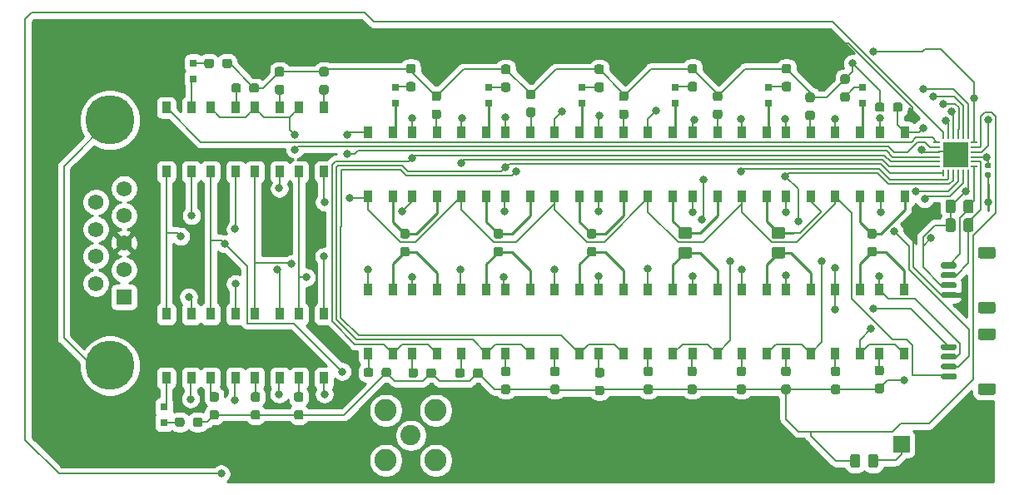
<source format=gtl>
G04 #@! TF.GenerationSoftware,KiCad,Pcbnew,(5.1.10)-1*
G04 #@! TF.CreationDate,2022-05-20T10:44:42-06:00*
G04 #@! TF.ProjectId,Calibrator_02_wResistors,43616c69-6272-4617-946f-725f30325f77,rev?*
G04 #@! TF.SameCoordinates,Original*
G04 #@! TF.FileFunction,Copper,L1,Top*
G04 #@! TF.FilePolarity,Positive*
%FSLAX46Y46*%
G04 Gerber Fmt 4.6, Leading zero omitted, Abs format (unit mm)*
G04 Created by KiCad (PCBNEW (5.1.10)-1) date 2022-05-20 10:44:42*
%MOMM*%
%LPD*%
G01*
G04 APERTURE LIST*
G04 #@! TA.AperFunction,ComponentPad*
%ADD10R,1.700000X1.700000*%
G04 #@! TD*
G04 #@! TA.AperFunction,ComponentPad*
%ADD11C,2.250000*%
G04 #@! TD*
G04 #@! TA.AperFunction,ComponentPad*
%ADD12C,2.050000*%
G04 #@! TD*
G04 #@! TA.AperFunction,SMDPad,CuDef*
%ADD13R,0.900000X1.199000*%
G04 #@! TD*
G04 #@! TA.AperFunction,SMDPad,CuDef*
%ADD14R,0.280000X0.665000*%
G04 #@! TD*
G04 #@! TA.AperFunction,SMDPad,CuDef*
%ADD15R,0.665000X0.280000*%
G04 #@! TD*
G04 #@! TA.AperFunction,SMDPad,CuDef*
%ADD16R,2.650000X2.650000*%
G04 #@! TD*
G04 #@! TA.AperFunction,ComponentPad*
%ADD17C,5.000000*%
G04 #@! TD*
G04 #@! TA.AperFunction,ComponentPad*
%ADD18C,1.575000*%
G04 #@! TD*
G04 #@! TA.AperFunction,ComponentPad*
%ADD19R,1.575000X1.575000*%
G04 #@! TD*
G04 #@! TA.AperFunction,SMDPad,CuDef*
%ADD20R,0.800000X0.800000*%
G04 #@! TD*
G04 #@! TA.AperFunction,ViaPad*
%ADD21C,0.800000*%
G04 #@! TD*
G04 #@! TA.AperFunction,Conductor*
%ADD22C,0.200000*%
G04 #@! TD*
G04 #@! TA.AperFunction,Conductor*
%ADD23C,0.250000*%
G04 #@! TD*
G04 #@! TA.AperFunction,Conductor*
%ADD24C,0.254000*%
G04 #@! TD*
G04 #@! TA.AperFunction,Conductor*
%ADD25C,0.100000*%
G04 #@! TD*
G04 APERTURE END LIST*
G04 #@! TA.AperFunction,SMDPad,CuDef*
G36*
G01*
X78012500Y-14337500D02*
X78487500Y-14337500D01*
G75*
G02*
X78725000Y-14575000I0J-237500D01*
G01*
X78725000Y-15075000D01*
G75*
G02*
X78487500Y-15312500I-237500J0D01*
G01*
X78012500Y-15312500D01*
G75*
G02*
X77775000Y-15075000I0J237500D01*
G01*
X77775000Y-14575000D01*
G75*
G02*
X78012500Y-14337500I237500J0D01*
G01*
G37*
G04 #@! TD.AperFunction*
G04 #@! TA.AperFunction,SMDPad,CuDef*
G36*
G01*
X78012500Y-12512500D02*
X78487500Y-12512500D01*
G75*
G02*
X78725000Y-12750000I0J-237500D01*
G01*
X78725000Y-13250000D01*
G75*
G02*
X78487500Y-13487500I-237500J0D01*
G01*
X78012500Y-13487500D01*
G75*
G02*
X77775000Y-13250000I0J237500D01*
G01*
X77775000Y-12750000D01*
G75*
G02*
X78012500Y-12512500I237500J0D01*
G01*
G37*
G04 #@! TD.AperFunction*
G04 #@! TA.AperFunction,SMDPad,CuDef*
G36*
G01*
X73562500Y-14425000D02*
X74037500Y-14425000D01*
G75*
G02*
X74275000Y-14662500I0J-237500D01*
G01*
X74275000Y-15162500D01*
G75*
G02*
X74037500Y-15400000I-237500J0D01*
G01*
X73562500Y-15400000D01*
G75*
G02*
X73325000Y-15162500I0J237500D01*
G01*
X73325000Y-14662500D01*
G75*
G02*
X73562500Y-14425000I237500J0D01*
G01*
G37*
G04 #@! TD.AperFunction*
G04 #@! TA.AperFunction,SMDPad,CuDef*
G36*
G01*
X73562500Y-12600000D02*
X74037500Y-12600000D01*
G75*
G02*
X74275000Y-12837500I0J-237500D01*
G01*
X74275000Y-13337500D01*
G75*
G02*
X74037500Y-13575000I-237500J0D01*
G01*
X73562500Y-13575000D01*
G75*
G02*
X73325000Y-13337500I0J237500D01*
G01*
X73325000Y-12837500D01*
G75*
G02*
X73562500Y-12600000I237500J0D01*
G01*
G37*
G04 #@! TD.AperFunction*
G04 #@! TA.AperFunction,SMDPad,CuDef*
G36*
G01*
X68512500Y-14425000D02*
X68987500Y-14425000D01*
G75*
G02*
X69225000Y-14662500I0J-237500D01*
G01*
X69225000Y-15162500D01*
G75*
G02*
X68987500Y-15400000I-237500J0D01*
G01*
X68512500Y-15400000D01*
G75*
G02*
X68275000Y-15162500I0J237500D01*
G01*
X68275000Y-14662500D01*
G75*
G02*
X68512500Y-14425000I237500J0D01*
G01*
G37*
G04 #@! TD.AperFunction*
G04 #@! TA.AperFunction,SMDPad,CuDef*
G36*
G01*
X68512500Y-12600000D02*
X68987500Y-12600000D01*
G75*
G02*
X69225000Y-12837500I0J-237500D01*
G01*
X69225000Y-13337500D01*
G75*
G02*
X68987500Y-13575000I-237500J0D01*
G01*
X68512500Y-13575000D01*
G75*
G02*
X68275000Y-13337500I0J237500D01*
G01*
X68275000Y-12837500D01*
G75*
G02*
X68512500Y-12600000I237500J0D01*
G01*
G37*
G04 #@! TD.AperFunction*
G04 #@! TA.AperFunction,SMDPad,CuDef*
G36*
G01*
X63962500Y-14425000D02*
X64437500Y-14425000D01*
G75*
G02*
X64675000Y-14662500I0J-237500D01*
G01*
X64675000Y-15162500D01*
G75*
G02*
X64437500Y-15400000I-237500J0D01*
G01*
X63962500Y-15400000D01*
G75*
G02*
X63725000Y-15162500I0J237500D01*
G01*
X63725000Y-14662500D01*
G75*
G02*
X63962500Y-14425000I237500J0D01*
G01*
G37*
G04 #@! TD.AperFunction*
G04 #@! TA.AperFunction,SMDPad,CuDef*
G36*
G01*
X63962500Y-12600000D02*
X64437500Y-12600000D01*
G75*
G02*
X64675000Y-12837500I0J-237500D01*
G01*
X64675000Y-13337500D01*
G75*
G02*
X64437500Y-13575000I-237500J0D01*
G01*
X63962500Y-13575000D01*
G75*
G02*
X63725000Y-13337500I0J237500D01*
G01*
X63725000Y-12837500D01*
G75*
G02*
X63962500Y-12600000I237500J0D01*
G01*
G37*
G04 #@! TD.AperFunction*
G04 #@! TA.AperFunction,SMDPad,CuDef*
G36*
G01*
X58962500Y-14425000D02*
X59437500Y-14425000D01*
G75*
G02*
X59675000Y-14662500I0J-237500D01*
G01*
X59675000Y-15162500D01*
G75*
G02*
X59437500Y-15400000I-237500J0D01*
G01*
X58962500Y-15400000D01*
G75*
G02*
X58725000Y-15162500I0J237500D01*
G01*
X58725000Y-14662500D01*
G75*
G02*
X58962500Y-14425000I237500J0D01*
G01*
G37*
G04 #@! TD.AperFunction*
G04 #@! TA.AperFunction,SMDPad,CuDef*
G36*
G01*
X58962500Y-12600000D02*
X59437500Y-12600000D01*
G75*
G02*
X59675000Y-12837500I0J-237500D01*
G01*
X59675000Y-13337500D01*
G75*
G02*
X59437500Y-13575000I-237500J0D01*
G01*
X58962500Y-13575000D01*
G75*
G02*
X58725000Y-13337500I0J237500D01*
G01*
X58725000Y-12837500D01*
G75*
G02*
X58962500Y-12600000I237500J0D01*
G01*
G37*
G04 #@! TD.AperFunction*
G04 #@! TA.AperFunction,SMDPad,CuDef*
G36*
G01*
X54512500Y-14425000D02*
X54987500Y-14425000D01*
G75*
G02*
X55225000Y-14662500I0J-237500D01*
G01*
X55225000Y-15162500D01*
G75*
G02*
X54987500Y-15400000I-237500J0D01*
G01*
X54512500Y-15400000D01*
G75*
G02*
X54275000Y-15162500I0J237500D01*
G01*
X54275000Y-14662500D01*
G75*
G02*
X54512500Y-14425000I237500J0D01*
G01*
G37*
G04 #@! TD.AperFunction*
G04 #@! TA.AperFunction,SMDPad,CuDef*
G36*
G01*
X54512500Y-12600000D02*
X54987500Y-12600000D01*
G75*
G02*
X55225000Y-12837500I0J-237500D01*
G01*
X55225000Y-13337500D01*
G75*
G02*
X54987500Y-13575000I-237500J0D01*
G01*
X54512500Y-13575000D01*
G75*
G02*
X54275000Y-13337500I0J237500D01*
G01*
X54275000Y-12837500D01*
G75*
G02*
X54512500Y-12600000I237500J0D01*
G01*
G37*
G04 #@! TD.AperFunction*
G04 #@! TA.AperFunction,SMDPad,CuDef*
G36*
G01*
X49562500Y-14537500D02*
X50037500Y-14537500D01*
G75*
G02*
X50275000Y-14775000I0J-237500D01*
G01*
X50275000Y-15275000D01*
G75*
G02*
X50037500Y-15512500I-237500J0D01*
G01*
X49562500Y-15512500D01*
G75*
G02*
X49325000Y-15275000I0J237500D01*
G01*
X49325000Y-14775000D01*
G75*
G02*
X49562500Y-14537500I237500J0D01*
G01*
G37*
G04 #@! TD.AperFunction*
G04 #@! TA.AperFunction,SMDPad,CuDef*
G36*
G01*
X49562500Y-12712500D02*
X50037500Y-12712500D01*
G75*
G02*
X50275000Y-12950000I0J-237500D01*
G01*
X50275000Y-13450000D01*
G75*
G02*
X50037500Y-13687500I-237500J0D01*
G01*
X49562500Y-13687500D01*
G75*
G02*
X49325000Y-13450000I0J237500D01*
G01*
X49325000Y-12950000D01*
G75*
G02*
X49562500Y-12712500I237500J0D01*
G01*
G37*
G04 #@! TD.AperFunction*
G04 #@! TA.AperFunction,SMDPad,CuDef*
G36*
G01*
X45012500Y-14425000D02*
X45487500Y-14425000D01*
G75*
G02*
X45725000Y-14662500I0J-237500D01*
G01*
X45725000Y-15162500D01*
G75*
G02*
X45487500Y-15400000I-237500J0D01*
G01*
X45012500Y-15400000D01*
G75*
G02*
X44775000Y-15162500I0J237500D01*
G01*
X44775000Y-14662500D01*
G75*
G02*
X45012500Y-14425000I237500J0D01*
G01*
G37*
G04 #@! TD.AperFunction*
G04 #@! TA.AperFunction,SMDPad,CuDef*
G36*
G01*
X45012500Y-12600000D02*
X45487500Y-12600000D01*
G75*
G02*
X45725000Y-12837500I0J-237500D01*
G01*
X45725000Y-13337500D01*
G75*
G02*
X45487500Y-13575000I-237500J0D01*
G01*
X45012500Y-13575000D01*
G75*
G02*
X44775000Y-13337500I0J237500D01*
G01*
X44775000Y-12837500D01*
G75*
G02*
X45012500Y-12600000I237500J0D01*
G01*
G37*
G04 #@! TD.AperFunction*
G04 #@! TA.AperFunction,SMDPad,CuDef*
G36*
G01*
X40012500Y-14425000D02*
X40487500Y-14425000D01*
G75*
G02*
X40725000Y-14662500I0J-237500D01*
G01*
X40725000Y-15162500D01*
G75*
G02*
X40487500Y-15400000I-237500J0D01*
G01*
X40012500Y-15400000D01*
G75*
G02*
X39775000Y-15162500I0J237500D01*
G01*
X39775000Y-14662500D01*
G75*
G02*
X40012500Y-14425000I237500J0D01*
G01*
G37*
G04 #@! TD.AperFunction*
G04 #@! TA.AperFunction,SMDPad,CuDef*
G36*
G01*
X40012500Y-12600000D02*
X40487500Y-12600000D01*
G75*
G02*
X40725000Y-12837500I0J-237500D01*
G01*
X40725000Y-13337500D01*
G75*
G02*
X40487500Y-13575000I-237500J0D01*
G01*
X40012500Y-13575000D01*
G75*
G02*
X39775000Y-13337500I0J237500D01*
G01*
X39775000Y-12837500D01*
G75*
G02*
X40012500Y-12600000I237500J0D01*
G01*
G37*
G04 #@! TD.AperFunction*
G04 #@! TA.AperFunction,SMDPad,CuDef*
G36*
G01*
X36925000Y-13487500D02*
X36925000Y-13012500D01*
G75*
G02*
X37162500Y-12775000I237500J0D01*
G01*
X37662500Y-12775000D01*
G75*
G02*
X37900000Y-13012500I0J-237500D01*
G01*
X37900000Y-13487500D01*
G75*
G02*
X37662500Y-13725000I-237500J0D01*
G01*
X37162500Y-13725000D01*
G75*
G02*
X36925000Y-13487500I0J237500D01*
G01*
G37*
G04 #@! TD.AperFunction*
G04 #@! TA.AperFunction,SMDPad,CuDef*
G36*
G01*
X35100000Y-13487500D02*
X35100000Y-13012500D01*
G75*
G02*
X35337500Y-12775000I237500J0D01*
G01*
X35837500Y-12775000D01*
G75*
G02*
X36075000Y-13012500I0J-237500D01*
G01*
X36075000Y-13487500D01*
G75*
G02*
X35837500Y-13725000I-237500J0D01*
G01*
X35337500Y-13725000D01*
G75*
G02*
X35100000Y-13487500I0J237500D01*
G01*
G37*
G04 #@! TD.AperFunction*
G04 #@! TA.AperFunction,SMDPad,CuDef*
G36*
G01*
X32175000Y-13487500D02*
X32175000Y-13012500D01*
G75*
G02*
X32412500Y-12775000I237500J0D01*
G01*
X32912500Y-12775000D01*
G75*
G02*
X33150000Y-13012500I0J-237500D01*
G01*
X33150000Y-13487500D01*
G75*
G02*
X32912500Y-13725000I-237500J0D01*
G01*
X32412500Y-13725000D01*
G75*
G02*
X32175000Y-13487500I0J237500D01*
G01*
G37*
G04 #@! TD.AperFunction*
G04 #@! TA.AperFunction,SMDPad,CuDef*
G36*
G01*
X30350000Y-13487500D02*
X30350000Y-13012500D01*
G75*
G02*
X30587500Y-12775000I237500J0D01*
G01*
X31087500Y-12775000D01*
G75*
G02*
X31325000Y-13012500I0J-237500D01*
G01*
X31325000Y-13487500D01*
G75*
G02*
X31087500Y-13725000I-237500J0D01*
G01*
X30587500Y-13725000D01*
G75*
G02*
X30350000Y-13487500I0J237500D01*
G01*
G37*
G04 #@! TD.AperFunction*
G04 #@! TA.AperFunction,SMDPad,CuDef*
G36*
G01*
X27625000Y-13437500D02*
X27625000Y-12962500D01*
G75*
G02*
X27862500Y-12725000I237500J0D01*
G01*
X28362500Y-12725000D01*
G75*
G02*
X28600000Y-12962500I0J-237500D01*
G01*
X28600000Y-13437500D01*
G75*
G02*
X28362500Y-13675000I-237500J0D01*
G01*
X27862500Y-13675000D01*
G75*
G02*
X27625000Y-13437500I0J237500D01*
G01*
G37*
G04 #@! TD.AperFunction*
G04 #@! TA.AperFunction,SMDPad,CuDef*
G36*
G01*
X25800000Y-13437500D02*
X25800000Y-12962500D01*
G75*
G02*
X26037500Y-12725000I237500J0D01*
G01*
X26537500Y-12725000D01*
G75*
G02*
X26775000Y-12962500I0J-237500D01*
G01*
X26775000Y-13437500D01*
G75*
G02*
X26537500Y-13675000I-237500J0D01*
G01*
X26037500Y-13675000D01*
G75*
G02*
X25800000Y-13437500I0J237500D01*
G01*
G37*
G04 #@! TD.AperFunction*
G04 #@! TA.AperFunction,SMDPad,CuDef*
G36*
G01*
X79625000Y13562500D02*
X79625000Y14037500D01*
G75*
G02*
X79862500Y14275000I237500J0D01*
G01*
X80362500Y14275000D01*
G75*
G02*
X80600000Y14037500I0J-237500D01*
G01*
X80600000Y13562500D01*
G75*
G02*
X80362500Y13325000I-237500J0D01*
G01*
X79862500Y13325000D01*
G75*
G02*
X79625000Y13562500I0J237500D01*
G01*
G37*
G04 #@! TD.AperFunction*
G04 #@! TA.AperFunction,SMDPad,CuDef*
G36*
G01*
X77800000Y13562500D02*
X77800000Y14037500D01*
G75*
G02*
X78037500Y14275000I237500J0D01*
G01*
X78537500Y14275000D01*
G75*
G02*
X78775000Y14037500I0J-237500D01*
G01*
X78775000Y13562500D01*
G75*
G02*
X78537500Y13325000I-237500J0D01*
G01*
X78037500Y13325000D01*
G75*
G02*
X77800000Y13562500I0J237500D01*
G01*
G37*
G04 #@! TD.AperFunction*
G04 #@! TA.AperFunction,SMDPad,CuDef*
G36*
G01*
X70962500Y13462500D02*
X71437500Y13462500D01*
G75*
G02*
X71675000Y13225000I0J-237500D01*
G01*
X71675000Y12725000D01*
G75*
G02*
X71437500Y12487500I-237500J0D01*
G01*
X70962500Y12487500D01*
G75*
G02*
X70725000Y12725000I0J237500D01*
G01*
X70725000Y13225000D01*
G75*
G02*
X70962500Y13462500I237500J0D01*
G01*
G37*
G04 #@! TD.AperFunction*
G04 #@! TA.AperFunction,SMDPad,CuDef*
G36*
G01*
X70962500Y15287500D02*
X71437500Y15287500D01*
G75*
G02*
X71675000Y15050000I0J-237500D01*
G01*
X71675000Y14550000D01*
G75*
G02*
X71437500Y14312500I-237500J0D01*
G01*
X70962500Y14312500D01*
G75*
G02*
X70725000Y14550000I0J237500D01*
G01*
X70725000Y15050000D01*
G75*
G02*
X70962500Y15287500I237500J0D01*
G01*
G37*
G04 #@! TD.AperFunction*
G04 #@! TA.AperFunction,SMDPad,CuDef*
G36*
G01*
X61562500Y13575000D02*
X62037500Y13575000D01*
G75*
G02*
X62275000Y13337500I0J-237500D01*
G01*
X62275000Y12837500D01*
G75*
G02*
X62037500Y12600000I-237500J0D01*
G01*
X61562500Y12600000D01*
G75*
G02*
X61325000Y12837500I0J237500D01*
G01*
X61325000Y13337500D01*
G75*
G02*
X61562500Y13575000I237500J0D01*
G01*
G37*
G04 #@! TD.AperFunction*
G04 #@! TA.AperFunction,SMDPad,CuDef*
G36*
G01*
X61562500Y15400000D02*
X62037500Y15400000D01*
G75*
G02*
X62275000Y15162500I0J-237500D01*
G01*
X62275000Y14662500D01*
G75*
G02*
X62037500Y14425000I-237500J0D01*
G01*
X61562500Y14425000D01*
G75*
G02*
X61325000Y14662500I0J237500D01*
G01*
X61325000Y15162500D01*
G75*
G02*
X61562500Y15400000I237500J0D01*
G01*
G37*
G04 #@! TD.AperFunction*
G04 #@! TA.AperFunction,SMDPad,CuDef*
G36*
G01*
X52012500Y13575000D02*
X52487500Y13575000D01*
G75*
G02*
X52725000Y13337500I0J-237500D01*
G01*
X52725000Y12837500D01*
G75*
G02*
X52487500Y12600000I-237500J0D01*
G01*
X52012500Y12600000D01*
G75*
G02*
X51775000Y12837500I0J237500D01*
G01*
X51775000Y13337500D01*
G75*
G02*
X52012500Y13575000I237500J0D01*
G01*
G37*
G04 #@! TD.AperFunction*
G04 #@! TA.AperFunction,SMDPad,CuDef*
G36*
G01*
X52012500Y15400000D02*
X52487500Y15400000D01*
G75*
G02*
X52725000Y15162500I0J-237500D01*
G01*
X52725000Y14662500D01*
G75*
G02*
X52487500Y14425000I-237500J0D01*
G01*
X52012500Y14425000D01*
G75*
G02*
X51775000Y14662500I0J237500D01*
G01*
X51775000Y15162500D01*
G75*
G02*
X52012500Y15400000I237500J0D01*
G01*
G37*
G04 #@! TD.AperFunction*
G04 #@! TA.AperFunction,SMDPad,CuDef*
G36*
G01*
X42562500Y13775000D02*
X43037500Y13775000D01*
G75*
G02*
X43275000Y13537500I0J-237500D01*
G01*
X43275000Y13037500D01*
G75*
G02*
X43037500Y12800000I-237500J0D01*
G01*
X42562500Y12800000D01*
G75*
G02*
X42325000Y13037500I0J237500D01*
G01*
X42325000Y13537500D01*
G75*
G02*
X42562500Y13775000I237500J0D01*
G01*
G37*
G04 #@! TD.AperFunction*
G04 #@! TA.AperFunction,SMDPad,CuDef*
G36*
G01*
X42562500Y15600000D02*
X43037500Y15600000D01*
G75*
G02*
X43275000Y15362500I0J-237500D01*
G01*
X43275000Y14862500D01*
G75*
G02*
X43037500Y14625000I-237500J0D01*
G01*
X42562500Y14625000D01*
G75*
G02*
X42325000Y14862500I0J237500D01*
G01*
X42325000Y15362500D01*
G75*
G02*
X42562500Y15600000I237500J0D01*
G01*
G37*
G04 #@! TD.AperFunction*
G04 #@! TA.AperFunction,SMDPad,CuDef*
G36*
G01*
X32962500Y13575000D02*
X33437500Y13575000D01*
G75*
G02*
X33675000Y13337500I0J-237500D01*
G01*
X33675000Y12837500D01*
G75*
G02*
X33437500Y12600000I-237500J0D01*
G01*
X32962500Y12600000D01*
G75*
G02*
X32725000Y12837500I0J237500D01*
G01*
X32725000Y13337500D01*
G75*
G02*
X32962500Y13575000I237500J0D01*
G01*
G37*
G04 #@! TD.AperFunction*
G04 #@! TA.AperFunction,SMDPad,CuDef*
G36*
G01*
X32962500Y15400000D02*
X33437500Y15400000D01*
G75*
G02*
X33675000Y15162500I0J-237500D01*
G01*
X33675000Y14662500D01*
G75*
G02*
X33437500Y14425000I-237500J0D01*
G01*
X32962500Y14425000D01*
G75*
G02*
X32725000Y14662500I0J237500D01*
G01*
X32725000Y15162500D01*
G75*
G02*
X32962500Y15400000I237500J0D01*
G01*
G37*
G04 #@! TD.AperFunction*
G04 #@! TA.AperFunction,SMDPad,CuDef*
G36*
G01*
X74512500Y15325000D02*
X74987500Y15325000D01*
G75*
G02*
X75225000Y15087500I0J-237500D01*
G01*
X75225000Y14587500D01*
G75*
G02*
X74987500Y14350000I-237500J0D01*
G01*
X74512500Y14350000D01*
G75*
G02*
X74275000Y14587500I0J237500D01*
G01*
X74275000Y15087500D01*
G75*
G02*
X74512500Y15325000I237500J0D01*
G01*
G37*
G04 #@! TD.AperFunction*
G04 #@! TA.AperFunction,SMDPad,CuDef*
G36*
G01*
X74512500Y17150000D02*
X74987500Y17150000D01*
G75*
G02*
X75225000Y16912500I0J-237500D01*
G01*
X75225000Y16412500D01*
G75*
G02*
X74987500Y16175000I-237500J0D01*
G01*
X74512500Y16175000D01*
G75*
G02*
X74275000Y16412500I0J237500D01*
G01*
X74275000Y16912500D01*
G75*
G02*
X74512500Y17150000I237500J0D01*
G01*
G37*
G04 #@! TD.AperFunction*
G04 #@! TA.AperFunction,SMDPad,CuDef*
G36*
G01*
X68562500Y16375000D02*
X69037500Y16375000D01*
G75*
G02*
X69275000Y16137500I0J-237500D01*
G01*
X69275000Y15637500D01*
G75*
G02*
X69037500Y15400000I-237500J0D01*
G01*
X68562500Y15400000D01*
G75*
G02*
X68325000Y15637500I0J237500D01*
G01*
X68325000Y16137500D01*
G75*
G02*
X68562500Y16375000I237500J0D01*
G01*
G37*
G04 #@! TD.AperFunction*
G04 #@! TA.AperFunction,SMDPad,CuDef*
G36*
G01*
X68562500Y18200000D02*
X69037500Y18200000D01*
G75*
G02*
X69275000Y17962500I0J-237500D01*
G01*
X69275000Y17462500D01*
G75*
G02*
X69037500Y17225000I-237500J0D01*
G01*
X68562500Y17225000D01*
G75*
G02*
X68325000Y17462500I0J237500D01*
G01*
X68325000Y17962500D01*
G75*
G02*
X68562500Y18200000I237500J0D01*
G01*
G37*
G04 #@! TD.AperFunction*
G04 #@! TA.AperFunction,SMDPad,CuDef*
G36*
G01*
X59012500Y16375000D02*
X59487500Y16375000D01*
G75*
G02*
X59725000Y16137500I0J-237500D01*
G01*
X59725000Y15637500D01*
G75*
G02*
X59487500Y15400000I-237500J0D01*
G01*
X59012500Y15400000D01*
G75*
G02*
X58775000Y15637500I0J237500D01*
G01*
X58775000Y16137500D01*
G75*
G02*
X59012500Y16375000I237500J0D01*
G01*
G37*
G04 #@! TD.AperFunction*
G04 #@! TA.AperFunction,SMDPad,CuDef*
G36*
G01*
X59012500Y18200000D02*
X59487500Y18200000D01*
G75*
G02*
X59725000Y17962500I0J-237500D01*
G01*
X59725000Y17462500D01*
G75*
G02*
X59487500Y17225000I-237500J0D01*
G01*
X59012500Y17225000D01*
G75*
G02*
X58775000Y17462500I0J237500D01*
G01*
X58775000Y17962500D01*
G75*
G02*
X59012500Y18200000I237500J0D01*
G01*
G37*
G04 #@! TD.AperFunction*
G04 #@! TA.AperFunction,SMDPad,CuDef*
G36*
G01*
X49512500Y16325000D02*
X49987500Y16325000D01*
G75*
G02*
X50225000Y16087500I0J-237500D01*
G01*
X50225000Y15587500D01*
G75*
G02*
X49987500Y15350000I-237500J0D01*
G01*
X49512500Y15350000D01*
G75*
G02*
X49275000Y15587500I0J237500D01*
G01*
X49275000Y16087500D01*
G75*
G02*
X49512500Y16325000I237500J0D01*
G01*
G37*
G04 #@! TD.AperFunction*
G04 #@! TA.AperFunction,SMDPad,CuDef*
G36*
G01*
X49512500Y18150000D02*
X49987500Y18150000D01*
G75*
G02*
X50225000Y17912500I0J-237500D01*
G01*
X50225000Y17412500D01*
G75*
G02*
X49987500Y17175000I-237500J0D01*
G01*
X49512500Y17175000D01*
G75*
G02*
X49275000Y17412500I0J237500D01*
G01*
X49275000Y17912500D01*
G75*
G02*
X49512500Y18150000I237500J0D01*
G01*
G37*
G04 #@! TD.AperFunction*
G04 #@! TA.AperFunction,SMDPad,CuDef*
G36*
G01*
X40012500Y16325000D02*
X40487500Y16325000D01*
G75*
G02*
X40725000Y16087500I0J-237500D01*
G01*
X40725000Y15587500D01*
G75*
G02*
X40487500Y15350000I-237500J0D01*
G01*
X40012500Y15350000D01*
G75*
G02*
X39775000Y15587500I0J237500D01*
G01*
X39775000Y16087500D01*
G75*
G02*
X40012500Y16325000I237500J0D01*
G01*
G37*
G04 #@! TD.AperFunction*
G04 #@! TA.AperFunction,SMDPad,CuDef*
G36*
G01*
X40012500Y18150000D02*
X40487500Y18150000D01*
G75*
G02*
X40725000Y17912500I0J-237500D01*
G01*
X40725000Y17412500D01*
G75*
G02*
X40487500Y17175000I-237500J0D01*
G01*
X40012500Y17175000D01*
G75*
G02*
X39775000Y17412500I0J237500D01*
G01*
X39775000Y17912500D01*
G75*
G02*
X40012500Y18150000I237500J0D01*
G01*
G37*
G04 #@! TD.AperFunction*
G04 #@! TA.AperFunction,SMDPad,CuDef*
G36*
G01*
X30362500Y16375000D02*
X30837500Y16375000D01*
G75*
G02*
X31075000Y16137500I0J-237500D01*
G01*
X31075000Y15637500D01*
G75*
G02*
X30837500Y15400000I-237500J0D01*
G01*
X30362500Y15400000D01*
G75*
G02*
X30125000Y15637500I0J237500D01*
G01*
X30125000Y16137500D01*
G75*
G02*
X30362500Y16375000I237500J0D01*
G01*
G37*
G04 #@! TD.AperFunction*
G04 #@! TA.AperFunction,SMDPad,CuDef*
G36*
G01*
X30362500Y18200000D02*
X30837500Y18200000D01*
G75*
G02*
X31075000Y17962500I0J-237500D01*
G01*
X31075000Y17462500D01*
G75*
G02*
X30837500Y17225000I-237500J0D01*
G01*
X30362500Y17225000D01*
G75*
G02*
X30125000Y17462500I0J237500D01*
G01*
X30125000Y17962500D01*
G75*
G02*
X30362500Y18200000I237500J0D01*
G01*
G37*
G04 #@! TD.AperFunction*
G04 #@! TA.AperFunction,SMDPad,CuDef*
G36*
G01*
X11425000Y18012500D02*
X11425000Y18487500D01*
G75*
G02*
X11662500Y18725000I237500J0D01*
G01*
X12162500Y18725000D01*
G75*
G02*
X12400000Y18487500I0J-237500D01*
G01*
X12400000Y18012500D01*
G75*
G02*
X12162500Y17775000I-237500J0D01*
G01*
X11662500Y17775000D01*
G75*
G02*
X11425000Y18012500I0J237500D01*
G01*
G37*
G04 #@! TD.AperFunction*
G04 #@! TA.AperFunction,SMDPad,CuDef*
G36*
G01*
X9600000Y18012500D02*
X9600000Y18487500D01*
G75*
G02*
X9837500Y18725000I237500J0D01*
G01*
X10337500Y18725000D01*
G75*
G02*
X10575000Y18487500I0J-237500D01*
G01*
X10575000Y18012500D01*
G75*
G02*
X10337500Y17775000I-237500J0D01*
G01*
X9837500Y17775000D01*
G75*
G02*
X9600000Y18012500I0J237500D01*
G01*
G37*
G04 #@! TD.AperFunction*
G04 #@! TA.AperFunction,SMDPad,CuDef*
G36*
G01*
X17487500Y16925000D02*
X17012500Y16925000D01*
G75*
G02*
X16775000Y17162500I0J237500D01*
G01*
X16775000Y17662500D01*
G75*
G02*
X17012500Y17900000I237500J0D01*
G01*
X17487500Y17900000D01*
G75*
G02*
X17725000Y17662500I0J-237500D01*
G01*
X17725000Y17162500D01*
G75*
G02*
X17487500Y16925000I-237500J0D01*
G01*
G37*
G04 #@! TD.AperFunction*
G04 #@! TA.AperFunction,SMDPad,CuDef*
G36*
G01*
X17487500Y15100000D02*
X17012500Y15100000D01*
G75*
G02*
X16775000Y15337500I0J237500D01*
G01*
X16775000Y15837500D01*
G75*
G02*
X17012500Y16075000I237500J0D01*
G01*
X17487500Y16075000D01*
G75*
G02*
X17725000Y15837500I0J-237500D01*
G01*
X17725000Y15337500D01*
G75*
G02*
X17487500Y15100000I-237500J0D01*
G01*
G37*
G04 #@! TD.AperFunction*
G04 #@! TA.AperFunction,SMDPad,CuDef*
G36*
G01*
X14175000Y15512500D02*
X14175000Y15987500D01*
G75*
G02*
X14412500Y16225000I237500J0D01*
G01*
X14912500Y16225000D01*
G75*
G02*
X15150000Y15987500I0J-237500D01*
G01*
X15150000Y15512500D01*
G75*
G02*
X14912500Y15275000I-237500J0D01*
G01*
X14412500Y15275000D01*
G75*
G02*
X14175000Y15512500I0J237500D01*
G01*
G37*
G04 #@! TD.AperFunction*
G04 #@! TA.AperFunction,SMDPad,CuDef*
G36*
G01*
X12350000Y15512500D02*
X12350000Y15987500D01*
G75*
G02*
X12587500Y16225000I237500J0D01*
G01*
X13087500Y16225000D01*
G75*
G02*
X13325000Y15987500I0J-237500D01*
G01*
X13325000Y15512500D01*
G75*
G02*
X13087500Y15275000I-237500J0D01*
G01*
X12587500Y15275000D01*
G75*
G02*
X12350000Y15512500I0J237500D01*
G01*
G37*
G04 #@! TD.AperFunction*
G04 #@! TA.AperFunction,SMDPad,CuDef*
G36*
G01*
X21997500Y16925000D02*
X21522500Y16925000D01*
G75*
G02*
X21285000Y17162500I0J237500D01*
G01*
X21285000Y17662500D01*
G75*
G02*
X21522500Y17900000I237500J0D01*
G01*
X21997500Y17900000D01*
G75*
G02*
X22235000Y17662500I0J-237500D01*
G01*
X22235000Y17162500D01*
G75*
G02*
X21997500Y16925000I-237500J0D01*
G01*
G37*
G04 #@! TD.AperFunction*
G04 #@! TA.AperFunction,SMDPad,CuDef*
G36*
G01*
X21997500Y15100000D02*
X21522500Y15100000D01*
G75*
G02*
X21285000Y15337500I0J237500D01*
G01*
X21285000Y15837500D01*
G75*
G02*
X21522500Y16075000I237500J0D01*
G01*
X21997500Y16075000D01*
G75*
G02*
X22235000Y15837500I0J-237500D01*
G01*
X22235000Y15337500D01*
G75*
G02*
X21997500Y15100000I-237500J0D01*
G01*
G37*
G04 #@! TD.AperFunction*
G04 #@! TA.AperFunction,SMDPad,CuDef*
G36*
G01*
X10837500Y-16175000D02*
X10362500Y-16175000D01*
G75*
G02*
X10125000Y-15937500I0J237500D01*
G01*
X10125000Y-15437500D01*
G75*
G02*
X10362500Y-15200000I237500J0D01*
G01*
X10837500Y-15200000D01*
G75*
G02*
X11075000Y-15437500I0J-237500D01*
G01*
X11075000Y-15937500D01*
G75*
G02*
X10837500Y-16175000I-237500J0D01*
G01*
G37*
G04 #@! TD.AperFunction*
G04 #@! TA.AperFunction,SMDPad,CuDef*
G36*
G01*
X10837500Y-18000000D02*
X10362500Y-18000000D01*
G75*
G02*
X10125000Y-17762500I0J237500D01*
G01*
X10125000Y-17262500D01*
G75*
G02*
X10362500Y-17025000I237500J0D01*
G01*
X10837500Y-17025000D01*
G75*
G02*
X11075000Y-17262500I0J-237500D01*
G01*
X11075000Y-17762500D01*
G75*
G02*
X10837500Y-18000000I-237500J0D01*
G01*
G37*
G04 #@! TD.AperFunction*
G04 #@! TA.AperFunction,SMDPad,CuDef*
G36*
G01*
X15037500Y-16175000D02*
X14562500Y-16175000D01*
G75*
G02*
X14325000Y-15937500I0J237500D01*
G01*
X14325000Y-15437500D01*
G75*
G02*
X14562500Y-15200000I237500J0D01*
G01*
X15037500Y-15200000D01*
G75*
G02*
X15275000Y-15437500I0J-237500D01*
G01*
X15275000Y-15937500D01*
G75*
G02*
X15037500Y-16175000I-237500J0D01*
G01*
G37*
G04 #@! TD.AperFunction*
G04 #@! TA.AperFunction,SMDPad,CuDef*
G36*
G01*
X15037500Y-18000000D02*
X14562500Y-18000000D01*
G75*
G02*
X14325000Y-17762500I0J237500D01*
G01*
X14325000Y-17262500D01*
G75*
G02*
X14562500Y-17025000I237500J0D01*
G01*
X15037500Y-17025000D01*
G75*
G02*
X15275000Y-17262500I0J-237500D01*
G01*
X15275000Y-17762500D01*
G75*
G02*
X15037500Y-18000000I-237500J0D01*
G01*
G37*
G04 #@! TD.AperFunction*
G04 #@! TA.AperFunction,SMDPad,CuDef*
G36*
G01*
X19437500Y-16175000D02*
X18962500Y-16175000D01*
G75*
G02*
X18725000Y-15937500I0J237500D01*
G01*
X18725000Y-15437500D01*
G75*
G02*
X18962500Y-15200000I237500J0D01*
G01*
X19437500Y-15200000D01*
G75*
G02*
X19675000Y-15437500I0J-237500D01*
G01*
X19675000Y-15937500D01*
G75*
G02*
X19437500Y-16175000I-237500J0D01*
G01*
G37*
G04 #@! TD.AperFunction*
G04 #@! TA.AperFunction,SMDPad,CuDef*
G36*
G01*
X19437500Y-18000000D02*
X18962500Y-18000000D01*
G75*
G02*
X18725000Y-17762500I0J237500D01*
G01*
X18725000Y-17262500D01*
G75*
G02*
X18962500Y-17025000I237500J0D01*
G01*
X19437500Y-17025000D01*
G75*
G02*
X19675000Y-17262500I0J-237500D01*
G01*
X19675000Y-17762500D01*
G75*
G02*
X19437500Y-18000000I-237500J0D01*
G01*
G37*
G04 #@! TD.AperFunction*
G04 #@! TA.AperFunction,SMDPad,CuDef*
G36*
G01*
X7575000Y-18012500D02*
X7575000Y-18487500D01*
G75*
G02*
X7337500Y-18725000I-237500J0D01*
G01*
X6837500Y-18725000D01*
G75*
G02*
X6600000Y-18487500I0J237500D01*
G01*
X6600000Y-18012500D01*
G75*
G02*
X6837500Y-17775000I237500J0D01*
G01*
X7337500Y-17775000D01*
G75*
G02*
X7575000Y-18012500I0J-237500D01*
G01*
G37*
G04 #@! TD.AperFunction*
G04 #@! TA.AperFunction,SMDPad,CuDef*
G36*
G01*
X9400000Y-18012500D02*
X9400000Y-18487500D01*
G75*
G02*
X9162500Y-18725000I-237500J0D01*
G01*
X8662500Y-18725000D01*
G75*
G02*
X8425000Y-18487500I0J237500D01*
G01*
X8425000Y-18012500D01*
G75*
G02*
X8662500Y-17775000I237500J0D01*
G01*
X9162500Y-17775000D01*
G75*
G02*
X9400000Y-18012500I0J-237500D01*
G01*
G37*
G04 #@! TD.AperFunction*
D10*
X80500000Y-20500000D03*
D11*
X28060000Y-22140000D03*
X28060000Y-17060000D03*
X33140000Y-17060000D03*
X33140000Y-22140000D03*
D12*
X30600000Y-19600000D03*
D13*
X78230000Y-4750000D03*
X80770000Y-4750000D03*
X80770000Y-11250000D03*
X78230000Y-11250000D03*
X80870000Y4750000D03*
X78330000Y4750000D03*
X78330000Y11250000D03*
X80870000Y11250000D03*
X73730000Y-4750000D03*
X76270000Y-4750000D03*
X76270000Y-11250000D03*
X73730000Y-11250000D03*
X76270000Y4750000D03*
X73730000Y4750000D03*
X73730000Y11250000D03*
X76270000Y11250000D03*
X68730000Y-4750000D03*
X71270000Y-4750000D03*
X71270000Y-11250000D03*
X68730000Y-11250000D03*
X71270000Y4750000D03*
X68730000Y4750000D03*
X68730000Y11250000D03*
X71270000Y11250000D03*
X64230000Y-4750000D03*
X66770000Y-4750000D03*
X66770000Y-11250000D03*
X64230000Y-11250000D03*
X66770000Y4750000D03*
X64230000Y4750000D03*
X64230000Y11250000D03*
X66770000Y11250000D03*
X59230000Y-4750000D03*
X61770000Y-4750000D03*
X61770000Y-11250000D03*
X59230000Y-11250000D03*
X61770000Y4750000D03*
X59230000Y4750000D03*
X59230000Y11250000D03*
X61770000Y11250000D03*
X54730000Y-4750000D03*
X57270000Y-4750000D03*
X57270000Y-11250000D03*
X54730000Y-11250000D03*
X57270000Y4750000D03*
X54730000Y4750000D03*
X54730000Y11250000D03*
X57270000Y11250000D03*
X49730000Y-4750000D03*
X52270000Y-4750000D03*
X52270000Y-11250000D03*
X49730000Y-11250000D03*
X45230000Y-4750000D03*
X47770000Y-4750000D03*
X47770000Y-11250000D03*
X45230000Y-11250000D03*
X40230000Y-4750000D03*
X42770000Y-4750000D03*
X42770000Y-11250000D03*
X40230000Y-11250000D03*
X35730000Y-4750000D03*
X38270000Y-4750000D03*
X38270000Y-11250000D03*
X35730000Y-11250000D03*
X30730000Y-4750000D03*
X33270000Y-4750000D03*
X33270000Y-11250000D03*
X30730000Y-11250000D03*
X26230000Y-4750000D03*
X28770000Y-4750000D03*
X28770000Y-11250000D03*
X26230000Y-11250000D03*
X52270000Y4750000D03*
X49730000Y4750000D03*
X49730000Y11250000D03*
X52270000Y11250000D03*
X47770000Y4750000D03*
X45230000Y4750000D03*
X45230000Y11250000D03*
X47770000Y11250000D03*
X42770000Y4750000D03*
X40230000Y4750000D03*
X40230000Y11250000D03*
X42770000Y11250000D03*
X38270000Y4750000D03*
X35730000Y4750000D03*
X35730000Y11250000D03*
X38270000Y11250000D03*
X33270000Y4750000D03*
X30730000Y4750000D03*
X30730000Y11250000D03*
X33270000Y11250000D03*
X28770000Y4750000D03*
X26230000Y4750000D03*
X26230000Y11250000D03*
X28770000Y11250000D03*
D14*
X87250000Y10908000D03*
X86750000Y10908000D03*
X86250000Y10908000D03*
X85750000Y10908000D03*
X85250000Y10908000D03*
X84750000Y10908000D03*
D15*
X84092000Y10250000D03*
X84092000Y9750000D03*
X84092000Y9250000D03*
X84092000Y8750000D03*
X84092000Y8250000D03*
X84092000Y7750000D03*
D14*
X84750000Y7092000D03*
X85250000Y7092000D03*
X85750000Y7092000D03*
X86250000Y7092000D03*
X86750000Y7092000D03*
X87250000Y7092000D03*
D15*
X87908000Y7750000D03*
X87908000Y8250000D03*
X87908000Y8750000D03*
X87908000Y9250000D03*
X87908000Y9750000D03*
X87908000Y10250000D03*
D16*
X86000000Y9000000D03*
D13*
X17270000Y7250000D03*
X14730000Y7250000D03*
X14730000Y13750000D03*
X17270000Y13750000D03*
X12770000Y7250000D03*
X10230000Y7250000D03*
X10230000Y13750000D03*
X12770000Y13750000D03*
X8270000Y7250000D03*
X5730000Y7250000D03*
X5730000Y13750000D03*
X8270000Y13750000D03*
X21770000Y7250000D03*
X19230000Y7250000D03*
X19230000Y13750000D03*
X21770000Y13750000D03*
X10230000Y-7250000D03*
X12770000Y-7250000D03*
X12770000Y-13750000D03*
X10230000Y-13750000D03*
X5730000Y-7250000D03*
X8270000Y-7250000D03*
X8270000Y-13750000D03*
X5730000Y-13750000D03*
X14730000Y-7250000D03*
X17270000Y-7250000D03*
X17270000Y-13750000D03*
X14730000Y-13750000D03*
X19230000Y-7250000D03*
X21770000Y-7250000D03*
X21770000Y-13750000D03*
X19230000Y-13750000D03*
D17*
X0Y-12500000D03*
D18*
X-1420000Y4140000D03*
X-1420000Y1380000D03*
X-1420000Y-1380000D03*
X-1420000Y-4140000D03*
X1420000Y5520000D03*
X1420000Y2760000D03*
X1420000Y-2760000D03*
D19*
X1420000Y-5520000D03*
D17*
X0Y12500000D03*
D18*
X1420000Y0D03*
D20*
X76497000Y15799000D03*
X76503000Y14201000D03*
X66997000Y15799000D03*
X67003000Y14201000D03*
X57497000Y15799000D03*
X57503000Y14201000D03*
X47997000Y15799000D03*
X48003000Y14201000D03*
X38497000Y15799000D03*
X38503000Y14201000D03*
X28997000Y15799000D03*
X29003000Y14201000D03*
X5503000Y-18299000D03*
X5497000Y-16701000D03*
X8497000Y18299000D03*
X8503000Y16701000D03*
G04 #@! TA.AperFunction,SMDPad,CuDef*
G36*
G01*
X77100000Y-22650002D02*
X77100000Y-21749998D01*
G75*
G02*
X77349998Y-21500000I249998J0D01*
G01*
X77875002Y-21500000D01*
G75*
G02*
X78125000Y-21749998I0J-249998D01*
G01*
X78125000Y-22650002D01*
G75*
G02*
X77875002Y-22900000I-249998J0D01*
G01*
X77349998Y-22900000D01*
G75*
G02*
X77100000Y-22650002I0J249998D01*
G01*
G37*
G04 #@! TD.AperFunction*
G04 #@! TA.AperFunction,SMDPad,CuDef*
G36*
G01*
X75275000Y-22650002D02*
X75275000Y-21749998D01*
G75*
G02*
X75524998Y-21500000I249998J0D01*
G01*
X76050002Y-21500000D01*
G75*
G02*
X76300000Y-21749998I0J-249998D01*
G01*
X76300000Y-22650002D01*
G75*
G02*
X76050002Y-22900000I-249998J0D01*
G01*
X75524998Y-22900000D01*
G75*
G02*
X75275000Y-22650002I0J249998D01*
G01*
G37*
G04 #@! TD.AperFunction*
G04 #@! TA.AperFunction,SMDPad,CuDef*
G36*
G01*
X86000000Y4150002D02*
X86000000Y3249998D01*
G75*
G02*
X85750002Y3000000I-249998J0D01*
G01*
X85224998Y3000000D01*
G75*
G02*
X84975000Y3249998I0J249998D01*
G01*
X84975000Y4150002D01*
G75*
G02*
X85224998Y4400000I249998J0D01*
G01*
X85750002Y4400000D01*
G75*
G02*
X86000000Y4150002I0J-249998D01*
G01*
G37*
G04 #@! TD.AperFunction*
G04 #@! TA.AperFunction,SMDPad,CuDef*
G36*
G01*
X87825000Y4150002D02*
X87825000Y3249998D01*
G75*
G02*
X87575002Y3000000I-249998J0D01*
G01*
X87049998Y3000000D01*
G75*
G02*
X86800000Y3249998I0J249998D01*
G01*
X86800000Y4150002D01*
G75*
G02*
X87049998Y4400000I249998J0D01*
G01*
X87575002Y4400000D01*
G75*
G02*
X87825000Y4150002I0J-249998D01*
G01*
G37*
G04 #@! TD.AperFunction*
G04 #@! TA.AperFunction,SMDPad,CuDef*
G36*
G01*
X77262500Y-425000D02*
X77737500Y-425000D01*
G75*
G02*
X77975000Y-662500I0J-237500D01*
G01*
X77975000Y-1162500D01*
G75*
G02*
X77737500Y-1400000I-237500J0D01*
G01*
X77262500Y-1400000D01*
G75*
G02*
X77025000Y-1162500I0J237500D01*
G01*
X77025000Y-662500D01*
G75*
G02*
X77262500Y-425000I237500J0D01*
G01*
G37*
G04 #@! TD.AperFunction*
G04 #@! TA.AperFunction,SMDPad,CuDef*
G36*
G01*
X77262500Y1400000D02*
X77737500Y1400000D01*
G75*
G02*
X77975000Y1162500I0J-237500D01*
G01*
X77975000Y662500D01*
G75*
G02*
X77737500Y425000I-237500J0D01*
G01*
X77262500Y425000D01*
G75*
G02*
X77025000Y662500I0J237500D01*
G01*
X77025000Y1162500D01*
G75*
G02*
X77262500Y1400000I237500J0D01*
G01*
G37*
G04 #@! TD.AperFunction*
G04 #@! TA.AperFunction,SMDPad,CuDef*
G36*
G01*
X86000000Y2250002D02*
X86000000Y1349998D01*
G75*
G02*
X85750002Y1100000I-249998J0D01*
G01*
X85224998Y1100000D01*
G75*
G02*
X84975000Y1349998I0J249998D01*
G01*
X84975000Y2250002D01*
G75*
G02*
X85224998Y2500000I249998J0D01*
G01*
X85750002Y2500000D01*
G75*
G02*
X86000000Y2250002I0J-249998D01*
G01*
G37*
G04 #@! TD.AperFunction*
G04 #@! TA.AperFunction,SMDPad,CuDef*
G36*
G01*
X87825000Y2250002D02*
X87825000Y1349998D01*
G75*
G02*
X87575002Y1100000I-249998J0D01*
G01*
X87049998Y1100000D01*
G75*
G02*
X86800000Y1349998I0J249998D01*
G01*
X86800000Y2250002D01*
G75*
G02*
X87049998Y2500000I249998J0D01*
G01*
X87575002Y2500000D01*
G75*
G02*
X87825000Y2250002I0J-249998D01*
G01*
G37*
G04 #@! TD.AperFunction*
G04 #@! TA.AperFunction,SMDPad,CuDef*
G36*
G01*
X67549999Y-400000D02*
X68450001Y-400000D01*
G75*
G02*
X68700000Y-649999I0J-249999D01*
G01*
X68700000Y-1350001D01*
G75*
G02*
X68450001Y-1600000I-249999J0D01*
G01*
X67549999Y-1600000D01*
G75*
G02*
X67300000Y-1350001I0J249999D01*
G01*
X67300000Y-649999D01*
G75*
G02*
X67549999Y-400000I249999J0D01*
G01*
G37*
G04 #@! TD.AperFunction*
G04 #@! TA.AperFunction,SMDPad,CuDef*
G36*
G01*
X67549999Y1600000D02*
X68450001Y1600000D01*
G75*
G02*
X68700000Y1350001I0J-249999D01*
G01*
X68700000Y649999D01*
G75*
G02*
X68450001Y400000I-249999J0D01*
G01*
X67549999Y400000D01*
G75*
G02*
X67300000Y649999I0J249999D01*
G01*
X67300000Y1350001D01*
G75*
G02*
X67549999Y1600000I249999J0D01*
G01*
G37*
G04 #@! TD.AperFunction*
G04 #@! TA.AperFunction,SMDPad,CuDef*
G36*
G01*
X58049999Y-400000D02*
X58950001Y-400000D01*
G75*
G02*
X59200000Y-649999I0J-249999D01*
G01*
X59200000Y-1350001D01*
G75*
G02*
X58950001Y-1600000I-249999J0D01*
G01*
X58049999Y-1600000D01*
G75*
G02*
X57800000Y-1350001I0J249999D01*
G01*
X57800000Y-649999D01*
G75*
G02*
X58049999Y-400000I249999J0D01*
G01*
G37*
G04 #@! TD.AperFunction*
G04 #@! TA.AperFunction,SMDPad,CuDef*
G36*
G01*
X58049999Y1600000D02*
X58950001Y1600000D01*
G75*
G02*
X59200000Y1350001I0J-249999D01*
G01*
X59200000Y649999D01*
G75*
G02*
X58950001Y400000I-249999J0D01*
G01*
X58049999Y400000D01*
G75*
G02*
X57800000Y649999I0J249999D01*
G01*
X57800000Y1350001D01*
G75*
G02*
X58049999Y1600000I249999J0D01*
G01*
G37*
G04 #@! TD.AperFunction*
G04 #@! TA.AperFunction,SMDPad,CuDef*
G36*
G01*
X48762500Y-425000D02*
X49237500Y-425000D01*
G75*
G02*
X49475000Y-662500I0J-237500D01*
G01*
X49475000Y-1162500D01*
G75*
G02*
X49237500Y-1400000I-237500J0D01*
G01*
X48762500Y-1400000D01*
G75*
G02*
X48525000Y-1162500I0J237500D01*
G01*
X48525000Y-662500D01*
G75*
G02*
X48762500Y-425000I237500J0D01*
G01*
G37*
G04 #@! TD.AperFunction*
G04 #@! TA.AperFunction,SMDPad,CuDef*
G36*
G01*
X48762500Y1400000D02*
X49237500Y1400000D01*
G75*
G02*
X49475000Y1162500I0J-237500D01*
G01*
X49475000Y662500D01*
G75*
G02*
X49237500Y425000I-237500J0D01*
G01*
X48762500Y425000D01*
G75*
G02*
X48525000Y662500I0J237500D01*
G01*
X48525000Y1162500D01*
G75*
G02*
X48762500Y1400000I237500J0D01*
G01*
G37*
G04 #@! TD.AperFunction*
G04 #@! TA.AperFunction,SMDPad,CuDef*
G36*
G01*
X39262500Y-425000D02*
X39737500Y-425000D01*
G75*
G02*
X39975000Y-662500I0J-237500D01*
G01*
X39975000Y-1162500D01*
G75*
G02*
X39737500Y-1400000I-237500J0D01*
G01*
X39262500Y-1400000D01*
G75*
G02*
X39025000Y-1162500I0J237500D01*
G01*
X39025000Y-662500D01*
G75*
G02*
X39262500Y-425000I237500J0D01*
G01*
G37*
G04 #@! TD.AperFunction*
G04 #@! TA.AperFunction,SMDPad,CuDef*
G36*
G01*
X39262500Y1400000D02*
X39737500Y1400000D01*
G75*
G02*
X39975000Y1162500I0J-237500D01*
G01*
X39975000Y662500D01*
G75*
G02*
X39737500Y425000I-237500J0D01*
G01*
X39262500Y425000D01*
G75*
G02*
X39025000Y662500I0J237500D01*
G01*
X39025000Y1162500D01*
G75*
G02*
X39262500Y1400000I237500J0D01*
G01*
G37*
G04 #@! TD.AperFunction*
G04 #@! TA.AperFunction,SMDPad,CuDef*
G36*
G01*
X29762500Y-425000D02*
X30237500Y-425000D01*
G75*
G02*
X30475000Y-662500I0J-237500D01*
G01*
X30475000Y-1162500D01*
G75*
G02*
X30237500Y-1400000I-237500J0D01*
G01*
X29762500Y-1400000D01*
G75*
G02*
X29525000Y-1162500I0J237500D01*
G01*
X29525000Y-662500D01*
G75*
G02*
X29762500Y-425000I237500J0D01*
G01*
G37*
G04 #@! TD.AperFunction*
G04 #@! TA.AperFunction,SMDPad,CuDef*
G36*
G01*
X29762500Y1400000D02*
X30237500Y1400000D01*
G75*
G02*
X30475000Y1162500I0J-237500D01*
G01*
X30475000Y662500D01*
G75*
G02*
X30237500Y425000I-237500J0D01*
G01*
X29762500Y425000D01*
G75*
G02*
X29525000Y662500I0J237500D01*
G01*
X29525000Y1162500D01*
G75*
G02*
X29762500Y1400000I237500J0D01*
G01*
G37*
G04 #@! TD.AperFunction*
G04 #@! TA.AperFunction,SMDPad,CuDef*
G36*
G01*
X89825001Y-1600000D02*
X88524999Y-1600000D01*
G75*
G02*
X88275000Y-1350001I0J249999D01*
G01*
X88275000Y-649999D01*
G75*
G02*
X88524999Y-400000I249999J0D01*
G01*
X89825001Y-400000D01*
G75*
G02*
X90075000Y-649999I0J-249999D01*
G01*
X90075000Y-1350001D01*
G75*
G02*
X89825001Y-1600000I-249999J0D01*
G01*
G37*
G04 #@! TD.AperFunction*
G04 #@! TA.AperFunction,SMDPad,CuDef*
G36*
G01*
X89825001Y-7200000D02*
X88524999Y-7200000D01*
G75*
G02*
X88275000Y-6950001I0J249999D01*
G01*
X88275000Y-6249999D01*
G75*
G02*
X88524999Y-6000000I249999J0D01*
G01*
X89825001Y-6000000D01*
G75*
G02*
X90075000Y-6249999I0J-249999D01*
G01*
X90075000Y-6950001D01*
G75*
G02*
X89825001Y-7200000I-249999J0D01*
G01*
G37*
G04 #@! TD.AperFunction*
G04 #@! TA.AperFunction,SMDPad,CuDef*
G36*
G01*
X85925000Y-2600000D02*
X84675000Y-2600000D01*
G75*
G02*
X84525000Y-2450000I0J150000D01*
G01*
X84525000Y-2150000D01*
G75*
G02*
X84675000Y-2000000I150000J0D01*
G01*
X85925000Y-2000000D01*
G75*
G02*
X86075000Y-2150000I0J-150000D01*
G01*
X86075000Y-2450000D01*
G75*
G02*
X85925000Y-2600000I-150000J0D01*
G01*
G37*
G04 #@! TD.AperFunction*
G04 #@! TA.AperFunction,SMDPad,CuDef*
G36*
G01*
X85925000Y-3600000D02*
X84675000Y-3600000D01*
G75*
G02*
X84525000Y-3450000I0J150000D01*
G01*
X84525000Y-3150000D01*
G75*
G02*
X84675000Y-3000000I150000J0D01*
G01*
X85925000Y-3000000D01*
G75*
G02*
X86075000Y-3150000I0J-150000D01*
G01*
X86075000Y-3450000D01*
G75*
G02*
X85925000Y-3600000I-150000J0D01*
G01*
G37*
G04 #@! TD.AperFunction*
G04 #@! TA.AperFunction,SMDPad,CuDef*
G36*
G01*
X85925000Y-4600000D02*
X84675000Y-4600000D01*
G75*
G02*
X84525000Y-4450000I0J150000D01*
G01*
X84525000Y-4150000D01*
G75*
G02*
X84675000Y-4000000I150000J0D01*
G01*
X85925000Y-4000000D01*
G75*
G02*
X86075000Y-4150000I0J-150000D01*
G01*
X86075000Y-4450000D01*
G75*
G02*
X85925000Y-4600000I-150000J0D01*
G01*
G37*
G04 #@! TD.AperFunction*
G04 #@! TA.AperFunction,SMDPad,CuDef*
G36*
G01*
X85925000Y-5600000D02*
X84675000Y-5600000D01*
G75*
G02*
X84525000Y-5450000I0J150000D01*
G01*
X84525000Y-5150000D01*
G75*
G02*
X84675000Y-5000000I150000J0D01*
G01*
X85925000Y-5000000D01*
G75*
G02*
X86075000Y-5150000I0J-150000D01*
G01*
X86075000Y-5450000D01*
G75*
G02*
X85925000Y-5600000I-150000J0D01*
G01*
G37*
G04 #@! TD.AperFunction*
G04 #@! TA.AperFunction,SMDPad,CuDef*
G36*
G01*
X89835001Y-9900000D02*
X88534999Y-9900000D01*
G75*
G02*
X88285000Y-9650001I0J249999D01*
G01*
X88285000Y-8949999D01*
G75*
G02*
X88534999Y-8700000I249999J0D01*
G01*
X89835001Y-8700000D01*
G75*
G02*
X90085000Y-8949999I0J-249999D01*
G01*
X90085000Y-9650001D01*
G75*
G02*
X89835001Y-9900000I-249999J0D01*
G01*
G37*
G04 #@! TD.AperFunction*
G04 #@! TA.AperFunction,SMDPad,CuDef*
G36*
G01*
X89835001Y-15500000D02*
X88534999Y-15500000D01*
G75*
G02*
X88285000Y-15250001I0J249999D01*
G01*
X88285000Y-14549999D01*
G75*
G02*
X88534999Y-14300000I249999J0D01*
G01*
X89835001Y-14300000D01*
G75*
G02*
X90085000Y-14549999I0J-249999D01*
G01*
X90085000Y-15250001D01*
G75*
G02*
X89835001Y-15500000I-249999J0D01*
G01*
G37*
G04 #@! TD.AperFunction*
G04 #@! TA.AperFunction,SMDPad,CuDef*
G36*
G01*
X85935000Y-10900000D02*
X84685000Y-10900000D01*
G75*
G02*
X84535000Y-10750000I0J150000D01*
G01*
X84535000Y-10450000D01*
G75*
G02*
X84685000Y-10300000I150000J0D01*
G01*
X85935000Y-10300000D01*
G75*
G02*
X86085000Y-10450000I0J-150000D01*
G01*
X86085000Y-10750000D01*
G75*
G02*
X85935000Y-10900000I-150000J0D01*
G01*
G37*
G04 #@! TD.AperFunction*
G04 #@! TA.AperFunction,SMDPad,CuDef*
G36*
G01*
X85935000Y-11900000D02*
X84685000Y-11900000D01*
G75*
G02*
X84535000Y-11750000I0J150000D01*
G01*
X84535000Y-11450000D01*
G75*
G02*
X84685000Y-11300000I150000J0D01*
G01*
X85935000Y-11300000D01*
G75*
G02*
X86085000Y-11450000I0J-150000D01*
G01*
X86085000Y-11750000D01*
G75*
G02*
X85935000Y-11900000I-150000J0D01*
G01*
G37*
G04 #@! TD.AperFunction*
G04 #@! TA.AperFunction,SMDPad,CuDef*
G36*
G01*
X85935000Y-12900000D02*
X84685000Y-12900000D01*
G75*
G02*
X84535000Y-12750000I0J150000D01*
G01*
X84535000Y-12450000D01*
G75*
G02*
X84685000Y-12300000I150000J0D01*
G01*
X85935000Y-12300000D01*
G75*
G02*
X86085000Y-12450000I0J-150000D01*
G01*
X86085000Y-12750000D01*
G75*
G02*
X85935000Y-12900000I-150000J0D01*
G01*
G37*
G04 #@! TD.AperFunction*
G04 #@! TA.AperFunction,SMDPad,CuDef*
G36*
G01*
X85935000Y-13900000D02*
X84685000Y-13900000D01*
G75*
G02*
X84535000Y-13750000I0J150000D01*
G01*
X84535000Y-13450000D01*
G75*
G02*
X84685000Y-13300000I150000J0D01*
G01*
X85935000Y-13300000D01*
G75*
G02*
X86085000Y-13450000I0J-150000D01*
G01*
X86085000Y-13750000D01*
G75*
G02*
X85935000Y-13900000I-150000J0D01*
G01*
G37*
G04 #@! TD.AperFunction*
G04 #@! TA.AperFunction,SMDPad,CuDef*
G36*
G01*
X89470000Y7580000D02*
X89130000Y7580000D01*
G75*
G02*
X88990000Y7720000I0J140000D01*
G01*
X88990000Y8000000D01*
G75*
G02*
X89130000Y8140000I140000J0D01*
G01*
X89470000Y8140000D01*
G75*
G02*
X89610000Y8000000I0J-140000D01*
G01*
X89610000Y7720000D01*
G75*
G02*
X89470000Y7580000I-140000J0D01*
G01*
G37*
G04 #@! TD.AperFunction*
G04 #@! TA.AperFunction,SMDPad,CuDef*
G36*
G01*
X89470000Y6620000D02*
X89130000Y6620000D01*
G75*
G02*
X88990000Y6760000I0J140000D01*
G01*
X88990000Y7040000D01*
G75*
G02*
X89130000Y7180000I140000J0D01*
G01*
X89470000Y7180000D01*
G75*
G02*
X89610000Y7040000I0J-140000D01*
G01*
X89610000Y6760000D01*
G75*
G02*
X89470000Y6620000I-140000J0D01*
G01*
G37*
G04 #@! TD.AperFunction*
D21*
X82505331Y9505331D03*
X82430331Y1669669D03*
X81600000Y12650000D03*
X54900000Y20300000D03*
X89340501Y4100000D03*
X77630331Y19430331D03*
X87043750Y5256250D03*
X87908000Y14708000D03*
X80750000Y-14000000D03*
X75500000Y18250000D03*
X83500000Y500000D03*
X89179572Y8721998D03*
X8000000Y-5500000D03*
X16980000Y-2760000D03*
X8300000Y2770000D03*
X17220000Y5540000D03*
X12750000Y-4170000D03*
X21770000Y-1390000D03*
X12730000Y1400000D03*
X21810000Y4140000D03*
X30700000Y-3460000D03*
X19970000Y-3510000D03*
X40050000Y-3460000D03*
X49730000Y-3410000D03*
X59260000Y-3430000D03*
X68740000Y-3340000D03*
X78240000Y-3440000D03*
X18480000Y-2140000D03*
X26260000Y-2710000D03*
X35670000Y-2710000D03*
X45230000Y-2710000D03*
X54730000Y-2660000D03*
X64220000Y-2680000D03*
X73700000Y-2590000D03*
X77600000Y-6700000D03*
X73700000Y-6800000D03*
X11640000Y-100000D03*
X29720000Y3190000D03*
X40160000Y3200000D03*
X49730000Y3200000D03*
X59230000Y3160000D03*
X68740000Y3160000D03*
X78360000Y3140000D03*
X79748008Y1151992D03*
X23600000Y-13100000D03*
X7190000Y650000D03*
X24420000Y4530000D03*
X11300000Y-23500000D03*
X12700000Y-16000000D03*
X21800000Y-15400000D03*
X17200000Y-15400000D03*
X85000000Y12425098D03*
X8200000Y-15900000D03*
X18800000Y11000000D03*
X18800000Y9500000D03*
X78300000Y12650000D03*
X82850376Y4459489D03*
X77400000Y-8750000D03*
X73758008Y12641992D03*
X81970002Y5209489D03*
X68700000Y12600000D03*
X68700000Y6799940D03*
X70000000Y2200000D03*
X72400000Y-1840000D03*
X64208008Y12591992D03*
X64200000Y7249950D03*
X40200000Y12800000D03*
X40200000Y7699960D03*
X35808008Y12691992D03*
X35700000Y8149970D03*
X30700000Y12700000D03*
X30700000Y8599980D03*
X24100000Y11000000D03*
X24100000Y9049990D03*
X59400000Y12500000D03*
X85600000Y13400000D03*
X60400000Y6400000D03*
X60200000Y2400000D03*
X63100000Y-1910000D03*
X55558008Y13441992D03*
X84709600Y14150000D03*
X49749992Y12949992D03*
X83767915Y14900000D03*
X41321111Y7249950D03*
X45958008Y13341992D03*
X82700000Y15650000D03*
X89300000Y12500000D03*
X82700000Y11700000D03*
D22*
X82760662Y9250000D02*
X82505331Y9505331D01*
X84092000Y9250000D02*
X82760662Y9250000D01*
X81720000Y959338D02*
X81720000Y-2495000D01*
X82430331Y1669669D02*
X81720000Y959338D01*
X84525000Y-5300000D02*
X81720000Y-2495000D01*
X85300000Y-5300000D02*
X84525000Y-5300000D01*
X85740001Y9259999D02*
X86000000Y9000000D01*
X84259999Y9259999D02*
X85740001Y9259999D01*
X84250000Y9250000D02*
X84259999Y9259999D01*
X84092000Y9250000D02*
X84250000Y9250000D01*
X81600000Y12650000D02*
X81600000Y13763590D01*
X75063590Y20300000D02*
X54900000Y20300000D01*
X81600000Y13763590D02*
X75063590Y20300000D01*
X89200000Y4240501D02*
X89340501Y4100000D01*
X89300000Y4140501D02*
X89340501Y4100000D01*
X89300000Y6900000D02*
X89300000Y4140501D01*
X70000000Y-19200000D02*
X71250000Y-19200000D01*
X87908000Y10250000D02*
X87908000Y10358194D01*
X87250000Y5462500D02*
X87043750Y5256250D01*
X85487500Y3700000D02*
X85487500Y1800000D01*
X83880000Y1800000D02*
X82680000Y600000D01*
X85487500Y1800000D02*
X83880000Y1800000D01*
X84525000Y-4300000D02*
X85300000Y-4300000D01*
X82680000Y-2455000D02*
X84525000Y-4300000D01*
X87043750Y5256250D02*
X85487500Y3700000D01*
X75787500Y-22200000D02*
X73850000Y-22200000D01*
X87250000Y7092000D02*
X87250000Y5462500D01*
X84468001Y19735001D02*
X82893570Y19735001D01*
X82893570Y19735001D02*
X82588900Y19430331D01*
X82588900Y19430331D02*
X77630331Y19430331D01*
X87908000Y16295002D02*
X84468001Y19735001D01*
X87908000Y10250000D02*
X87908000Y14708000D01*
X87908000Y14708000D02*
X87908000Y16295002D01*
X73805008Y-22200000D02*
X75787500Y-22200000D01*
X71250000Y-19644992D02*
X73805008Y-22200000D01*
X71250000Y-19200000D02*
X71250000Y-19644992D01*
X88850000Y8750000D02*
X88750000Y8750000D01*
X87908000Y8750000D02*
X88750000Y8750000D01*
X68750000Y-17950000D02*
X70000000Y-19200000D01*
X82680000Y-320000D02*
X83500000Y500000D01*
X82680000Y-820000D02*
X82680000Y-320000D01*
X82680000Y600000D02*
X82680000Y-820000D01*
X82680000Y-820000D02*
X82680000Y-2455000D01*
X79600000Y-19200000D02*
X80400000Y-18400000D01*
X88510502Y9750000D02*
X87908000Y9750000D01*
X88549999Y12139999D02*
X88590501Y12099497D01*
X88590501Y12099497D02*
X88590501Y9829999D01*
X89660001Y13250001D02*
X88939999Y13250001D01*
X90090502Y12819500D02*
X89660001Y13250001D01*
X88939999Y13250001D02*
X88549999Y12860001D01*
X90090502Y3016956D02*
X90090502Y12819500D01*
X87823536Y749990D02*
X90090502Y3016956D01*
X88590501Y9829999D02*
X88510502Y9750000D01*
X87823536Y-13876464D02*
X87823536Y749990D01*
X88549999Y12860001D02*
X88549999Y12139999D01*
X83300000Y-18400000D02*
X87823536Y-13876464D01*
X80400000Y-18400000D02*
X83300000Y-18400000D01*
X72700000Y-19200000D02*
X71250000Y-19200000D01*
X72550000Y-19200000D02*
X72700000Y-19200000D01*
X72700000Y-19200000D02*
X79600000Y-19200000D01*
X78287500Y15462500D02*
X75500000Y18250000D01*
X78287500Y13800000D02*
X78287500Y15462500D01*
X75500000Y17412500D02*
X74750000Y16662500D01*
X75500000Y18250000D02*
X75500000Y17412500D01*
X72887500Y14800000D02*
X74750000Y16662500D01*
X71200000Y14800000D02*
X72887500Y14800000D01*
X71200000Y15312500D02*
X68800000Y17712500D01*
X71200000Y14800000D02*
X71200000Y15312500D01*
X64600000Y17712500D02*
X61800000Y14912500D01*
X68800000Y17712500D02*
X64600000Y17712500D01*
X61800000Y15162500D02*
X59250000Y17712500D01*
X61800000Y14912500D02*
X61800000Y15162500D01*
X55050000Y17712500D02*
X52250000Y14912500D01*
X59250000Y17712500D02*
X55050000Y17712500D01*
X52250000Y15162500D02*
X49750000Y17662500D01*
X52250000Y14912500D02*
X52250000Y15162500D01*
X45350000Y17662500D02*
X49750000Y17662500D01*
X42800000Y15112500D02*
X45350000Y17662500D01*
X40250000Y17662500D02*
X42800000Y15112500D01*
X35950000Y17662500D02*
X33200000Y14912500D01*
X40250000Y17662500D02*
X35950000Y17662500D01*
X30600000Y17512500D02*
X33200000Y14912500D01*
X30600000Y17712500D02*
X30600000Y17512500D01*
X22175010Y17712500D02*
X21875010Y17412500D01*
X30600000Y17712500D02*
X22175010Y17712500D01*
X21760000Y17412500D02*
X17250000Y17412500D01*
X15587500Y15750000D02*
X17250000Y17412500D01*
X14662500Y15750000D02*
X15587500Y15750000D01*
X12162500Y18250000D02*
X14662500Y15750000D01*
X11912500Y18250000D02*
X12162500Y18250000D01*
X9862500Y-18250000D02*
X10600000Y-17512500D01*
X8912500Y-18250000D02*
X9862500Y-18250000D01*
X10600000Y-17512500D02*
X14800000Y-17512500D01*
X14800000Y-17512500D02*
X19200000Y-17512500D01*
X23800000Y-17512500D02*
X28112500Y-13200000D01*
X19200000Y-17512500D02*
X23800000Y-17512500D01*
X28987510Y-14075010D02*
X28112500Y-13200000D01*
X31837490Y-14075010D02*
X28987510Y-14075010D01*
X32662500Y-13250000D02*
X31837490Y-14075010D01*
X36587490Y-14075010D02*
X37412500Y-13250000D01*
X33487510Y-14075010D02*
X36587490Y-14075010D01*
X32662500Y-13250000D02*
X33487510Y-14075010D01*
X39075000Y-14912500D02*
X37412500Y-13250000D01*
X40250000Y-14912500D02*
X39075000Y-14912500D01*
X40250000Y-14912500D02*
X45250000Y-14912500D01*
X45362500Y-15025000D02*
X45250000Y-14912500D01*
X49800000Y-15025000D02*
X45362500Y-15025000D01*
X49912500Y-14912500D02*
X49800000Y-15025000D01*
X54750000Y-14912500D02*
X49912500Y-14912500D01*
X54750000Y-14912500D02*
X59200000Y-14912500D01*
X59200000Y-14912500D02*
X64200000Y-14912500D01*
X68750000Y-14912500D02*
X64200000Y-14912500D01*
X73800000Y-14912500D02*
X68750000Y-14912500D01*
X78162500Y-14912500D02*
X78250000Y-14825000D01*
X73800000Y-14912500D02*
X78162500Y-14912500D01*
X79075000Y-14000000D02*
X78250000Y-14825000D01*
X80750000Y-14000000D02*
X79075000Y-14000000D01*
X68750000Y-17950000D02*
X68750000Y-14912500D01*
X89151570Y8750000D02*
X89179572Y8721998D01*
X88850000Y8750000D02*
X89151570Y8750000D01*
X89300000Y8601570D02*
X89179572Y8721998D01*
X89300000Y7860000D02*
X89300000Y8601570D01*
X5730000Y-16468000D02*
X5497000Y-16701000D01*
X5730000Y-13750000D02*
X5730000Y-16468000D01*
X8270000Y16468000D02*
X8503000Y16701000D01*
X8270000Y13750000D02*
X8270000Y16468000D01*
D23*
X29003000Y11483000D02*
X28770000Y11250000D01*
X29003000Y14201000D02*
X29003000Y11483000D01*
X38503000Y11483000D02*
X38270000Y11250000D01*
X38503000Y14201000D02*
X38503000Y11483000D01*
X48003000Y11483000D02*
X47770000Y11250000D01*
X48003000Y14201000D02*
X48003000Y11483000D01*
X57503000Y11483000D02*
X57270000Y11250000D01*
X57503000Y14201000D02*
X57503000Y11483000D01*
X67003000Y11483000D02*
X66770000Y11250000D01*
X67003000Y14201000D02*
X67003000Y11483000D01*
X76503000Y11483000D02*
X76270000Y11250000D01*
X76503000Y14201000D02*
X76503000Y11483000D01*
D22*
X0Y12500000D02*
X-4700000Y7800000D01*
X-4700000Y7800000D02*
X-4700000Y-9700000D01*
X-1900000Y-12500000D02*
X0Y-12500000D01*
X-4700000Y-9700000D02*
X-1900000Y-12500000D01*
X8270000Y-5770000D02*
X8000000Y-5500000D01*
X8270000Y-7250000D02*
X8270000Y-5770000D01*
X17270000Y-3050000D02*
X16980000Y-2760000D01*
X17270000Y-7250000D02*
X17270000Y-3050000D01*
X8270000Y2800000D02*
X8300000Y2770000D01*
X8270000Y7250000D02*
X8270000Y2800000D01*
X17270000Y7250000D02*
X17270000Y5590000D01*
X17270000Y5590000D02*
X17220000Y5540000D01*
X12770000Y-4190000D02*
X12750000Y-4170000D01*
X12770000Y-7250000D02*
X12770000Y-4190000D01*
X21770000Y-7250000D02*
X21770000Y-1390000D01*
X12770000Y1440000D02*
X12730000Y1400000D01*
X12770000Y7250000D02*
X12770000Y1440000D01*
X21770000Y4180000D02*
X21810000Y4140000D01*
X21770000Y7250000D02*
X21770000Y4180000D01*
X30730000Y-3490000D02*
X30700000Y-3460000D01*
X30730000Y-4750000D02*
X30730000Y-3490000D01*
X19970000Y-3510000D02*
X19230000Y-3510000D01*
X19230000Y-3510000D02*
X19230000Y-7250000D01*
X19230000Y7250000D02*
X19230000Y-3510000D01*
X40050000Y-4570000D02*
X40230000Y-4750000D01*
X40050000Y-3460000D02*
X40050000Y-4570000D01*
X49730000Y-3410000D02*
X49730000Y-4750000D01*
X59260000Y-4720000D02*
X59230000Y-4750000D01*
X59260000Y-3430000D02*
X59260000Y-4720000D01*
X68740000Y-4740000D02*
X68730000Y-4750000D01*
X68740000Y-3340000D02*
X68740000Y-4740000D01*
X78240000Y-4740000D02*
X78230000Y-4750000D01*
X78240000Y-3440000D02*
X78240000Y-4740000D01*
X79179501Y-5699501D02*
X78230000Y-4750000D01*
X86435010Y-10242886D02*
X81891625Y-5699501D01*
X81891625Y-5699501D02*
X79179501Y-5699501D01*
X86435010Y-11249990D02*
X86435010Y-10242886D01*
X86085000Y-11600000D02*
X86435010Y-11249990D01*
X85310000Y-11600000D02*
X86085000Y-11600000D01*
X18350000Y-2010000D02*
X18480000Y-2140000D01*
X14730000Y-2010000D02*
X18350000Y-2010000D01*
X14730000Y7250000D02*
X14730000Y-2010000D01*
X14730000Y-2010000D02*
X14730000Y-7250000D01*
X26260000Y-4720000D02*
X26230000Y-4750000D01*
X26260000Y-2710000D02*
X26260000Y-4720000D01*
X35670000Y-4690000D02*
X35730000Y-4750000D01*
X35670000Y-2710000D02*
X35670000Y-4690000D01*
X45230000Y-2710000D02*
X45230000Y-4750000D01*
X54730000Y-2660000D02*
X54730000Y-4750000D01*
X64220000Y-4740000D02*
X64230000Y-4750000D01*
X64220000Y-2680000D02*
X64220000Y-4740000D01*
X73700000Y-4720000D02*
X73730000Y-4750000D01*
X73700000Y-2590000D02*
X73700000Y-4720000D01*
X81410000Y-6700000D02*
X77600000Y-6700000D01*
X85310000Y-10600000D02*
X81410000Y-6700000D01*
X73700000Y-4780000D02*
X73730000Y-4750000D01*
X73700000Y-6800000D02*
X73700000Y-4780000D01*
X11300000Y240000D02*
X11640000Y-100000D01*
X10230000Y240000D02*
X11300000Y240000D01*
X10230000Y7250000D02*
X10230000Y240000D01*
X10230000Y240000D02*
X10230000Y-7250000D01*
X30730000Y4200000D02*
X29720000Y3190000D01*
X30730000Y4750000D02*
X30730000Y4200000D01*
X40160000Y4680000D02*
X40230000Y4750000D01*
X40160000Y3200000D02*
X40160000Y4680000D01*
X49730000Y3200000D02*
X49730000Y4750000D01*
X59230000Y3160000D02*
X59230000Y4750000D01*
X68740000Y4740000D02*
X68730000Y4750000D01*
X68740000Y3160000D02*
X68740000Y4740000D01*
X78360000Y4720000D02*
X78330000Y4750000D01*
X78360000Y3140000D02*
X78360000Y4720000D01*
X81269990Y-2752114D02*
X81269990Y-369990D01*
X87373526Y-8855650D02*
X81269990Y-2752114D01*
X81269990Y-369990D02*
X79748008Y1151992D01*
X87373526Y-11509936D02*
X87373526Y-8855650D01*
X86283462Y-12600000D02*
X87373526Y-11509936D01*
X85310000Y-12600000D02*
X86283462Y-12600000D01*
X18699501Y-8199501D02*
X23600000Y-13100000D01*
X13999999Y-8199501D02*
X18699501Y-8199501D01*
X13929999Y-8129501D02*
X13999999Y-8199501D01*
X13929999Y-2389999D02*
X13929999Y-8129501D01*
X11640000Y-100000D02*
X13929999Y-2389999D01*
X6840000Y1000000D02*
X7190000Y650000D01*
X5730000Y1000000D02*
X6840000Y1000000D01*
X5730000Y7250000D02*
X5730000Y1000000D01*
X5730000Y1000000D02*
X5730000Y-7250000D01*
X26010000Y4530000D02*
X26230000Y4750000D01*
X24420000Y4530000D02*
X26010000Y4530000D01*
X31054990Y74990D02*
X35730000Y4750000D01*
X29519144Y74990D02*
X31054990Y74990D01*
X26230000Y3364134D02*
X29519144Y74990D01*
X26230000Y4750000D02*
X26230000Y3364134D01*
X45230000Y3950500D02*
X45230000Y4750000D01*
X41354490Y74990D02*
X45230000Y3950500D01*
X39019144Y74990D02*
X41354490Y74990D01*
X35730000Y3364134D02*
X39019144Y74990D01*
X35730000Y4750000D02*
X35730000Y3364134D01*
X50246754Y74990D02*
X54730000Y4558236D01*
X54730000Y4558236D02*
X54730000Y4750000D01*
X48519144Y74990D02*
X50246754Y74990D01*
X45230000Y3364134D02*
X48519144Y74990D01*
X45230000Y4750000D02*
X45230000Y3364134D01*
X64230000Y3950500D02*
X64230000Y4750000D01*
X60329490Y49990D02*
X64230000Y3950500D01*
X57801464Y49990D02*
X60329490Y49990D01*
X54730000Y3121454D02*
X57801464Y49990D01*
X54730000Y4750000D02*
X54730000Y3121454D01*
X73730000Y3950500D02*
X73730000Y4750000D01*
X69829490Y49990D02*
X73730000Y3950500D01*
X67301464Y49990D02*
X69829490Y49990D01*
X64230000Y3121454D02*
X67301464Y49990D01*
X64230000Y4750000D02*
X64230000Y3121454D01*
X75469999Y3010001D02*
X75469999Y-5709997D01*
X73730000Y4750000D02*
X75469999Y3010001D01*
X81049991Y-9850489D02*
X81600000Y-10400498D01*
X79610491Y-9850489D02*
X81049991Y-9850489D01*
X75469999Y-5709997D02*
X79610491Y-9850489D01*
X81600000Y-10400498D02*
X81600000Y-13500000D01*
X85210000Y-13500000D02*
X85310000Y-13600000D01*
X81600000Y-13500000D02*
X85210000Y-13500000D01*
D23*
X38270000Y-2142500D02*
X39500000Y-912500D01*
X38270000Y-4750000D02*
X38270000Y-2142500D01*
X42770000Y-4750000D02*
X42770000Y-2770000D01*
X40912500Y-912500D02*
X39500000Y-912500D01*
X42770000Y-2770000D02*
X40912500Y-912500D01*
X47770000Y2142500D02*
X49000000Y912500D01*
X47770000Y4750000D02*
X47770000Y2142500D01*
X52270000Y4750000D02*
X52270000Y2770000D01*
X50412500Y912500D02*
X49000000Y912500D01*
X52270000Y2770000D02*
X50412500Y912500D01*
X66770000Y2230000D02*
X68000000Y1000000D01*
X66770000Y4750000D02*
X66770000Y2230000D01*
X69500000Y1000000D02*
X68000000Y1000000D01*
D22*
X70143090Y1000000D02*
X69500000Y1000000D01*
X72300000Y3156910D02*
X70143090Y1000000D01*
X72300000Y3200000D02*
X72300000Y3156910D01*
X71270000Y4230000D02*
X72300000Y3200000D01*
X71270000Y4750000D02*
X71270000Y4230000D01*
D23*
X28770000Y2142500D02*
X30000000Y912500D01*
X28770000Y4750000D02*
X28770000Y2142500D01*
X33270000Y4750000D02*
X33270000Y3020000D01*
X31162500Y912500D02*
X30000000Y912500D01*
X33270000Y3020000D02*
X31162500Y912500D01*
X76270000Y2142500D02*
X77500000Y912500D01*
X76270000Y4750000D02*
X76270000Y2142500D01*
X80870000Y4750000D02*
X80870000Y3370000D01*
X78412500Y912500D02*
X77500000Y912500D01*
X80870000Y3370000D02*
X78412500Y912500D01*
D22*
X84750000Y11250000D02*
X73500000Y22500000D01*
X84750000Y10908000D02*
X84750000Y11250000D01*
X73500000Y22500000D02*
X26800000Y22500000D01*
X26800000Y22500000D02*
X25900000Y23400000D01*
X25900000Y23400000D02*
X-8000000Y23400000D01*
X-8000000Y23400000D02*
X-8600000Y22800000D01*
X-8600000Y-20100000D02*
X-5200000Y-23500000D01*
X-8600000Y22800000D02*
X-8600000Y-20100000D01*
X11400000Y-23500000D02*
X11300000Y-23500000D01*
X-5200000Y-23500000D02*
X11300000Y-23500000D01*
X12700000Y-13820000D02*
X12770000Y-13750000D01*
X12700000Y-16000000D02*
X12700000Y-13820000D01*
X21770000Y-15370000D02*
X21800000Y-15400000D01*
X21770000Y-13750000D02*
X21770000Y-15370000D01*
X17200000Y-13820000D02*
X17270000Y-13750000D01*
X17200000Y-15400000D02*
X17200000Y-13820000D01*
X85250000Y12175098D02*
X85000000Y12425098D01*
X85250000Y10908000D02*
X85250000Y12175098D01*
X8200000Y-13820000D02*
X8270000Y-13750000D01*
X8200000Y-15900000D02*
X8200000Y-13820000D01*
X13780499Y12800499D02*
X14730000Y13750000D01*
X11179501Y12800499D02*
X13780499Y12800499D01*
X10230000Y13750000D02*
X11179501Y12800499D01*
X15679501Y12800499D02*
X14730000Y13750000D01*
X18280499Y12800499D02*
X15679501Y12800499D01*
X19230000Y13750000D02*
X18280499Y12800499D01*
X18280499Y11519501D02*
X18800000Y11000000D01*
X18280499Y12800499D02*
X18280499Y11519501D01*
X82145330Y10255332D02*
X81090008Y9200010D01*
X82865332Y10255332D02*
X82145330Y10255332D01*
X83370664Y9750000D02*
X82865332Y10255332D01*
X84092000Y9750000D02*
X83370664Y9750000D01*
X19099990Y9799990D02*
X18800000Y9500000D01*
X79736400Y9200010D02*
X79136420Y9799990D01*
X79136420Y9799990D02*
X19099990Y9799990D01*
X81090008Y9200010D02*
X79736400Y9200010D01*
X9230000Y10250000D02*
X5730000Y13750000D01*
X83636658Y10705342D02*
X84092000Y10250000D01*
X81958930Y10705342D02*
X83636658Y10705342D01*
X81503588Y10250000D02*
X81958930Y10705342D01*
X9230000Y10250000D02*
X81503588Y10250000D01*
X78330000Y12620000D02*
X78300000Y12650000D01*
X78330000Y11250000D02*
X78330000Y12620000D01*
X86750000Y6080268D02*
X86750000Y7092000D01*
X85429212Y4759480D02*
X86750000Y6080268D01*
X83060231Y4759479D02*
X85429212Y4759480D01*
X82850376Y4549624D02*
X83060231Y4759479D01*
X82850376Y4459489D02*
X82850376Y4549624D01*
X79820499Y-10300499D02*
X80770000Y-11250000D01*
X77219501Y-10300499D02*
X79820499Y-10300499D01*
X76270000Y-11250000D02*
X77219501Y-10300499D01*
X76270000Y-9880000D02*
X77400000Y-8750000D01*
X76270000Y-11250000D02*
X76270000Y-9880000D01*
X73730000Y12613984D02*
X73758008Y12641992D01*
X73730000Y11250000D02*
X73730000Y12613984D01*
X86250000Y6216678D02*
X86250000Y7092000D01*
X85242811Y5209489D02*
X86250000Y6216678D01*
X81970002Y5209489D02*
X85242811Y5209489D01*
X68730000Y12570000D02*
X68700000Y12600000D01*
X68730000Y11250000D02*
X68730000Y12570000D01*
X68799940Y6799940D02*
X69099930Y7099930D01*
X68700000Y6799940D02*
X68799940Y6799940D01*
X78018020Y7099930D02*
X79158461Y5959489D01*
X69099930Y7099930D02*
X78018020Y7099930D01*
X85356402Y5959490D02*
X85750000Y6353088D01*
X85750000Y6353088D02*
X85750000Y7092000D01*
X79158461Y5959489D02*
X85356402Y5959490D01*
X70000000Y5499940D02*
X70000000Y2200000D01*
X68700000Y6799940D02*
X70000000Y5499940D01*
X72400000Y-10120000D02*
X71270000Y-11250000D01*
X67719501Y-10300499D02*
X66770000Y-11250000D01*
X70320499Y-10300499D02*
X67719501Y-10300499D01*
X71270000Y-11250000D02*
X70320499Y-10300499D01*
X72400000Y-1840000D02*
X72400000Y-10120000D01*
X64230000Y12570000D02*
X64208008Y12591992D01*
X64230000Y11250000D02*
X64230000Y12570000D01*
X85250000Y6489498D02*
X85250000Y7092000D01*
X85170001Y6409499D02*
X85250000Y6489498D01*
X79344861Y6409499D02*
X85170001Y6409499D01*
X78204420Y7549940D02*
X79344861Y6409499D01*
X64499990Y7549940D02*
X78204420Y7549940D01*
X64200000Y7249950D02*
X64499990Y7549940D01*
X40230000Y12770000D02*
X40200000Y12800000D01*
X40230000Y11250000D02*
X40230000Y12770000D01*
X40299960Y7699960D02*
X40599950Y7999950D01*
X40200000Y7699960D02*
X40299960Y7699960D01*
X40599950Y7999950D02*
X78390820Y7999950D01*
X79298770Y7092000D02*
X84750000Y7092000D01*
X78390820Y7999950D02*
X79298770Y7092000D01*
X30300039Y7299961D02*
X29750021Y7849979D01*
X39800001Y7299961D02*
X30300039Y7299961D01*
X40200000Y7699960D02*
X39800001Y7299961D01*
X29750021Y7849979D02*
X23086411Y7849979D01*
X23086411Y7786411D02*
X23020011Y7720011D01*
X23086411Y7849979D02*
X23086411Y7786411D01*
X23020011Y7720011D02*
X23020011Y-7783601D01*
X36870489Y-9850489D02*
X38270000Y-11250000D01*
X25086899Y-9850489D02*
X36870489Y-9850489D01*
X23020011Y-7783601D02*
X25086899Y-9850489D01*
X41820499Y-10300499D02*
X42770000Y-11250000D01*
X39219501Y-10300499D02*
X41820499Y-10300499D01*
X38270000Y-11250000D02*
X39219501Y-10300499D01*
X35730000Y12613984D02*
X35808008Y12691992D01*
X35730000Y11250000D02*
X35730000Y12613984D01*
X35700000Y8149970D02*
X35999990Y8449960D01*
X79277180Y7750000D02*
X84092000Y7750000D01*
X78577220Y8449960D02*
X79277180Y7750000D01*
X35999990Y8449960D02*
X78577220Y8449960D01*
X30730000Y12670000D02*
X30700000Y12700000D01*
X30730000Y11250000D02*
X30730000Y12670000D01*
X30700000Y8600000D02*
X30999970Y8899970D01*
X30700000Y8599980D02*
X30700000Y8600000D01*
X79413590Y8250000D02*
X84092000Y8250000D01*
X78763620Y8899970D02*
X79413590Y8250000D01*
X30999970Y8899970D02*
X78763620Y8899970D01*
X30400009Y8299989D02*
X22900011Y8299989D01*
X30700000Y8599980D02*
X30400009Y8299989D01*
X22900011Y8299989D02*
X22570001Y7969979D01*
X22570001Y7969979D02*
X22570001Y-7970001D01*
X22570001Y-7970001D02*
X24900499Y-10300499D01*
X27820499Y-10300499D02*
X28770000Y-11250000D01*
X24900499Y-10300499D02*
X27820499Y-10300499D01*
X32320499Y-10300499D02*
X33270000Y-11250000D01*
X29719501Y-10300499D02*
X32320499Y-10300499D01*
X28770000Y-11250000D02*
X29719501Y-10300499D01*
X24350000Y11250000D02*
X24100000Y11000000D01*
X26230000Y11250000D02*
X24350000Y11250000D01*
X79550000Y8750000D02*
X84092000Y8750000D01*
X25200000Y9349980D02*
X78950020Y9349980D01*
X24900010Y9049990D02*
X25200000Y9349980D01*
X78950020Y9349980D02*
X79550000Y8750000D01*
X24100000Y9049990D02*
X24900010Y9049990D01*
X59230000Y12330000D02*
X59400000Y12500000D01*
X59230000Y11250000D02*
X59230000Y12330000D01*
X85750000Y13250000D02*
X85600000Y13400000D01*
X85750000Y10908000D02*
X85750000Y13250000D01*
X60400000Y2600000D02*
X60200000Y2400000D01*
X60400000Y6400000D02*
X60400000Y2600000D01*
X63100000Y-9920000D02*
X61770000Y-11250000D01*
X63100000Y-1910000D02*
X63100000Y-9920000D01*
X58219501Y-10300499D02*
X57270000Y-11250000D01*
X60820499Y-10300499D02*
X58219501Y-10300499D01*
X61770000Y-11250000D02*
X60820499Y-10300499D01*
X54730000Y12613984D02*
X55558008Y13441992D01*
X54730000Y11250000D02*
X54730000Y12613984D01*
X85960002Y14150000D02*
X86350001Y13760001D01*
X84709600Y14150000D02*
X85960002Y14150000D01*
X86350001Y11610503D02*
X86350001Y13760001D01*
X86250000Y11510502D02*
X86350001Y11610503D01*
X86250000Y10908000D02*
X86250000Y11510502D01*
X49730000Y12930000D02*
X49749992Y12949992D01*
X49730000Y11250000D02*
X49730000Y12930000D01*
X85846412Y14900000D02*
X83767915Y14900000D01*
X86800010Y13946402D02*
X85846412Y14900000D01*
X86800011Y11424103D02*
X86800010Y13946402D01*
X86750000Y11374092D02*
X86800011Y11424103D01*
X86750000Y10908000D02*
X86750000Y11374092D01*
X45920479Y-9400479D02*
X47770000Y-11250000D01*
X25273299Y-9400479D02*
X45920479Y-9400479D01*
X23470021Y-7597201D02*
X25273299Y-9400479D01*
X23499969Y1699969D02*
X23470021Y1670021D01*
X23499969Y7399969D02*
X23499969Y1699969D01*
X29563621Y7399969D02*
X23499969Y7399969D01*
X23470021Y1670021D02*
X23470021Y-7597201D01*
X40921112Y6849951D02*
X30113639Y6849951D01*
X30113639Y6849951D02*
X29563621Y7399969D01*
X41321111Y7249950D02*
X40921112Y6849951D01*
X51320499Y-10300499D02*
X52270000Y-11250000D01*
X48719501Y-10300499D02*
X51320499Y-10300499D01*
X47770000Y-11250000D02*
X48719501Y-10300499D01*
X45230000Y12613984D02*
X45958008Y13341992D01*
X45230000Y11250000D02*
X45230000Y12613984D01*
X87250019Y10908019D02*
X87250000Y10908000D01*
X87250019Y14132801D02*
X87250019Y10908019D01*
X85732822Y15650000D02*
X87250019Y14132801D01*
X82700000Y15650000D02*
X85732822Y15650000D01*
X77712500Y-22100000D02*
X77612500Y-22200000D01*
X87908000Y9250000D02*
X88646912Y9250000D01*
X89300000Y9903088D02*
X89300000Y12500000D01*
X88646912Y9250000D02*
X89300000Y9903088D01*
X80500000Y-21500000D02*
X79900000Y-22100000D01*
X80500000Y-20500000D02*
X80500000Y-21500000D01*
X79900000Y-22100000D02*
X77712500Y-22100000D01*
X87908000Y4295500D02*
X87312500Y3700000D01*
X87908000Y7750000D02*
X87908000Y4295500D01*
X86449990Y-1150010D02*
X85300000Y-2300000D01*
X86449990Y2498536D02*
X86449990Y-1150010D01*
X87312500Y3361046D02*
X86449990Y2498536D01*
X87312500Y3700000D02*
X87312500Y3361046D01*
X87312500Y2112500D02*
X87312500Y1800000D01*
X88590501Y8170001D02*
X88590501Y3390501D01*
X88510502Y8250000D02*
X88590501Y8170001D01*
X88590501Y3390501D02*
X87312500Y2112500D01*
X87908000Y8250000D02*
X88510502Y8250000D01*
X86075000Y-3300000D02*
X85300000Y-3300000D01*
X87312500Y-2062500D02*
X86075000Y-3300000D01*
X87312500Y1800000D02*
X87312500Y-2062500D01*
D23*
X38270000Y2142500D02*
X39500000Y912500D01*
X38270000Y4750000D02*
X38270000Y2142500D01*
X42770000Y4750000D02*
X42770000Y2770000D01*
X40912500Y912500D02*
X39500000Y912500D01*
X42770000Y2770000D02*
X40912500Y912500D01*
X47770000Y-2142500D02*
X49000000Y-912500D01*
X47770000Y-4750000D02*
X47770000Y-2142500D01*
X52270000Y-4750000D02*
X52270000Y-2770000D01*
X50412500Y-912500D02*
X49000000Y-912500D01*
X52270000Y-2770000D02*
X50412500Y-912500D01*
X57270000Y-2230000D02*
X58500000Y-1000000D01*
X57270000Y-4750000D02*
X57270000Y-2230000D01*
X61770000Y-4750000D02*
X61770000Y-2770000D01*
X60000000Y-1000000D02*
X58500000Y-1000000D01*
X61770000Y-2770000D02*
X60000000Y-1000000D01*
X57270000Y2230000D02*
X58500000Y1000000D01*
X57270000Y4750000D02*
X57270000Y2230000D01*
X61770000Y4750000D02*
X61770000Y2770000D01*
X60000000Y1000000D02*
X58500000Y1000000D01*
X61770000Y2770000D02*
X60000000Y1000000D01*
X66770000Y-2230000D02*
X68000000Y-1000000D01*
X66770000Y-4750000D02*
X66770000Y-2230000D01*
X71270000Y-4750000D02*
X71270000Y-3020000D01*
X69250000Y-1000000D02*
X68000000Y-1000000D01*
X71270000Y-3020000D02*
X69250000Y-1000000D01*
X28770000Y-2142500D02*
X30000000Y-912500D01*
X28770000Y-4750000D02*
X28770000Y-2142500D01*
X33270000Y-4750000D02*
X33270000Y-3020000D01*
X31162500Y-912500D02*
X30000000Y-912500D01*
X33270000Y-3020000D02*
X31162500Y-912500D01*
X76270000Y-2142500D02*
X77500000Y-912500D01*
X76270000Y-4750000D02*
X76270000Y-2142500D01*
X80770000Y-4750000D02*
X80770000Y-2770000D01*
X78912500Y-912500D02*
X77500000Y-912500D01*
X80770000Y-2770000D02*
X78912500Y-912500D01*
D22*
X5514000Y-18288000D02*
X5503000Y-18299000D01*
X7038500Y-18299000D02*
X7087500Y-18250000D01*
X5503000Y-18299000D02*
X7038500Y-18299000D01*
X8497000Y18299000D02*
X8497000Y18023000D01*
X8638500Y18157500D02*
X8497000Y18299000D01*
X8546000Y18250000D02*
X8497000Y18299000D01*
X10087500Y18250000D02*
X8546000Y18250000D01*
X29085500Y15887500D02*
X28997000Y15799000D01*
X30600000Y15887500D02*
X29085500Y15887500D01*
X38500000Y15802000D02*
X38497000Y15799000D01*
X38535500Y15837500D02*
X38497000Y15799000D01*
X40250000Y15837500D02*
X38535500Y15837500D01*
X48000000Y15802000D02*
X47997000Y15799000D01*
X48035500Y15837500D02*
X47997000Y15799000D01*
X49750000Y15837500D02*
X48035500Y15837500D01*
X57500000Y15802000D02*
X57497000Y15799000D01*
X57585500Y15887500D02*
X57497000Y15799000D01*
X59250000Y15887500D02*
X57585500Y15887500D01*
X67000000Y15802000D02*
X66997000Y15799000D01*
X67085500Y15887500D02*
X66997000Y15799000D01*
X68800000Y15887500D02*
X67085500Y15887500D01*
X76500000Y15802000D02*
X76497000Y15799000D01*
X75711500Y15799000D02*
X74750000Y14837500D01*
X76497000Y15799000D02*
X75711500Y15799000D01*
X19200000Y-13780000D02*
X19230000Y-13750000D01*
X19200000Y-15687500D02*
X19200000Y-13780000D01*
X14800000Y-13820000D02*
X14730000Y-13750000D01*
X14800000Y-15687500D02*
X14800000Y-13820000D01*
X10230000Y-15317500D02*
X10600000Y-15687500D01*
X10230000Y-13750000D02*
X10230000Y-15317500D01*
X21770000Y15322500D02*
X21750000Y15342500D01*
X21760000Y13760000D02*
X21770000Y13750000D01*
X21760000Y15587500D02*
X21760000Y13760000D01*
X12750000Y13770000D02*
X12770000Y13750000D01*
X12837500Y13817500D02*
X12770000Y13750000D01*
X12837500Y15750000D02*
X12837500Y13817500D01*
X17250000Y13770000D02*
X17270000Y13750000D01*
X17250000Y15587500D02*
X17250000Y13770000D01*
D23*
X33270000Y11526000D02*
X33270000Y11250000D01*
D22*
X33342500Y11322500D02*
X33270000Y11250000D01*
X33200000Y11320000D02*
X33270000Y11250000D01*
X33200000Y13087500D02*
X33200000Y11320000D01*
D23*
X42770000Y11526000D02*
X42770000Y11250000D01*
D22*
X42842500Y11322500D02*
X42770000Y11250000D01*
X42800000Y11280000D02*
X42770000Y11250000D01*
X42800000Y13287500D02*
X42800000Y11280000D01*
D23*
X52270000Y11526000D02*
X52270000Y11250000D01*
D22*
X52342500Y11322500D02*
X52270000Y11250000D01*
X52250000Y11270000D02*
X52270000Y11250000D01*
X52250000Y13087500D02*
X52250000Y11270000D01*
D23*
X61770000Y11526000D02*
X61770000Y11250000D01*
D22*
X61842500Y11322500D02*
X61770000Y11250000D01*
X61800000Y11280000D02*
X61770000Y11250000D01*
X61800000Y13087500D02*
X61800000Y11280000D01*
D23*
X71270000Y11526000D02*
X71270000Y11250000D01*
D22*
X71385000Y11365000D02*
X71270000Y11250000D01*
X71200000Y11320000D02*
X71270000Y11250000D01*
X71200000Y12975000D02*
X71200000Y11320000D01*
D23*
X80770000Y11250000D02*
X80770000Y11526000D01*
X80870000Y11250000D02*
X80870000Y11426000D01*
D22*
X82250000Y11250000D02*
X82700000Y11700000D01*
X80870000Y11250000D02*
X82250000Y11250000D01*
X80657500Y11462500D02*
X80870000Y11250000D01*
X80112500Y12007500D02*
X80870000Y11250000D01*
X80112500Y13800000D02*
X80112500Y12007500D01*
X26287500Y-11307500D02*
X26230000Y-11250000D01*
X26287500Y-13200000D02*
X26287500Y-11307500D01*
X30730000Y-13142500D02*
X30837500Y-13250000D01*
X30730000Y-11250000D02*
X30730000Y-13142500D01*
X35730000Y-13107500D02*
X35587500Y-13250000D01*
X35730000Y-11250000D02*
X35730000Y-13107500D01*
X40230000Y-13067500D02*
X40250000Y-13087500D01*
X40230000Y-11250000D02*
X40230000Y-13067500D01*
X45250000Y-11270000D02*
X45230000Y-11250000D01*
X45250000Y-13087500D02*
X45250000Y-11270000D01*
X49730000Y-13130000D02*
X49800000Y-13200000D01*
X49730000Y-11250000D02*
X49730000Y-13130000D01*
X54730000Y-13067500D02*
X54750000Y-13087500D01*
X54730000Y-11250000D02*
X54730000Y-13067500D01*
X59200000Y-11280000D02*
X59230000Y-11250000D01*
X59200000Y-13087500D02*
X59200000Y-11280000D01*
X64230000Y-13057500D02*
X64200000Y-13087500D01*
X64230000Y-11250000D02*
X64230000Y-13057500D01*
X68730000Y-13067500D02*
X68750000Y-13087500D01*
X68730000Y-11250000D02*
X68730000Y-13067500D01*
X73750000Y-11270000D02*
X73730000Y-11250000D01*
X73730000Y-13017500D02*
X73800000Y-13087500D01*
X73730000Y-11250000D02*
X73730000Y-13017500D01*
X78200000Y-11280000D02*
X78230000Y-11250000D01*
X78230000Y-12980000D02*
X78250000Y-13000000D01*
X78230000Y-11250000D02*
X78230000Y-12980000D01*
D24*
X26254746Y22005807D02*
X26277762Y21977762D01*
X26389680Y21885913D01*
X26517367Y21817663D01*
X26655915Y21775635D01*
X26763895Y21765000D01*
X26763904Y21765000D01*
X26799999Y21761445D01*
X26836094Y21765000D01*
X73195554Y21765000D01*
X75693832Y19266721D01*
X75601939Y19285000D01*
X75398061Y19285000D01*
X75198102Y19245226D01*
X75009744Y19167205D01*
X74840226Y19053937D01*
X74696063Y18909774D01*
X74582795Y18740256D01*
X74504774Y18551898D01*
X74465000Y18351939D01*
X74465000Y18148061D01*
X74504774Y17948102D01*
X74571061Y17788072D01*
X74512500Y17788072D01*
X74341684Y17771248D01*
X74177433Y17721423D01*
X74026058Y17640512D01*
X73893377Y17531623D01*
X73784488Y17398942D01*
X73703577Y17247567D01*
X73653752Y17083316D01*
X73636928Y16912500D01*
X73636928Y16588875D01*
X72583054Y15535000D01*
X72166283Y15535000D01*
X72165512Y15536442D01*
X72056623Y15669123D01*
X71923942Y15778012D01*
X71772567Y15858923D01*
X71658388Y15893559D01*
X69913072Y17638874D01*
X69913072Y17962500D01*
X69896248Y18133316D01*
X69846423Y18297567D01*
X69765512Y18448942D01*
X69656623Y18581623D01*
X69523942Y18690512D01*
X69372567Y18771423D01*
X69208316Y18821248D01*
X69037500Y18838072D01*
X68562500Y18838072D01*
X68391684Y18821248D01*
X68227433Y18771423D01*
X68076058Y18690512D01*
X67943377Y18581623D01*
X67834488Y18448942D01*
X67833717Y18447500D01*
X64636105Y18447500D01*
X64600000Y18451056D01*
X64455914Y18436865D01*
X64413886Y18424116D01*
X64317367Y18394837D01*
X64189680Y18326587D01*
X64077762Y18234738D01*
X64054746Y18206693D01*
X61925000Y16076947D01*
X60363072Y17638874D01*
X60363072Y17962500D01*
X60346248Y18133316D01*
X60296423Y18297567D01*
X60215512Y18448942D01*
X60106623Y18581623D01*
X59973942Y18690512D01*
X59822567Y18771423D01*
X59658316Y18821248D01*
X59487500Y18838072D01*
X59012500Y18838072D01*
X58841684Y18821248D01*
X58677433Y18771423D01*
X58526058Y18690512D01*
X58393377Y18581623D01*
X58284488Y18448942D01*
X58283717Y18447500D01*
X55086105Y18447500D01*
X55050000Y18451056D01*
X54905914Y18436865D01*
X54863886Y18424116D01*
X54767367Y18394837D01*
X54639680Y18326587D01*
X54527762Y18234738D01*
X54504746Y18206693D01*
X52375000Y16076947D01*
X50863072Y17588874D01*
X50863072Y17912500D01*
X50846248Y18083316D01*
X50796423Y18247567D01*
X50715512Y18398942D01*
X50606623Y18531623D01*
X50473942Y18640512D01*
X50322567Y18721423D01*
X50158316Y18771248D01*
X49987500Y18788072D01*
X49512500Y18788072D01*
X49341684Y18771248D01*
X49177433Y18721423D01*
X49026058Y18640512D01*
X48893377Y18531623D01*
X48784488Y18398942D01*
X48783717Y18397500D01*
X45386105Y18397500D01*
X45350000Y18401056D01*
X45205915Y18386865D01*
X45067366Y18344837D01*
X44986448Y18301585D01*
X44939680Y18276587D01*
X44827762Y18184738D01*
X44804746Y18156693D01*
X42886126Y16238072D01*
X42713875Y16238072D01*
X41363072Y17588874D01*
X41363072Y17912500D01*
X41346248Y18083316D01*
X41296423Y18247567D01*
X41215512Y18398942D01*
X41106623Y18531623D01*
X40973942Y18640512D01*
X40822567Y18721423D01*
X40658316Y18771248D01*
X40487500Y18788072D01*
X40012500Y18788072D01*
X39841684Y18771248D01*
X39677433Y18721423D01*
X39526058Y18640512D01*
X39393377Y18531623D01*
X39284488Y18398942D01*
X39283717Y18397500D01*
X35986094Y18397500D01*
X35949999Y18401055D01*
X35913904Y18397500D01*
X35913895Y18397500D01*
X35805915Y18386865D01*
X35667367Y18344837D01*
X35539680Y18276587D01*
X35427762Y18184738D01*
X35404746Y18156693D01*
X33286126Y16038072D01*
X33113875Y16038072D01*
X31710954Y17440993D01*
X31713072Y17462500D01*
X31713072Y17962500D01*
X31696248Y18133316D01*
X31646423Y18297567D01*
X31565512Y18448942D01*
X31456623Y18581623D01*
X31323942Y18690512D01*
X31172567Y18771423D01*
X31008316Y18821248D01*
X30837500Y18838072D01*
X30362500Y18838072D01*
X30191684Y18821248D01*
X30027433Y18771423D01*
X29876058Y18690512D01*
X29743377Y18581623D01*
X29634488Y18448942D01*
X29633717Y18447500D01*
X22377324Y18447500D01*
X22332567Y18471423D01*
X22168316Y18521248D01*
X21997500Y18538072D01*
X21522500Y18538072D01*
X21351684Y18521248D01*
X21187433Y18471423D01*
X21036058Y18390512D01*
X20903377Y18281623D01*
X20794488Y18148942D01*
X20793717Y18147500D01*
X18216283Y18147500D01*
X18215512Y18148942D01*
X18106623Y18281623D01*
X17973942Y18390512D01*
X17822567Y18471423D01*
X17658316Y18521248D01*
X17487500Y18538072D01*
X17012500Y18538072D01*
X16841684Y18521248D01*
X16677433Y18471423D01*
X16526058Y18390512D01*
X16393377Y18281623D01*
X16284488Y18148942D01*
X16203577Y17997567D01*
X16153752Y17833316D01*
X16136928Y17662500D01*
X16136928Y17338875D01*
X15461898Y16663845D01*
X15398942Y16715512D01*
X15247567Y16796423D01*
X15083316Y16846248D01*
X14912500Y16863072D01*
X14588875Y16863072D01*
X13038072Y18413874D01*
X13038072Y18487500D01*
X13021248Y18658316D01*
X12971423Y18822567D01*
X12890512Y18973942D01*
X12781623Y19106623D01*
X12648942Y19215512D01*
X12497567Y19296423D01*
X12333316Y19346248D01*
X12162500Y19363072D01*
X11662500Y19363072D01*
X11491684Y19346248D01*
X11327433Y19296423D01*
X11176058Y19215512D01*
X11043377Y19106623D01*
X11000000Y19053768D01*
X10956623Y19106623D01*
X10823942Y19215512D01*
X10672567Y19296423D01*
X10508316Y19346248D01*
X10337500Y19363072D01*
X9837500Y19363072D01*
X9666684Y19346248D01*
X9502433Y19296423D01*
X9351058Y19215512D01*
X9309821Y19181669D01*
X9251494Y19229537D01*
X9141180Y19288502D01*
X9021482Y19324812D01*
X8897000Y19337072D01*
X8097000Y19337072D01*
X7972518Y19324812D01*
X7852820Y19288502D01*
X7742506Y19229537D01*
X7645815Y19150185D01*
X7566463Y19053494D01*
X7507498Y18943180D01*
X7471188Y18823482D01*
X7458928Y18699000D01*
X7458928Y17899000D01*
X7471188Y17774518D01*
X7507498Y17654820D01*
X7566463Y17544506D01*
X7605988Y17496344D01*
X7572463Y17455494D01*
X7513498Y17345180D01*
X7477188Y17225482D01*
X7464928Y17101000D01*
X7464928Y16301000D01*
X7477188Y16176518D01*
X7513498Y16056820D01*
X7535001Y16016592D01*
X7535000Y14917183D01*
X7465506Y14880037D01*
X7368815Y14800685D01*
X7289463Y14703994D01*
X7230498Y14593680D01*
X7194188Y14473982D01*
X7181928Y14349500D01*
X7181928Y13337518D01*
X6818072Y13701374D01*
X6818072Y14349500D01*
X6805812Y14473982D01*
X6769502Y14593680D01*
X6710537Y14703994D01*
X6631185Y14800685D01*
X6534494Y14880037D01*
X6424180Y14939002D01*
X6304482Y14975312D01*
X6180000Y14987572D01*
X5280000Y14987572D01*
X5155518Y14975312D01*
X5035820Y14939002D01*
X4925506Y14880037D01*
X4828815Y14800685D01*
X4749463Y14703994D01*
X4690498Y14593680D01*
X4654188Y14473982D01*
X4641928Y14349500D01*
X4641928Y13150500D01*
X4654188Y13026018D01*
X4690498Y12906320D01*
X4749463Y12796006D01*
X4828815Y12699315D01*
X4925506Y12619963D01*
X5035820Y12560998D01*
X5155518Y12524688D01*
X5280000Y12512428D01*
X5928126Y12512428D01*
X8684746Y9755807D01*
X8707762Y9727762D01*
X8819680Y9635913D01*
X8947367Y9567663D01*
X9085915Y9525635D01*
X9193895Y9515000D01*
X9193904Y9515000D01*
X9229999Y9511445D01*
X9266094Y9515000D01*
X17765000Y9515000D01*
X17765000Y9398061D01*
X17804774Y9198102D01*
X17882795Y9009744D01*
X17996063Y8840226D01*
X18140226Y8696063D01*
X18309744Y8582795D01*
X18498102Y8504774D01*
X18651835Y8474195D01*
X18535820Y8439002D01*
X18425506Y8380037D01*
X18328815Y8300685D01*
X18250000Y8204648D01*
X18171185Y8300685D01*
X18074494Y8380037D01*
X17964180Y8439002D01*
X17844482Y8475312D01*
X17720000Y8487572D01*
X16820000Y8487572D01*
X16695518Y8475312D01*
X16575820Y8439002D01*
X16465506Y8380037D01*
X16368815Y8300685D01*
X16289463Y8203994D01*
X16230498Y8093680D01*
X16194188Y7973982D01*
X16181928Y7849500D01*
X16181928Y6650500D01*
X16194188Y6526018D01*
X16230498Y6406320D01*
X16289463Y6296006D01*
X16368815Y6199315D01*
X16399132Y6174435D01*
X16302795Y6030256D01*
X16224774Y5841898D01*
X16185000Y5641939D01*
X16185000Y5438061D01*
X16224774Y5238102D01*
X16302795Y5049744D01*
X16416063Y4880226D01*
X16560226Y4736063D01*
X16729744Y4622795D01*
X16918102Y4544774D01*
X17118061Y4505000D01*
X17321939Y4505000D01*
X17521898Y4544774D01*
X17710256Y4622795D01*
X17879774Y4736063D01*
X18023937Y4880226D01*
X18137205Y5049744D01*
X18215226Y5238102D01*
X18255000Y5438061D01*
X18255000Y5641939D01*
X18215226Y5841898D01*
X18137205Y6030256D01*
X18076284Y6121432D01*
X18171185Y6199315D01*
X18250000Y6295352D01*
X18328815Y6199315D01*
X18425506Y6119963D01*
X18495000Y6082817D01*
X18495001Y-1105000D01*
X18378061Y-1105000D01*
X18178102Y-1144774D01*
X17989744Y-1222795D01*
X17911613Y-1275000D01*
X15465000Y-1275000D01*
X15465000Y6082817D01*
X15534494Y6119963D01*
X15631185Y6199315D01*
X15710537Y6296006D01*
X15769502Y6406320D01*
X15805812Y6526018D01*
X15818072Y6650500D01*
X15818072Y7849500D01*
X15805812Y7973982D01*
X15769502Y8093680D01*
X15710537Y8203994D01*
X15631185Y8300685D01*
X15534494Y8380037D01*
X15424180Y8439002D01*
X15304482Y8475312D01*
X15180000Y8487572D01*
X14280000Y8487572D01*
X14155518Y8475312D01*
X14035820Y8439002D01*
X13925506Y8380037D01*
X13828815Y8300685D01*
X13750000Y8204648D01*
X13671185Y8300685D01*
X13574494Y8380037D01*
X13464180Y8439002D01*
X13344482Y8475312D01*
X13220000Y8487572D01*
X12320000Y8487572D01*
X12195518Y8475312D01*
X12075820Y8439002D01*
X11965506Y8380037D01*
X11868815Y8300685D01*
X11789463Y8203994D01*
X11730498Y8093680D01*
X11694188Y7973982D01*
X11681928Y7849500D01*
X11681928Y6650500D01*
X11694188Y6526018D01*
X11730498Y6406320D01*
X11789463Y6296006D01*
X11868815Y6199315D01*
X11965506Y6119963D01*
X12035000Y6082817D01*
X12035001Y2168712D01*
X11926063Y2059774D01*
X11812795Y1890256D01*
X11734774Y1701898D01*
X11695000Y1501939D01*
X11695000Y1298061D01*
X11734774Y1098102D01*
X11807756Y921908D01*
X11741939Y935000D01*
X11540889Y935000D01*
X11444085Y964365D01*
X11336105Y975000D01*
X11300000Y978556D01*
X11263895Y975000D01*
X10965000Y975000D01*
X10965000Y6082817D01*
X11034494Y6119963D01*
X11131185Y6199315D01*
X11210537Y6296006D01*
X11269502Y6406320D01*
X11305812Y6526018D01*
X11318072Y6650500D01*
X11318072Y7849500D01*
X11305812Y7973982D01*
X11269502Y8093680D01*
X11210537Y8203994D01*
X11131185Y8300685D01*
X11034494Y8380037D01*
X10924180Y8439002D01*
X10804482Y8475312D01*
X10680000Y8487572D01*
X9780000Y8487572D01*
X9655518Y8475312D01*
X9535820Y8439002D01*
X9425506Y8380037D01*
X9328815Y8300685D01*
X9250000Y8204648D01*
X9171185Y8300685D01*
X9074494Y8380037D01*
X8964180Y8439002D01*
X8844482Y8475312D01*
X8720000Y8487572D01*
X7820000Y8487572D01*
X7695518Y8475312D01*
X7575820Y8439002D01*
X7465506Y8380037D01*
X7368815Y8300685D01*
X7289463Y8203994D01*
X7230498Y8093680D01*
X7194188Y7973982D01*
X7181928Y7849500D01*
X7181928Y6650500D01*
X7194188Y6526018D01*
X7230498Y6406320D01*
X7289463Y6296006D01*
X7368815Y6199315D01*
X7465506Y6119963D01*
X7535000Y6082817D01*
X7535001Y3468712D01*
X7496063Y3429774D01*
X7382795Y3260256D01*
X7304774Y3071898D01*
X7265000Y2871939D01*
X7265000Y2668061D01*
X7304774Y2468102D01*
X7382795Y2279744D01*
X7496063Y2110226D01*
X7640226Y1966063D01*
X7809744Y1852795D01*
X7998102Y1774774D01*
X8198061Y1735000D01*
X8401939Y1735000D01*
X8601898Y1774774D01*
X8790256Y1852795D01*
X8959774Y1966063D01*
X9103937Y2110226D01*
X9217205Y2279744D01*
X9295226Y2468102D01*
X9335000Y2668061D01*
X9335000Y2871939D01*
X9295226Y3071898D01*
X9217205Y3260256D01*
X9103937Y3429774D01*
X9005000Y3528711D01*
X9005000Y6082817D01*
X9074494Y6119963D01*
X9171185Y6199315D01*
X9250000Y6295352D01*
X9328815Y6199315D01*
X9425506Y6119963D01*
X9495000Y6082817D01*
X9495001Y276115D01*
X9491444Y240000D01*
X9495000Y203895D01*
X9495001Y-6082817D01*
X9425506Y-6119963D01*
X9328815Y-6199315D01*
X9250000Y-6295352D01*
X9171185Y-6199315D01*
X9074494Y-6119963D01*
X9005000Y-6082817D01*
X9005000Y-5806105D01*
X9008556Y-5770000D01*
X9006243Y-5746513D01*
X9035000Y-5601939D01*
X9035000Y-5398061D01*
X8995226Y-5198102D01*
X8917205Y-5009744D01*
X8803937Y-4840226D01*
X8659774Y-4696063D01*
X8490256Y-4582795D01*
X8301898Y-4504774D01*
X8101939Y-4465000D01*
X7898061Y-4465000D01*
X7698102Y-4504774D01*
X7509744Y-4582795D01*
X7340226Y-4696063D01*
X7196063Y-4840226D01*
X7082795Y-5009744D01*
X7004774Y-5198102D01*
X6965000Y-5398061D01*
X6965000Y-5601939D01*
X7004774Y-5801898D01*
X7082795Y-5990256D01*
X7196063Y-6159774D01*
X7308770Y-6272481D01*
X7289463Y-6296006D01*
X7230498Y-6406320D01*
X7194188Y-6526018D01*
X7181928Y-6650500D01*
X7181928Y-7849500D01*
X7194188Y-7973982D01*
X7230498Y-8093680D01*
X7289463Y-8203994D01*
X7368815Y-8300685D01*
X7465506Y-8380037D01*
X7575820Y-8439002D01*
X7695518Y-8475312D01*
X7820000Y-8487572D01*
X8720000Y-8487572D01*
X8844482Y-8475312D01*
X8964180Y-8439002D01*
X9074494Y-8380037D01*
X9171185Y-8300685D01*
X9250000Y-8204648D01*
X9328815Y-8300685D01*
X9425506Y-8380037D01*
X9535820Y-8439002D01*
X9655518Y-8475312D01*
X9780000Y-8487572D01*
X10680000Y-8487572D01*
X10804482Y-8475312D01*
X10924180Y-8439002D01*
X11034494Y-8380037D01*
X11131185Y-8300685D01*
X11210537Y-8203994D01*
X11269502Y-8093680D01*
X11305812Y-7973982D01*
X11318072Y-7849500D01*
X11318072Y-6650500D01*
X11305812Y-6526018D01*
X11269502Y-6406320D01*
X11210537Y-6296006D01*
X11131185Y-6199315D01*
X11034494Y-6119963D01*
X10965000Y-6082817D01*
X10965000Y-888711D01*
X10980226Y-903937D01*
X11149744Y-1017205D01*
X11338102Y-1095226D01*
X11538061Y-1135000D01*
X11635554Y-1135000D01*
X13194999Y-2694446D01*
X13194999Y-3234049D01*
X13051898Y-3174774D01*
X12851939Y-3135000D01*
X12648061Y-3135000D01*
X12448102Y-3174774D01*
X12259744Y-3252795D01*
X12090226Y-3366063D01*
X11946063Y-3510226D01*
X11832795Y-3679744D01*
X11754774Y-3868102D01*
X11715000Y-4068061D01*
X11715000Y-4271939D01*
X11754774Y-4471898D01*
X11832795Y-4660256D01*
X11946063Y-4829774D01*
X12035001Y-4918712D01*
X12035000Y-6082817D01*
X11965506Y-6119963D01*
X11868815Y-6199315D01*
X11789463Y-6296006D01*
X11730498Y-6406320D01*
X11694188Y-6526018D01*
X11681928Y-6650500D01*
X11681928Y-7849500D01*
X11694188Y-7973982D01*
X11730498Y-8093680D01*
X11789463Y-8203994D01*
X11868815Y-8300685D01*
X11965506Y-8380037D01*
X12075820Y-8439002D01*
X12195518Y-8475312D01*
X12320000Y-8487572D01*
X13220000Y-8487572D01*
X13284585Y-8481211D01*
X13315913Y-8539821D01*
X13407762Y-8651739D01*
X13435807Y-8674755D01*
X13454740Y-8693688D01*
X13477761Y-8721739D01*
X13589679Y-8813588D01*
X13717366Y-8881838D01*
X13855914Y-8923866D01*
X13963894Y-8934501D01*
X13999999Y-8938057D01*
X14036104Y-8934501D01*
X18395055Y-8934501D01*
X21972981Y-12512428D01*
X21320000Y-12512428D01*
X21195518Y-12524688D01*
X21075820Y-12560998D01*
X20965506Y-12619963D01*
X20868815Y-12699315D01*
X20789463Y-12796006D01*
X20730498Y-12906320D01*
X20694188Y-13026018D01*
X20681928Y-13150500D01*
X20681928Y-14349500D01*
X20694188Y-14473982D01*
X20730498Y-14593680D01*
X20789463Y-14703994D01*
X20868815Y-14800685D01*
X20924907Y-14846719D01*
X20882795Y-14909744D01*
X20804774Y-15098102D01*
X20765000Y-15298061D01*
X20765000Y-15501939D01*
X20804774Y-15701898D01*
X20882795Y-15890256D01*
X20996063Y-16059774D01*
X21140226Y-16203937D01*
X21309744Y-16317205D01*
X21498102Y-16395226D01*
X21698061Y-16435000D01*
X21901939Y-16435000D01*
X22101898Y-16395226D01*
X22290256Y-16317205D01*
X22459774Y-16203937D01*
X22603937Y-16059774D01*
X22717205Y-15890256D01*
X22795226Y-15701898D01*
X22835000Y-15501939D01*
X22835000Y-15298061D01*
X22795226Y-15098102D01*
X22717205Y-14909744D01*
X22653844Y-14814917D01*
X22671185Y-14800685D01*
X22750537Y-14703994D01*
X22809502Y-14593680D01*
X22845812Y-14473982D01*
X22858072Y-14349500D01*
X22858072Y-13821783D01*
X22940226Y-13903937D01*
X23109744Y-14017205D01*
X23298102Y-14095226D01*
X23498061Y-14135000D01*
X23701939Y-14135000D01*
X23901898Y-14095226D01*
X24090256Y-14017205D01*
X24259774Y-13903937D01*
X24403937Y-13759774D01*
X24517205Y-13590256D01*
X24595226Y-13401898D01*
X24635000Y-13201939D01*
X24635000Y-12998061D01*
X24595226Y-12798102D01*
X24517205Y-12609744D01*
X24403937Y-12440226D01*
X24259774Y-12296063D01*
X24090256Y-12182795D01*
X23901898Y-12104774D01*
X23701939Y-12065000D01*
X23604447Y-12065000D01*
X19959545Y-8420099D01*
X20034494Y-8380037D01*
X20131185Y-8300685D01*
X20210537Y-8203994D01*
X20269502Y-8093680D01*
X20305812Y-7973982D01*
X20318072Y-7849500D01*
X20318072Y-6650500D01*
X20305812Y-6526018D01*
X20269502Y-6406320D01*
X20210537Y-6296006D01*
X20131185Y-6199315D01*
X20034494Y-6119963D01*
X19965000Y-6082817D01*
X19965000Y-4545000D01*
X20071939Y-4545000D01*
X20271898Y-4505226D01*
X20460256Y-4427205D01*
X20629774Y-4313937D01*
X20773937Y-4169774D01*
X20887205Y-4000256D01*
X20965226Y-3811898D01*
X21005000Y-3611939D01*
X21005000Y-3408061D01*
X20965226Y-3208102D01*
X20887205Y-3019744D01*
X20773937Y-2850226D01*
X20629774Y-2706063D01*
X20460256Y-2592795D01*
X20271898Y-2514774D01*
X20071939Y-2475000D01*
X19965000Y-2475000D01*
X19965000Y6082817D01*
X20034494Y6119963D01*
X20131185Y6199315D01*
X20210537Y6296006D01*
X20269502Y6406320D01*
X20305812Y6526018D01*
X20318072Y6650500D01*
X20318072Y7849500D01*
X20305812Y7973982D01*
X20269502Y8093680D01*
X20210537Y8203994D01*
X20131185Y8300685D01*
X20034494Y8380037D01*
X19924180Y8439002D01*
X19804482Y8475312D01*
X19680000Y8487572D01*
X19015417Y8487572D01*
X19101898Y8504774D01*
X19290256Y8582795D01*
X19459774Y8696063D01*
X19603937Y8840226D01*
X19717205Y9009744D01*
X19740089Y9064990D01*
X23065000Y9064990D01*
X23065000Y9034989D01*
X22936116Y9034989D01*
X22900011Y9038545D01*
X22755926Y9024354D01*
X22617377Y8982326D01*
X22565781Y8954747D01*
X22489691Y8914076D01*
X22377773Y8822227D01*
X22354752Y8794176D01*
X22075809Y8515233D01*
X22047763Y8492216D01*
X22043952Y8487572D01*
X21320000Y8487572D01*
X21195518Y8475312D01*
X21075820Y8439002D01*
X20965506Y8380037D01*
X20868815Y8300685D01*
X20789463Y8203994D01*
X20730498Y8093680D01*
X20694188Y7973982D01*
X20681928Y7849500D01*
X20681928Y6650500D01*
X20694188Y6526018D01*
X20730498Y6406320D01*
X20789463Y6296006D01*
X20868815Y6199315D01*
X20965506Y6119963D01*
X21035000Y6082817D01*
X21035001Y4828712D01*
X21006063Y4799774D01*
X20892795Y4630256D01*
X20814774Y4441898D01*
X20775000Y4241939D01*
X20775000Y4038061D01*
X20814774Y3838102D01*
X20892795Y3649744D01*
X21006063Y3480226D01*
X21150226Y3336063D01*
X21319744Y3222795D01*
X21508102Y3144774D01*
X21708061Y3105000D01*
X21835001Y3105000D01*
X21835002Y-355000D01*
X21668061Y-355000D01*
X21468102Y-394774D01*
X21279744Y-472795D01*
X21110226Y-586063D01*
X20966063Y-730226D01*
X20852795Y-899744D01*
X20774774Y-1088102D01*
X20735000Y-1288061D01*
X20735000Y-1491939D01*
X20774774Y-1691898D01*
X20852795Y-1880256D01*
X20966063Y-2049774D01*
X21035001Y-2118712D01*
X21035000Y-6082817D01*
X20965506Y-6119963D01*
X20868815Y-6199315D01*
X20789463Y-6296006D01*
X20730498Y-6406320D01*
X20694188Y-6526018D01*
X20681928Y-6650500D01*
X20681928Y-7849500D01*
X20694188Y-7973982D01*
X20730498Y-8093680D01*
X20789463Y-8203994D01*
X20868815Y-8300685D01*
X20965506Y-8380037D01*
X21075820Y-8439002D01*
X21195518Y-8475312D01*
X21320000Y-8487572D01*
X22043934Y-8487572D01*
X22047764Y-8492239D01*
X22075809Y-8515255D01*
X24355245Y-10794692D01*
X24378261Y-10822737D01*
X24490179Y-10914586D01*
X24617866Y-10982836D01*
X24723966Y-11015021D01*
X24756414Y-11024864D01*
X24900499Y-11039055D01*
X24936604Y-11035499D01*
X25141928Y-11035499D01*
X25141928Y-11849500D01*
X25154188Y-11973982D01*
X25190498Y-12093680D01*
X25249463Y-12203994D01*
X25328815Y-12300685D01*
X25403268Y-12361787D01*
X25309488Y-12476058D01*
X25228577Y-12627433D01*
X25178752Y-12791684D01*
X25161928Y-12962500D01*
X25161928Y-13437500D01*
X25178752Y-13608316D01*
X25228577Y-13772567D01*
X25309488Y-13923942D01*
X25418377Y-14056623D01*
X25551058Y-14165512D01*
X25702433Y-14246423D01*
X25866684Y-14296248D01*
X25966932Y-14306122D01*
X23495554Y-16777500D01*
X20166283Y-16777500D01*
X20165512Y-16776058D01*
X20056623Y-16643377D01*
X20003768Y-16600000D01*
X20056623Y-16556623D01*
X20165512Y-16423942D01*
X20246423Y-16272567D01*
X20296248Y-16108316D01*
X20313072Y-15937500D01*
X20313072Y-15437500D01*
X20296248Y-15266684D01*
X20246423Y-15102433D01*
X20165512Y-14951058D01*
X20077955Y-14844370D01*
X20131185Y-14800685D01*
X20210537Y-14703994D01*
X20269502Y-14593680D01*
X20305812Y-14473982D01*
X20318072Y-14349500D01*
X20318072Y-13150500D01*
X20305812Y-13026018D01*
X20269502Y-12906320D01*
X20210537Y-12796006D01*
X20131185Y-12699315D01*
X20034494Y-12619963D01*
X19924180Y-12560998D01*
X19804482Y-12524688D01*
X19680000Y-12512428D01*
X18780000Y-12512428D01*
X18655518Y-12524688D01*
X18535820Y-12560998D01*
X18425506Y-12619963D01*
X18328815Y-12699315D01*
X18250000Y-12795352D01*
X18171185Y-12699315D01*
X18074494Y-12619963D01*
X17964180Y-12560998D01*
X17844482Y-12524688D01*
X17720000Y-12512428D01*
X16820000Y-12512428D01*
X16695518Y-12524688D01*
X16575820Y-12560998D01*
X16465506Y-12619963D01*
X16368815Y-12699315D01*
X16289463Y-12796006D01*
X16230498Y-12906320D01*
X16194188Y-13026018D01*
X16181928Y-13150500D01*
X16181928Y-14349500D01*
X16194188Y-14473982D01*
X16230498Y-14593680D01*
X16289463Y-14703994D01*
X16361567Y-14791853D01*
X16282795Y-14909744D01*
X16204774Y-15098102D01*
X16165000Y-15298061D01*
X16165000Y-15501939D01*
X16204774Y-15701898D01*
X16282795Y-15890256D01*
X16396063Y-16059774D01*
X16540226Y-16203937D01*
X16709744Y-16317205D01*
X16898102Y-16395226D01*
X17098061Y-16435000D01*
X17301939Y-16435000D01*
X17501898Y-16395226D01*
X17690256Y-16317205D01*
X17859774Y-16203937D01*
X18003937Y-16059774D01*
X18086928Y-15935569D01*
X18086928Y-15937500D01*
X18103752Y-16108316D01*
X18153577Y-16272567D01*
X18234488Y-16423942D01*
X18343377Y-16556623D01*
X18396232Y-16600000D01*
X18343377Y-16643377D01*
X18234488Y-16776058D01*
X18233717Y-16777500D01*
X15766283Y-16777500D01*
X15765512Y-16776058D01*
X15656623Y-16643377D01*
X15603768Y-16600000D01*
X15656623Y-16556623D01*
X15765512Y-16423942D01*
X15846423Y-16272567D01*
X15896248Y-16108316D01*
X15913072Y-15937500D01*
X15913072Y-15437500D01*
X15896248Y-15266684D01*
X15846423Y-15102433D01*
X15765512Y-14951058D01*
X15656623Y-14818377D01*
X15632747Y-14798782D01*
X15710537Y-14703994D01*
X15769502Y-14593680D01*
X15805812Y-14473982D01*
X15818072Y-14349500D01*
X15818072Y-13150500D01*
X15805812Y-13026018D01*
X15769502Y-12906320D01*
X15710537Y-12796006D01*
X15631185Y-12699315D01*
X15534494Y-12619963D01*
X15424180Y-12560998D01*
X15304482Y-12524688D01*
X15180000Y-12512428D01*
X14280000Y-12512428D01*
X14155518Y-12524688D01*
X14035820Y-12560998D01*
X13925506Y-12619963D01*
X13828815Y-12699315D01*
X13750000Y-12795352D01*
X13671185Y-12699315D01*
X13574494Y-12619963D01*
X13464180Y-12560998D01*
X13344482Y-12524688D01*
X13220000Y-12512428D01*
X12320000Y-12512428D01*
X12195518Y-12524688D01*
X12075820Y-12560998D01*
X11965506Y-12619963D01*
X11868815Y-12699315D01*
X11789463Y-12796006D01*
X11730498Y-12906320D01*
X11694188Y-13026018D01*
X11681928Y-13150500D01*
X11681928Y-14349500D01*
X11694188Y-14473982D01*
X11730498Y-14593680D01*
X11789463Y-14703994D01*
X11868815Y-14800685D01*
X11965001Y-14879622D01*
X11965000Y-15271289D01*
X11896063Y-15340226D01*
X11782795Y-15509744D01*
X11713072Y-15678069D01*
X11713072Y-15437500D01*
X11696248Y-15266684D01*
X11646423Y-15102433D01*
X11565512Y-14951058D01*
X11456623Y-14818377D01*
X11323942Y-14709488D01*
X11233453Y-14661121D01*
X11269502Y-14593680D01*
X11305812Y-14473982D01*
X11318072Y-14349500D01*
X11318072Y-13150500D01*
X11305812Y-13026018D01*
X11269502Y-12906320D01*
X11210537Y-12796006D01*
X11131185Y-12699315D01*
X11034494Y-12619963D01*
X10924180Y-12560998D01*
X10804482Y-12524688D01*
X10680000Y-12512428D01*
X9780000Y-12512428D01*
X9655518Y-12524688D01*
X9535820Y-12560998D01*
X9425506Y-12619963D01*
X9328815Y-12699315D01*
X9250000Y-12795352D01*
X9171185Y-12699315D01*
X9074494Y-12619963D01*
X8964180Y-12560998D01*
X8844482Y-12524688D01*
X8720000Y-12512428D01*
X7820000Y-12512428D01*
X7695518Y-12524688D01*
X7575820Y-12560998D01*
X7465506Y-12619963D01*
X7368815Y-12699315D01*
X7289463Y-12796006D01*
X7230498Y-12906320D01*
X7194188Y-13026018D01*
X7181928Y-13150500D01*
X7181928Y-14349500D01*
X7194188Y-14473982D01*
X7230498Y-14593680D01*
X7289463Y-14703994D01*
X7368815Y-14800685D01*
X7465000Y-14879622D01*
X7465000Y-15171289D01*
X7396063Y-15240226D01*
X7282795Y-15409744D01*
X7204774Y-15598102D01*
X7165000Y-15798061D01*
X7165000Y-16001939D01*
X7204774Y-16201898D01*
X7282795Y-16390256D01*
X7396063Y-16559774D01*
X7540226Y-16703937D01*
X7709744Y-16817205D01*
X7898102Y-16895226D01*
X8098061Y-16935000D01*
X8301939Y-16935000D01*
X8501898Y-16895226D01*
X8690256Y-16817205D01*
X8859774Y-16703937D01*
X9003937Y-16559774D01*
X9117205Y-16390256D01*
X9195226Y-16201898D01*
X9235000Y-16001939D01*
X9235000Y-15798061D01*
X9195226Y-15598102D01*
X9117205Y-15409744D01*
X9003937Y-15240226D01*
X8935000Y-15171289D01*
X8935000Y-14947854D01*
X8964180Y-14939002D01*
X9074494Y-14880037D01*
X9171185Y-14800685D01*
X9250000Y-14704648D01*
X9328815Y-14800685D01*
X9425506Y-14880037D01*
X9495001Y-14917183D01*
X9495001Y-15281385D01*
X9491444Y-15317500D01*
X9495095Y-15354575D01*
X9486928Y-15437500D01*
X9486928Y-15937500D01*
X9503752Y-16108316D01*
X9553577Y-16272567D01*
X9634488Y-16423942D01*
X9743377Y-16556623D01*
X9796232Y-16600000D01*
X9743377Y-16643377D01*
X9634488Y-16776058D01*
X9553577Y-16927433D01*
X9503752Y-17091684D01*
X9492872Y-17202153D01*
X9333316Y-17153752D01*
X9162500Y-17136928D01*
X8662500Y-17136928D01*
X8491684Y-17153752D01*
X8327433Y-17203577D01*
X8176058Y-17284488D01*
X8043377Y-17393377D01*
X8000000Y-17446232D01*
X7956623Y-17393377D01*
X7823942Y-17284488D01*
X7672567Y-17203577D01*
X7508316Y-17153752D01*
X7337500Y-17136928D01*
X6837500Y-17136928D01*
X6666684Y-17153752D01*
X6525663Y-17196530D01*
X6535072Y-17101000D01*
X6535072Y-16301000D01*
X6522812Y-16176518D01*
X6486502Y-16056820D01*
X6465000Y-16016593D01*
X6465000Y-14917183D01*
X6534494Y-14880037D01*
X6631185Y-14800685D01*
X6710537Y-14703994D01*
X6769502Y-14593680D01*
X6805812Y-14473982D01*
X6818072Y-14349500D01*
X6818072Y-13150500D01*
X6805812Y-13026018D01*
X6769502Y-12906320D01*
X6710537Y-12796006D01*
X6631185Y-12699315D01*
X6534494Y-12619963D01*
X6424180Y-12560998D01*
X6304482Y-12524688D01*
X6180000Y-12512428D01*
X5280000Y-12512428D01*
X5155518Y-12524688D01*
X5035820Y-12560998D01*
X4925506Y-12619963D01*
X4828815Y-12699315D01*
X4749463Y-12796006D01*
X4690498Y-12906320D01*
X4654188Y-13026018D01*
X4641928Y-13150500D01*
X4641928Y-14349500D01*
X4654188Y-14473982D01*
X4690498Y-14593680D01*
X4749463Y-14703994D01*
X4828815Y-14800685D01*
X4925506Y-14880037D01*
X4995000Y-14917183D01*
X4995001Y-15672974D01*
X4972518Y-15675188D01*
X4852820Y-15711498D01*
X4742506Y-15770463D01*
X4645815Y-15849815D01*
X4566463Y-15946506D01*
X4507498Y-16056820D01*
X4471188Y-16176518D01*
X4458928Y-16301000D01*
X4458928Y-17101000D01*
X4471188Y-17225482D01*
X4507498Y-17345180D01*
X4566463Y-17455494D01*
X4605988Y-17503656D01*
X4572463Y-17544506D01*
X4513498Y-17654820D01*
X4477188Y-17774518D01*
X4464928Y-17899000D01*
X4464928Y-18699000D01*
X4477188Y-18823482D01*
X4513498Y-18943180D01*
X4572463Y-19053494D01*
X4651815Y-19150185D01*
X4748506Y-19229537D01*
X4858820Y-19288502D01*
X4978518Y-19324812D01*
X5103000Y-19337072D01*
X5903000Y-19337072D01*
X6027482Y-19324812D01*
X6147180Y-19288502D01*
X6257494Y-19229537D01*
X6312821Y-19184132D01*
X6351058Y-19215512D01*
X6502433Y-19296423D01*
X6666684Y-19346248D01*
X6837500Y-19363072D01*
X7337500Y-19363072D01*
X7508316Y-19346248D01*
X7672567Y-19296423D01*
X7823942Y-19215512D01*
X7956623Y-19106623D01*
X8000000Y-19053768D01*
X8043377Y-19106623D01*
X8176058Y-19215512D01*
X8327433Y-19296423D01*
X8491684Y-19346248D01*
X8662500Y-19363072D01*
X9162500Y-19363072D01*
X9333316Y-19346248D01*
X9497567Y-19296423D01*
X9648942Y-19215512D01*
X9781623Y-19106623D01*
X9879927Y-18986840D01*
X9898605Y-18985000D01*
X10006585Y-18974365D01*
X10145133Y-18932337D01*
X10272820Y-18864087D01*
X10384738Y-18772238D01*
X10407758Y-18744188D01*
X10513874Y-18638072D01*
X10837500Y-18638072D01*
X11008316Y-18621248D01*
X11172567Y-18571423D01*
X11323942Y-18490512D01*
X11456623Y-18381623D01*
X11565512Y-18248942D01*
X11566283Y-18247500D01*
X13833717Y-18247500D01*
X13834488Y-18248942D01*
X13943377Y-18381623D01*
X14076058Y-18490512D01*
X14227433Y-18571423D01*
X14391684Y-18621248D01*
X14562500Y-18638072D01*
X15037500Y-18638072D01*
X15208316Y-18621248D01*
X15372567Y-18571423D01*
X15523942Y-18490512D01*
X15656623Y-18381623D01*
X15765512Y-18248942D01*
X15766283Y-18247500D01*
X18233717Y-18247500D01*
X18234488Y-18248942D01*
X18343377Y-18381623D01*
X18476058Y-18490512D01*
X18627433Y-18571423D01*
X18791684Y-18621248D01*
X18962500Y-18638072D01*
X19437500Y-18638072D01*
X19608316Y-18621248D01*
X19772567Y-18571423D01*
X19923942Y-18490512D01*
X20056623Y-18381623D01*
X20165512Y-18248942D01*
X20166283Y-18247500D01*
X23763895Y-18247500D01*
X23800000Y-18251056D01*
X23836105Y-18247500D01*
X23944085Y-18236865D01*
X24082633Y-18194837D01*
X24210320Y-18126587D01*
X24322238Y-18034738D01*
X24345259Y-18006687D01*
X25465291Y-16886655D01*
X26300000Y-16886655D01*
X26300000Y-17233345D01*
X26367636Y-17573373D01*
X26500308Y-17893673D01*
X26692919Y-18181935D01*
X26938065Y-18427081D01*
X27226327Y-18619692D01*
X27546627Y-18752364D01*
X27886655Y-18820000D01*
X28233345Y-18820000D01*
X28573373Y-18752364D01*
X28893673Y-18619692D01*
X29181935Y-18427081D01*
X29427081Y-18181935D01*
X29619692Y-17893673D01*
X29752364Y-17573373D01*
X29820000Y-17233345D01*
X29820000Y-16886655D01*
X31380000Y-16886655D01*
X31380000Y-17233345D01*
X31447636Y-17573373D01*
X31580308Y-17893673D01*
X31772919Y-18181935D01*
X32018065Y-18427081D01*
X32306327Y-18619692D01*
X32626627Y-18752364D01*
X32966655Y-18820000D01*
X33313345Y-18820000D01*
X33653373Y-18752364D01*
X33973673Y-18619692D01*
X34261935Y-18427081D01*
X34507081Y-18181935D01*
X34699692Y-17893673D01*
X34832364Y-17573373D01*
X34900000Y-17233345D01*
X34900000Y-16886655D01*
X34832364Y-16546627D01*
X34699692Y-16226327D01*
X34507081Y-15938065D01*
X34261935Y-15692919D01*
X33973673Y-15500308D01*
X33653373Y-15367636D01*
X33313345Y-15300000D01*
X32966655Y-15300000D01*
X32626627Y-15367636D01*
X32306327Y-15500308D01*
X32018065Y-15692919D01*
X31772919Y-15938065D01*
X31580308Y-16226327D01*
X31447636Y-16546627D01*
X31380000Y-16886655D01*
X29820000Y-16886655D01*
X29752364Y-16546627D01*
X29619692Y-16226327D01*
X29427081Y-15938065D01*
X29181935Y-15692919D01*
X28893673Y-15500308D01*
X28573373Y-15367636D01*
X28233345Y-15300000D01*
X27886655Y-15300000D01*
X27546627Y-15367636D01*
X27226327Y-15500308D01*
X26938065Y-15692919D01*
X26692919Y-15938065D01*
X26500308Y-16226327D01*
X26367636Y-16546627D01*
X26300000Y-16886655D01*
X25465291Y-16886655D01*
X28038875Y-14313072D01*
X28186125Y-14313072D01*
X28442256Y-14569203D01*
X28465272Y-14597248D01*
X28577190Y-14689097D01*
X28704877Y-14757347D01*
X28801396Y-14786626D01*
X28843424Y-14799375D01*
X28987509Y-14813566D01*
X29023614Y-14810010D01*
X31801385Y-14810010D01*
X31837490Y-14813566D01*
X31873595Y-14810010D01*
X31981575Y-14799375D01*
X32120123Y-14757347D01*
X32247810Y-14689097D01*
X32359728Y-14597248D01*
X32382748Y-14569198D01*
X32588874Y-14363072D01*
X32736125Y-14363072D01*
X32942256Y-14569203D01*
X32965272Y-14597248D01*
X33077190Y-14689097D01*
X33204877Y-14757347D01*
X33343425Y-14799375D01*
X33451405Y-14810010D01*
X33451414Y-14810010D01*
X33487509Y-14813565D01*
X33523604Y-14810010D01*
X36551385Y-14810010D01*
X36587490Y-14813566D01*
X36623595Y-14810010D01*
X36731575Y-14799375D01*
X36870123Y-14757347D01*
X36997810Y-14689097D01*
X37109728Y-14597248D01*
X37132748Y-14569198D01*
X37338874Y-14363072D01*
X37486126Y-14363072D01*
X38529746Y-15406693D01*
X38552762Y-15434738D01*
X38664680Y-15526587D01*
X38792367Y-15594837D01*
X38888886Y-15624116D01*
X38930914Y-15636865D01*
X39074999Y-15651056D01*
X39111104Y-15647500D01*
X39283717Y-15647500D01*
X39284488Y-15648942D01*
X39393377Y-15781623D01*
X39526058Y-15890512D01*
X39677433Y-15971423D01*
X39841684Y-16021248D01*
X40012500Y-16038072D01*
X40487500Y-16038072D01*
X40658316Y-16021248D01*
X40822567Y-15971423D01*
X40973942Y-15890512D01*
X41106623Y-15781623D01*
X41215512Y-15648942D01*
X41216283Y-15647500D01*
X44283717Y-15647500D01*
X44284488Y-15648942D01*
X44393377Y-15781623D01*
X44526058Y-15890512D01*
X44677433Y-15971423D01*
X44841684Y-16021248D01*
X45012500Y-16038072D01*
X45487500Y-16038072D01*
X45658316Y-16021248D01*
X45822567Y-15971423D01*
X45973942Y-15890512D01*
X46106623Y-15781623D01*
X46124369Y-15760000D01*
X48833717Y-15760000D01*
X48834488Y-15761442D01*
X48943377Y-15894123D01*
X49076058Y-16003012D01*
X49227433Y-16083923D01*
X49391684Y-16133748D01*
X49562500Y-16150572D01*
X50037500Y-16150572D01*
X50208316Y-16133748D01*
X50372567Y-16083923D01*
X50523942Y-16003012D01*
X50656623Y-15894123D01*
X50765512Y-15761442D01*
X50826415Y-15647500D01*
X53783717Y-15647500D01*
X53784488Y-15648942D01*
X53893377Y-15781623D01*
X54026058Y-15890512D01*
X54177433Y-15971423D01*
X54341684Y-16021248D01*
X54512500Y-16038072D01*
X54987500Y-16038072D01*
X55158316Y-16021248D01*
X55322567Y-15971423D01*
X55473942Y-15890512D01*
X55606623Y-15781623D01*
X55715512Y-15648942D01*
X55716283Y-15647500D01*
X58233717Y-15647500D01*
X58234488Y-15648942D01*
X58343377Y-15781623D01*
X58476058Y-15890512D01*
X58627433Y-15971423D01*
X58791684Y-16021248D01*
X58962500Y-16038072D01*
X59437500Y-16038072D01*
X59608316Y-16021248D01*
X59772567Y-15971423D01*
X59923942Y-15890512D01*
X60056623Y-15781623D01*
X60165512Y-15648942D01*
X60166283Y-15647500D01*
X63233717Y-15647500D01*
X63234488Y-15648942D01*
X63343377Y-15781623D01*
X63476058Y-15890512D01*
X63627433Y-15971423D01*
X63791684Y-16021248D01*
X63962500Y-16038072D01*
X64437500Y-16038072D01*
X64608316Y-16021248D01*
X64772567Y-15971423D01*
X64923942Y-15890512D01*
X65056623Y-15781623D01*
X65165512Y-15648942D01*
X65166283Y-15647500D01*
X67783717Y-15647500D01*
X67784488Y-15648942D01*
X67893377Y-15781623D01*
X68015001Y-15881437D01*
X68015000Y-17913895D01*
X68011444Y-17950000D01*
X68025635Y-18094085D01*
X68029224Y-18105915D01*
X68067663Y-18232632D01*
X68135913Y-18360319D01*
X68227762Y-18472237D01*
X68255808Y-18495254D01*
X69454746Y-19694193D01*
X69477762Y-19722238D01*
X69589680Y-19814087D01*
X69717367Y-19882337D01*
X69855915Y-19924365D01*
X70000000Y-19938556D01*
X70036105Y-19935000D01*
X70571605Y-19935000D01*
X70635913Y-20055312D01*
X70727763Y-20167230D01*
X70755808Y-20190246D01*
X73259754Y-22694193D01*
X73282770Y-22722238D01*
X73394688Y-22814087D01*
X73522375Y-22882337D01*
X73618894Y-22911616D01*
X73660922Y-22924365D01*
X73805008Y-22938556D01*
X73841113Y-22935000D01*
X74687889Y-22935000D01*
X74704528Y-22989852D01*
X74786595Y-23143387D01*
X74897038Y-23277962D01*
X75031613Y-23388405D01*
X75185148Y-23470472D01*
X75351744Y-23521008D01*
X75524998Y-23538072D01*
X76050002Y-23538072D01*
X76223256Y-23521008D01*
X76389852Y-23470472D01*
X76543387Y-23388405D01*
X76677962Y-23277962D01*
X76700000Y-23251109D01*
X76722038Y-23277962D01*
X76856613Y-23388405D01*
X77010148Y-23470472D01*
X77176744Y-23521008D01*
X77349998Y-23538072D01*
X77875002Y-23538072D01*
X78048256Y-23521008D01*
X78214852Y-23470472D01*
X78368387Y-23388405D01*
X78502962Y-23277962D01*
X78613405Y-23143387D01*
X78695472Y-22989852D01*
X78742446Y-22835000D01*
X79863895Y-22835000D01*
X79900000Y-22838556D01*
X79936105Y-22835000D01*
X80044085Y-22824365D01*
X80182633Y-22782337D01*
X80310320Y-22714087D01*
X80422238Y-22622238D01*
X80445258Y-22594188D01*
X80994193Y-22045254D01*
X81022238Y-22022238D01*
X81050277Y-21988072D01*
X81350000Y-21988072D01*
X81474482Y-21975812D01*
X81594180Y-21939502D01*
X81704494Y-21880537D01*
X81801185Y-21801185D01*
X81880537Y-21704494D01*
X81939502Y-21594180D01*
X81975812Y-21474482D01*
X81988072Y-21350000D01*
X81988072Y-19650000D01*
X81975812Y-19525518D01*
X81939502Y-19405820D01*
X81880537Y-19295506D01*
X81801185Y-19198815D01*
X81723426Y-19135000D01*
X83263895Y-19135000D01*
X83300000Y-19138556D01*
X83336105Y-19135000D01*
X83444085Y-19124365D01*
X83582633Y-19082337D01*
X83710320Y-19014087D01*
X83822238Y-18922238D01*
X83845259Y-18894187D01*
X87646928Y-15092519D01*
X87646928Y-15250001D01*
X87663992Y-15423255D01*
X87714528Y-15589851D01*
X87796595Y-15743387D01*
X87907038Y-15877962D01*
X88041613Y-15988405D01*
X88195149Y-16070472D01*
X88361745Y-16121008D01*
X88534999Y-16138072D01*
X89815000Y-16138072D01*
X89815000Y-24340000D01*
X11905802Y-24340000D01*
X11959774Y-24303937D01*
X12103937Y-24159774D01*
X12217205Y-23990256D01*
X12295226Y-23801898D01*
X12335000Y-23601939D01*
X12335000Y-23398061D01*
X12295226Y-23198102D01*
X12217205Y-23009744D01*
X12103937Y-22840226D01*
X11959774Y-22696063D01*
X11790256Y-22582795D01*
X11601898Y-22504774D01*
X11401939Y-22465000D01*
X11198061Y-22465000D01*
X10998102Y-22504774D01*
X10809744Y-22582795D01*
X10640226Y-22696063D01*
X10571289Y-22765000D01*
X-4895553Y-22765000D01*
X-5693898Y-21966655D01*
X26300000Y-21966655D01*
X26300000Y-22313345D01*
X26367636Y-22653373D01*
X26500308Y-22973673D01*
X26692919Y-23261935D01*
X26938065Y-23507081D01*
X27226327Y-23699692D01*
X27546627Y-23832364D01*
X27886655Y-23900000D01*
X28233345Y-23900000D01*
X28573373Y-23832364D01*
X28893673Y-23699692D01*
X29181935Y-23507081D01*
X29427081Y-23261935D01*
X29619692Y-22973673D01*
X29752364Y-22653373D01*
X29820000Y-22313345D01*
X29820000Y-21966655D01*
X31380000Y-21966655D01*
X31380000Y-22313345D01*
X31447636Y-22653373D01*
X31580308Y-22973673D01*
X31772919Y-23261935D01*
X32018065Y-23507081D01*
X32306327Y-23699692D01*
X32626627Y-23832364D01*
X32966655Y-23900000D01*
X33313345Y-23900000D01*
X33653373Y-23832364D01*
X33973673Y-23699692D01*
X34261935Y-23507081D01*
X34507081Y-23261935D01*
X34699692Y-22973673D01*
X34832364Y-22653373D01*
X34900000Y-22313345D01*
X34900000Y-21966655D01*
X34832364Y-21626627D01*
X34699692Y-21306327D01*
X34507081Y-21018065D01*
X34261935Y-20772919D01*
X33973673Y-20580308D01*
X33653373Y-20447636D01*
X33313345Y-20380000D01*
X32966655Y-20380000D01*
X32626627Y-20447636D01*
X32306327Y-20580308D01*
X32018065Y-20772919D01*
X31772919Y-21018065D01*
X31580308Y-21306327D01*
X31447636Y-21626627D01*
X31380000Y-21966655D01*
X29820000Y-21966655D01*
X29752364Y-21626627D01*
X29619692Y-21306327D01*
X29427081Y-21018065D01*
X29181935Y-20772919D01*
X28893673Y-20580308D01*
X28573373Y-20447636D01*
X28233345Y-20380000D01*
X27886655Y-20380000D01*
X27546627Y-20447636D01*
X27226327Y-20580308D01*
X26938065Y-20772919D01*
X26692919Y-21018065D01*
X26500308Y-21306327D01*
X26367636Y-21626627D01*
X26300000Y-21966655D01*
X-5693898Y-21966655D01*
X-7865000Y-19795554D01*
X-7865000Y-19436504D01*
X28940000Y-19436504D01*
X28940000Y-19763496D01*
X29003793Y-20084204D01*
X29128927Y-20386305D01*
X29310594Y-20658188D01*
X29541812Y-20889406D01*
X29813695Y-21071073D01*
X30115796Y-21196207D01*
X30436504Y-21260000D01*
X30763496Y-21260000D01*
X31084204Y-21196207D01*
X31386305Y-21071073D01*
X31658188Y-20889406D01*
X31889406Y-20658188D01*
X32071073Y-20386305D01*
X32196207Y-20084204D01*
X32260000Y-19763496D01*
X32260000Y-19436504D01*
X32196207Y-19115796D01*
X32071073Y-18813695D01*
X31889406Y-18541812D01*
X31658188Y-18310594D01*
X31386305Y-18128927D01*
X31084204Y-18003793D01*
X30763496Y-17940000D01*
X30436504Y-17940000D01*
X30115796Y-18003793D01*
X29813695Y-18128927D01*
X29541812Y-18310594D01*
X29310594Y-18541812D01*
X29128927Y-18813695D01*
X29003793Y-19115796D01*
X28940000Y-19436504D01*
X-7865000Y-19436504D01*
X-7865000Y7800000D01*
X-5438556Y7800000D01*
X-5435000Y7763895D01*
X-5434999Y-9663885D01*
X-5438556Y-9700000D01*
X-5424365Y-9844085D01*
X-5393530Y-9945732D01*
X-5382336Y-9982633D01*
X-5314086Y-10110320D01*
X-5222237Y-10222238D01*
X-5194192Y-10245254D01*
X-3135000Y-12304447D01*
X-3135000Y-12808771D01*
X-3014524Y-13414446D01*
X-2778201Y-13984979D01*
X-2435114Y-14498446D01*
X-1998446Y-14935114D01*
X-1484979Y-15278201D01*
X-914446Y-15514524D01*
X-308771Y-15635000D01*
X308771Y-15635000D01*
X914446Y-15514524D01*
X1484979Y-15278201D01*
X1998446Y-14935114D01*
X2435114Y-14498446D01*
X2778201Y-13984979D01*
X3014524Y-13414446D01*
X3135000Y-12808771D01*
X3135000Y-12191229D01*
X3014524Y-11585554D01*
X2778201Y-11015021D01*
X2435114Y-10501554D01*
X1998446Y-10064886D01*
X1484979Y-9721799D01*
X914446Y-9485476D01*
X308771Y-9365000D01*
X-308771Y-9365000D01*
X-914446Y-9485476D01*
X-1484979Y-9721799D01*
X-1998446Y-10064886D01*
X-2435114Y-10501554D01*
X-2604898Y-10755655D01*
X-3965000Y-9395554D01*
X-3965000Y4280104D01*
X-2842500Y4280104D01*
X-2842500Y3999896D01*
X-2787834Y3725072D01*
X-2680603Y3466194D01*
X-2524928Y3233209D01*
X-2326791Y3035072D01*
X-2093806Y2879397D01*
X-1834928Y2772166D01*
X-1773766Y2760000D01*
X-1834928Y2747834D01*
X-2093806Y2640603D01*
X-2326791Y2484928D01*
X-2524928Y2286791D01*
X-2680603Y2053806D01*
X-2787834Y1794928D01*
X-2842500Y1520104D01*
X-2842500Y1239896D01*
X-2787834Y965072D01*
X-2680603Y706194D01*
X-2524928Y473209D01*
X-2326791Y275072D01*
X-2093806Y119397D01*
X-1834928Y12166D01*
X-1773766Y0D01*
X-1834928Y-12166D01*
X-2093806Y-119397D01*
X-2326791Y-275072D01*
X-2524928Y-473209D01*
X-2680603Y-706194D01*
X-2787834Y-965072D01*
X-2842500Y-1239896D01*
X-2842500Y-1520104D01*
X-2787834Y-1794928D01*
X-2680603Y-2053806D01*
X-2524928Y-2286791D01*
X-2326791Y-2484928D01*
X-2093806Y-2640603D01*
X-1834928Y-2747834D01*
X-1773766Y-2760000D01*
X-1834928Y-2772166D01*
X-2093806Y-2879397D01*
X-2326791Y-3035072D01*
X-2524928Y-3233209D01*
X-2680603Y-3466194D01*
X-2787834Y-3725072D01*
X-2842500Y-3999896D01*
X-2842500Y-4280104D01*
X-2787834Y-4554928D01*
X-2680603Y-4813806D01*
X-2524928Y-5046791D01*
X-2326791Y-5244928D01*
X-2093806Y-5400603D01*
X-1834928Y-5507834D01*
X-1560104Y-5562500D01*
X-1279896Y-5562500D01*
X-1005072Y-5507834D01*
X-746194Y-5400603D01*
X-513209Y-5244928D01*
X-315072Y-5046791D01*
X-159397Y-4813806D01*
X-125719Y-4732500D01*
X-5572Y-4732500D01*
X-5572Y-6307500D01*
X6688Y-6431982D01*
X42998Y-6551680D01*
X101963Y-6661994D01*
X181315Y-6758685D01*
X278006Y-6838037D01*
X388320Y-6897002D01*
X508018Y-6933312D01*
X632500Y-6945572D01*
X2207500Y-6945572D01*
X2331982Y-6933312D01*
X2451680Y-6897002D01*
X2561994Y-6838037D01*
X2658685Y-6758685D01*
X2738037Y-6661994D01*
X2797002Y-6551680D01*
X2833312Y-6431982D01*
X2845572Y-6307500D01*
X2845572Y-4732500D01*
X2833312Y-4608018D01*
X2797002Y-4488320D01*
X2738037Y-4378006D01*
X2658685Y-4281315D01*
X2561994Y-4201963D01*
X2451680Y-4142998D01*
X2331982Y-4106688D01*
X2207500Y-4094428D01*
X1915577Y-4094428D01*
X2093806Y-4020603D01*
X2326791Y-3864928D01*
X2524928Y-3666791D01*
X2680603Y-3433806D01*
X2787834Y-3174928D01*
X2842500Y-2900104D01*
X2842500Y-2619896D01*
X2787834Y-2345072D01*
X2680603Y-2086194D01*
X2524928Y-1853209D01*
X2326791Y-1655072D01*
X2093806Y-1499397D01*
X1834928Y-1392166D01*
X1781522Y-1381543D01*
X2031928Y-1291774D01*
X2154102Y-1226470D01*
X2224171Y-983776D01*
X1420000Y-179605D01*
X615829Y-983776D01*
X685898Y-1226470D01*
X939276Y-1346121D01*
X1071048Y-1379043D01*
X1005072Y-1392166D01*
X746194Y-1499397D01*
X513209Y-1655072D01*
X315072Y-1853209D01*
X159397Y-2086194D01*
X52166Y-2345072D01*
X-2500Y-2619896D01*
X-2500Y-2900104D01*
X52166Y-3174928D01*
X159397Y-3433806D01*
X315072Y-3666791D01*
X513209Y-3864928D01*
X746194Y-4020603D01*
X924423Y-4094428D01*
X632500Y-4094428D01*
X508018Y-4106688D01*
X388320Y-4142998D01*
X278006Y-4201963D01*
X181315Y-4281315D01*
X101963Y-4378006D01*
X42998Y-4488320D01*
X6688Y-4608018D01*
X-5572Y-4732500D01*
X-125719Y-4732500D01*
X-52166Y-4554928D01*
X2500Y-4280104D01*
X2500Y-3999896D01*
X-52166Y-3725072D01*
X-159397Y-3466194D01*
X-315072Y-3233209D01*
X-513209Y-3035072D01*
X-746194Y-2879397D01*
X-1005072Y-2772166D01*
X-1066234Y-2760000D01*
X-1005072Y-2747834D01*
X-746194Y-2640603D01*
X-513209Y-2484928D01*
X-315072Y-2286791D01*
X-159397Y-2053806D01*
X-52166Y-1794928D01*
X2500Y-1520104D01*
X2500Y-1239896D01*
X-52166Y-965072D01*
X-159397Y-706194D01*
X-315072Y-473209D01*
X-513209Y-275072D01*
X-746194Y-119397D01*
X-863015Y-71008D01*
X-7619Y-71008D01*
X33666Y-348157D01*
X128226Y-611928D01*
X193530Y-734102D01*
X436224Y-804171D01*
X1240395Y0D01*
X1599605Y0D01*
X2403776Y-804171D01*
X2646470Y-734102D01*
X2766121Y-480724D01*
X2834040Y-208872D01*
X2847619Y71008D01*
X2806334Y348157D01*
X2711774Y611928D01*
X2646470Y734102D01*
X2403776Y804171D01*
X1599605Y0D01*
X1240395Y0D01*
X436224Y804171D01*
X193530Y734102D01*
X73879Y480724D01*
X5960Y208872D01*
X-7619Y-71008D01*
X-863015Y-71008D01*
X-1005072Y-12166D01*
X-1066234Y0D01*
X-1005072Y12166D01*
X-746194Y119397D01*
X-513209Y275072D01*
X-315072Y473209D01*
X-159397Y706194D01*
X-52166Y965072D01*
X2500Y1239896D01*
X2500Y1520104D01*
X-52166Y1794928D01*
X-159397Y2053806D01*
X-315072Y2286791D01*
X-513209Y2484928D01*
X-746194Y2640603D01*
X-1005072Y2747834D01*
X-1066234Y2760000D01*
X-1005072Y2772166D01*
X-746194Y2879397D01*
X-513209Y3035072D01*
X-315072Y3233209D01*
X-159397Y3466194D01*
X-52166Y3725072D01*
X2500Y3999896D01*
X2500Y4280104D01*
X-52166Y4554928D01*
X-159397Y4813806D01*
X-315072Y5046791D01*
X-513209Y5244928D01*
X-746194Y5400603D01*
X-1005072Y5507834D01*
X-1279896Y5562500D01*
X-1560104Y5562500D01*
X-1834928Y5507834D01*
X-2093806Y5400603D01*
X-2326791Y5244928D01*
X-2524928Y5046791D01*
X-2680603Y4813806D01*
X-2787834Y4554928D01*
X-2842500Y4280104D01*
X-3965000Y4280104D01*
X-3965000Y5660104D01*
X-2500Y5660104D01*
X-2500Y5379896D01*
X52166Y5105072D01*
X159397Y4846194D01*
X315072Y4613209D01*
X513209Y4415072D01*
X746194Y4259397D01*
X1005072Y4152166D01*
X1066234Y4140000D01*
X1005072Y4127834D01*
X746194Y4020603D01*
X513209Y3864928D01*
X315072Y3666791D01*
X159397Y3433806D01*
X52166Y3174928D01*
X-2500Y2900104D01*
X-2500Y2619896D01*
X52166Y2345072D01*
X159397Y2086194D01*
X315072Y1853209D01*
X513209Y1655072D01*
X746194Y1499397D01*
X1005072Y1392166D01*
X1058478Y1381543D01*
X808072Y1291774D01*
X685898Y1226470D01*
X615829Y983776D01*
X1420000Y179605D01*
X2224171Y983776D01*
X2154102Y1226470D01*
X1900724Y1346121D01*
X1768952Y1379043D01*
X1834928Y1392166D01*
X2093806Y1499397D01*
X2326791Y1655072D01*
X2524928Y1853209D01*
X2680603Y2086194D01*
X2787834Y2345072D01*
X2842500Y2619896D01*
X2842500Y2900104D01*
X2787834Y3174928D01*
X2680603Y3433806D01*
X2524928Y3666791D01*
X2326791Y3864928D01*
X2093806Y4020603D01*
X1834928Y4127834D01*
X1773766Y4140000D01*
X1834928Y4152166D01*
X2093806Y4259397D01*
X2326791Y4415072D01*
X2524928Y4613209D01*
X2680603Y4846194D01*
X2787834Y5105072D01*
X2842500Y5379896D01*
X2842500Y5660104D01*
X2787834Y5934928D01*
X2680603Y6193806D01*
X2524928Y6426791D01*
X2326791Y6624928D01*
X2093806Y6780603D01*
X1834928Y6887834D01*
X1560104Y6942500D01*
X1279896Y6942500D01*
X1005072Y6887834D01*
X746194Y6780603D01*
X513209Y6624928D01*
X315072Y6426791D01*
X159397Y6193806D01*
X52166Y5934928D01*
X-2500Y5660104D01*
X-3965000Y5660104D01*
X-3965000Y7495554D01*
X-3611054Y7849500D01*
X4641928Y7849500D01*
X4641928Y6650500D01*
X4654188Y6526018D01*
X4690498Y6406320D01*
X4749463Y6296006D01*
X4828815Y6199315D01*
X4925506Y6119963D01*
X4995000Y6082817D01*
X4995001Y1036115D01*
X4991444Y1000000D01*
X4995000Y963895D01*
X4995001Y-6082817D01*
X4925506Y-6119963D01*
X4828815Y-6199315D01*
X4749463Y-6296006D01*
X4690498Y-6406320D01*
X4654188Y-6526018D01*
X4641928Y-6650500D01*
X4641928Y-7849500D01*
X4654188Y-7973982D01*
X4690498Y-8093680D01*
X4749463Y-8203994D01*
X4828815Y-8300685D01*
X4925506Y-8380037D01*
X5035820Y-8439002D01*
X5155518Y-8475312D01*
X5280000Y-8487572D01*
X6180000Y-8487572D01*
X6304482Y-8475312D01*
X6424180Y-8439002D01*
X6534494Y-8380037D01*
X6631185Y-8300685D01*
X6710537Y-8203994D01*
X6769502Y-8093680D01*
X6805812Y-7973982D01*
X6818072Y-7849500D01*
X6818072Y-6650500D01*
X6805812Y-6526018D01*
X6769502Y-6406320D01*
X6710537Y-6296006D01*
X6631185Y-6199315D01*
X6534494Y-6119963D01*
X6465000Y-6082817D01*
X6465000Y-88711D01*
X6530226Y-153937D01*
X6699744Y-267205D01*
X6888102Y-345226D01*
X7088061Y-385000D01*
X7291939Y-385000D01*
X7491898Y-345226D01*
X7680256Y-267205D01*
X7849774Y-153937D01*
X7993937Y-9774D01*
X8107205Y159744D01*
X8185226Y348102D01*
X8225000Y548061D01*
X8225000Y751939D01*
X8185226Y951898D01*
X8107205Y1140256D01*
X7993937Y1309774D01*
X7849774Y1453937D01*
X7680256Y1567205D01*
X7491898Y1645226D01*
X7291939Y1685000D01*
X7113854Y1685000D01*
X6984085Y1724365D01*
X6876105Y1735000D01*
X6840000Y1738556D01*
X6803895Y1735000D01*
X6465000Y1735000D01*
X6465000Y6082817D01*
X6534494Y6119963D01*
X6631185Y6199315D01*
X6710537Y6296006D01*
X6769502Y6406320D01*
X6805812Y6526018D01*
X6818072Y6650500D01*
X6818072Y7849500D01*
X6805812Y7973982D01*
X6769502Y8093680D01*
X6710537Y8203994D01*
X6631185Y8300685D01*
X6534494Y8380037D01*
X6424180Y8439002D01*
X6304482Y8475312D01*
X6180000Y8487572D01*
X5280000Y8487572D01*
X5155518Y8475312D01*
X5035820Y8439002D01*
X4925506Y8380037D01*
X4828815Y8300685D01*
X4749463Y8203994D01*
X4690498Y8093680D01*
X4654188Y7973982D01*
X4641928Y7849500D01*
X-3611054Y7849500D01*
X-1637106Y9823447D01*
X-1484979Y9721799D01*
X-914446Y9485476D01*
X-308771Y9365000D01*
X308771Y9365000D01*
X914446Y9485476D01*
X1484979Y9721799D01*
X1998446Y10064886D01*
X2435114Y10501554D01*
X2778201Y11015021D01*
X3014524Y11585554D01*
X3135000Y12191229D01*
X3135000Y12808771D01*
X3014524Y13414446D01*
X2778201Y13984979D01*
X2435114Y14498446D01*
X1998446Y14935114D01*
X1484979Y15278201D01*
X914446Y15514524D01*
X308771Y15635000D01*
X-308771Y15635000D01*
X-914446Y15514524D01*
X-1484979Y15278201D01*
X-1998446Y14935114D01*
X-2435114Y14498446D01*
X-2778201Y13984979D01*
X-3014524Y13414446D01*
X-3135000Y12808771D01*
X-3135000Y12191229D01*
X-3014524Y11585554D01*
X-2778201Y11015021D01*
X-2676553Y10862894D01*
X-5194192Y8345254D01*
X-5222238Y8322237D01*
X-5314087Y8210319D01*
X-5382337Y8082632D01*
X-5405558Y8006083D01*
X-5424365Y7944085D01*
X-5438556Y7800000D01*
X-7865000Y7800000D01*
X-7865000Y22495554D01*
X-7695553Y22665000D01*
X25595554Y22665000D01*
X26254746Y22005807D01*
G04 #@! TA.AperFunction,Conductor*
D25*
G36*
X26254746Y22005807D02*
G01*
X26277762Y21977762D01*
X26389680Y21885913D01*
X26517367Y21817663D01*
X26655915Y21775635D01*
X26763895Y21765000D01*
X26763904Y21765000D01*
X26799999Y21761445D01*
X26836094Y21765000D01*
X73195554Y21765000D01*
X75693832Y19266721D01*
X75601939Y19285000D01*
X75398061Y19285000D01*
X75198102Y19245226D01*
X75009744Y19167205D01*
X74840226Y19053937D01*
X74696063Y18909774D01*
X74582795Y18740256D01*
X74504774Y18551898D01*
X74465000Y18351939D01*
X74465000Y18148061D01*
X74504774Y17948102D01*
X74571061Y17788072D01*
X74512500Y17788072D01*
X74341684Y17771248D01*
X74177433Y17721423D01*
X74026058Y17640512D01*
X73893377Y17531623D01*
X73784488Y17398942D01*
X73703577Y17247567D01*
X73653752Y17083316D01*
X73636928Y16912500D01*
X73636928Y16588875D01*
X72583054Y15535000D01*
X72166283Y15535000D01*
X72165512Y15536442D01*
X72056623Y15669123D01*
X71923942Y15778012D01*
X71772567Y15858923D01*
X71658388Y15893559D01*
X69913072Y17638874D01*
X69913072Y17962500D01*
X69896248Y18133316D01*
X69846423Y18297567D01*
X69765512Y18448942D01*
X69656623Y18581623D01*
X69523942Y18690512D01*
X69372567Y18771423D01*
X69208316Y18821248D01*
X69037500Y18838072D01*
X68562500Y18838072D01*
X68391684Y18821248D01*
X68227433Y18771423D01*
X68076058Y18690512D01*
X67943377Y18581623D01*
X67834488Y18448942D01*
X67833717Y18447500D01*
X64636105Y18447500D01*
X64600000Y18451056D01*
X64455914Y18436865D01*
X64413886Y18424116D01*
X64317367Y18394837D01*
X64189680Y18326587D01*
X64077762Y18234738D01*
X64054746Y18206693D01*
X61925000Y16076947D01*
X60363072Y17638874D01*
X60363072Y17962500D01*
X60346248Y18133316D01*
X60296423Y18297567D01*
X60215512Y18448942D01*
X60106623Y18581623D01*
X59973942Y18690512D01*
X59822567Y18771423D01*
X59658316Y18821248D01*
X59487500Y18838072D01*
X59012500Y18838072D01*
X58841684Y18821248D01*
X58677433Y18771423D01*
X58526058Y18690512D01*
X58393377Y18581623D01*
X58284488Y18448942D01*
X58283717Y18447500D01*
X55086105Y18447500D01*
X55050000Y18451056D01*
X54905914Y18436865D01*
X54863886Y18424116D01*
X54767367Y18394837D01*
X54639680Y18326587D01*
X54527762Y18234738D01*
X54504746Y18206693D01*
X52375000Y16076947D01*
X50863072Y17588874D01*
X50863072Y17912500D01*
X50846248Y18083316D01*
X50796423Y18247567D01*
X50715512Y18398942D01*
X50606623Y18531623D01*
X50473942Y18640512D01*
X50322567Y18721423D01*
X50158316Y18771248D01*
X49987500Y18788072D01*
X49512500Y18788072D01*
X49341684Y18771248D01*
X49177433Y18721423D01*
X49026058Y18640512D01*
X48893377Y18531623D01*
X48784488Y18398942D01*
X48783717Y18397500D01*
X45386105Y18397500D01*
X45350000Y18401056D01*
X45205915Y18386865D01*
X45067366Y18344837D01*
X44986448Y18301585D01*
X44939680Y18276587D01*
X44827762Y18184738D01*
X44804746Y18156693D01*
X42886126Y16238072D01*
X42713875Y16238072D01*
X41363072Y17588874D01*
X41363072Y17912500D01*
X41346248Y18083316D01*
X41296423Y18247567D01*
X41215512Y18398942D01*
X41106623Y18531623D01*
X40973942Y18640512D01*
X40822567Y18721423D01*
X40658316Y18771248D01*
X40487500Y18788072D01*
X40012500Y18788072D01*
X39841684Y18771248D01*
X39677433Y18721423D01*
X39526058Y18640512D01*
X39393377Y18531623D01*
X39284488Y18398942D01*
X39283717Y18397500D01*
X35986094Y18397500D01*
X35949999Y18401055D01*
X35913904Y18397500D01*
X35913895Y18397500D01*
X35805915Y18386865D01*
X35667367Y18344837D01*
X35539680Y18276587D01*
X35427762Y18184738D01*
X35404746Y18156693D01*
X33286126Y16038072D01*
X33113875Y16038072D01*
X31710954Y17440993D01*
X31713072Y17462500D01*
X31713072Y17962500D01*
X31696248Y18133316D01*
X31646423Y18297567D01*
X31565512Y18448942D01*
X31456623Y18581623D01*
X31323942Y18690512D01*
X31172567Y18771423D01*
X31008316Y18821248D01*
X30837500Y18838072D01*
X30362500Y18838072D01*
X30191684Y18821248D01*
X30027433Y18771423D01*
X29876058Y18690512D01*
X29743377Y18581623D01*
X29634488Y18448942D01*
X29633717Y18447500D01*
X22377324Y18447500D01*
X22332567Y18471423D01*
X22168316Y18521248D01*
X21997500Y18538072D01*
X21522500Y18538072D01*
X21351684Y18521248D01*
X21187433Y18471423D01*
X21036058Y18390512D01*
X20903377Y18281623D01*
X20794488Y18148942D01*
X20793717Y18147500D01*
X18216283Y18147500D01*
X18215512Y18148942D01*
X18106623Y18281623D01*
X17973942Y18390512D01*
X17822567Y18471423D01*
X17658316Y18521248D01*
X17487500Y18538072D01*
X17012500Y18538072D01*
X16841684Y18521248D01*
X16677433Y18471423D01*
X16526058Y18390512D01*
X16393377Y18281623D01*
X16284488Y18148942D01*
X16203577Y17997567D01*
X16153752Y17833316D01*
X16136928Y17662500D01*
X16136928Y17338875D01*
X15461898Y16663845D01*
X15398942Y16715512D01*
X15247567Y16796423D01*
X15083316Y16846248D01*
X14912500Y16863072D01*
X14588875Y16863072D01*
X13038072Y18413874D01*
X13038072Y18487500D01*
X13021248Y18658316D01*
X12971423Y18822567D01*
X12890512Y18973942D01*
X12781623Y19106623D01*
X12648942Y19215512D01*
X12497567Y19296423D01*
X12333316Y19346248D01*
X12162500Y19363072D01*
X11662500Y19363072D01*
X11491684Y19346248D01*
X11327433Y19296423D01*
X11176058Y19215512D01*
X11043377Y19106623D01*
X11000000Y19053768D01*
X10956623Y19106623D01*
X10823942Y19215512D01*
X10672567Y19296423D01*
X10508316Y19346248D01*
X10337500Y19363072D01*
X9837500Y19363072D01*
X9666684Y19346248D01*
X9502433Y19296423D01*
X9351058Y19215512D01*
X9309821Y19181669D01*
X9251494Y19229537D01*
X9141180Y19288502D01*
X9021482Y19324812D01*
X8897000Y19337072D01*
X8097000Y19337072D01*
X7972518Y19324812D01*
X7852820Y19288502D01*
X7742506Y19229537D01*
X7645815Y19150185D01*
X7566463Y19053494D01*
X7507498Y18943180D01*
X7471188Y18823482D01*
X7458928Y18699000D01*
X7458928Y17899000D01*
X7471188Y17774518D01*
X7507498Y17654820D01*
X7566463Y17544506D01*
X7605988Y17496344D01*
X7572463Y17455494D01*
X7513498Y17345180D01*
X7477188Y17225482D01*
X7464928Y17101000D01*
X7464928Y16301000D01*
X7477188Y16176518D01*
X7513498Y16056820D01*
X7535001Y16016592D01*
X7535000Y14917183D01*
X7465506Y14880037D01*
X7368815Y14800685D01*
X7289463Y14703994D01*
X7230498Y14593680D01*
X7194188Y14473982D01*
X7181928Y14349500D01*
X7181928Y13337518D01*
X6818072Y13701374D01*
X6818072Y14349500D01*
X6805812Y14473982D01*
X6769502Y14593680D01*
X6710537Y14703994D01*
X6631185Y14800685D01*
X6534494Y14880037D01*
X6424180Y14939002D01*
X6304482Y14975312D01*
X6180000Y14987572D01*
X5280000Y14987572D01*
X5155518Y14975312D01*
X5035820Y14939002D01*
X4925506Y14880037D01*
X4828815Y14800685D01*
X4749463Y14703994D01*
X4690498Y14593680D01*
X4654188Y14473982D01*
X4641928Y14349500D01*
X4641928Y13150500D01*
X4654188Y13026018D01*
X4690498Y12906320D01*
X4749463Y12796006D01*
X4828815Y12699315D01*
X4925506Y12619963D01*
X5035820Y12560998D01*
X5155518Y12524688D01*
X5280000Y12512428D01*
X5928126Y12512428D01*
X8684746Y9755807D01*
X8707762Y9727762D01*
X8819680Y9635913D01*
X8947367Y9567663D01*
X9085915Y9525635D01*
X9193895Y9515000D01*
X9193904Y9515000D01*
X9229999Y9511445D01*
X9266094Y9515000D01*
X17765000Y9515000D01*
X17765000Y9398061D01*
X17804774Y9198102D01*
X17882795Y9009744D01*
X17996063Y8840226D01*
X18140226Y8696063D01*
X18309744Y8582795D01*
X18498102Y8504774D01*
X18651835Y8474195D01*
X18535820Y8439002D01*
X18425506Y8380037D01*
X18328815Y8300685D01*
X18250000Y8204648D01*
X18171185Y8300685D01*
X18074494Y8380037D01*
X17964180Y8439002D01*
X17844482Y8475312D01*
X17720000Y8487572D01*
X16820000Y8487572D01*
X16695518Y8475312D01*
X16575820Y8439002D01*
X16465506Y8380037D01*
X16368815Y8300685D01*
X16289463Y8203994D01*
X16230498Y8093680D01*
X16194188Y7973982D01*
X16181928Y7849500D01*
X16181928Y6650500D01*
X16194188Y6526018D01*
X16230498Y6406320D01*
X16289463Y6296006D01*
X16368815Y6199315D01*
X16399132Y6174435D01*
X16302795Y6030256D01*
X16224774Y5841898D01*
X16185000Y5641939D01*
X16185000Y5438061D01*
X16224774Y5238102D01*
X16302795Y5049744D01*
X16416063Y4880226D01*
X16560226Y4736063D01*
X16729744Y4622795D01*
X16918102Y4544774D01*
X17118061Y4505000D01*
X17321939Y4505000D01*
X17521898Y4544774D01*
X17710256Y4622795D01*
X17879774Y4736063D01*
X18023937Y4880226D01*
X18137205Y5049744D01*
X18215226Y5238102D01*
X18255000Y5438061D01*
X18255000Y5641939D01*
X18215226Y5841898D01*
X18137205Y6030256D01*
X18076284Y6121432D01*
X18171185Y6199315D01*
X18250000Y6295352D01*
X18328815Y6199315D01*
X18425506Y6119963D01*
X18495000Y6082817D01*
X18495001Y-1105000D01*
X18378061Y-1105000D01*
X18178102Y-1144774D01*
X17989744Y-1222795D01*
X17911613Y-1275000D01*
X15465000Y-1275000D01*
X15465000Y6082817D01*
X15534494Y6119963D01*
X15631185Y6199315D01*
X15710537Y6296006D01*
X15769502Y6406320D01*
X15805812Y6526018D01*
X15818072Y6650500D01*
X15818072Y7849500D01*
X15805812Y7973982D01*
X15769502Y8093680D01*
X15710537Y8203994D01*
X15631185Y8300685D01*
X15534494Y8380037D01*
X15424180Y8439002D01*
X15304482Y8475312D01*
X15180000Y8487572D01*
X14280000Y8487572D01*
X14155518Y8475312D01*
X14035820Y8439002D01*
X13925506Y8380037D01*
X13828815Y8300685D01*
X13750000Y8204648D01*
X13671185Y8300685D01*
X13574494Y8380037D01*
X13464180Y8439002D01*
X13344482Y8475312D01*
X13220000Y8487572D01*
X12320000Y8487572D01*
X12195518Y8475312D01*
X12075820Y8439002D01*
X11965506Y8380037D01*
X11868815Y8300685D01*
X11789463Y8203994D01*
X11730498Y8093680D01*
X11694188Y7973982D01*
X11681928Y7849500D01*
X11681928Y6650500D01*
X11694188Y6526018D01*
X11730498Y6406320D01*
X11789463Y6296006D01*
X11868815Y6199315D01*
X11965506Y6119963D01*
X12035000Y6082817D01*
X12035001Y2168712D01*
X11926063Y2059774D01*
X11812795Y1890256D01*
X11734774Y1701898D01*
X11695000Y1501939D01*
X11695000Y1298061D01*
X11734774Y1098102D01*
X11807756Y921908D01*
X11741939Y935000D01*
X11540889Y935000D01*
X11444085Y964365D01*
X11336105Y975000D01*
X11300000Y978556D01*
X11263895Y975000D01*
X10965000Y975000D01*
X10965000Y6082817D01*
X11034494Y6119963D01*
X11131185Y6199315D01*
X11210537Y6296006D01*
X11269502Y6406320D01*
X11305812Y6526018D01*
X11318072Y6650500D01*
X11318072Y7849500D01*
X11305812Y7973982D01*
X11269502Y8093680D01*
X11210537Y8203994D01*
X11131185Y8300685D01*
X11034494Y8380037D01*
X10924180Y8439002D01*
X10804482Y8475312D01*
X10680000Y8487572D01*
X9780000Y8487572D01*
X9655518Y8475312D01*
X9535820Y8439002D01*
X9425506Y8380037D01*
X9328815Y8300685D01*
X9250000Y8204648D01*
X9171185Y8300685D01*
X9074494Y8380037D01*
X8964180Y8439002D01*
X8844482Y8475312D01*
X8720000Y8487572D01*
X7820000Y8487572D01*
X7695518Y8475312D01*
X7575820Y8439002D01*
X7465506Y8380037D01*
X7368815Y8300685D01*
X7289463Y8203994D01*
X7230498Y8093680D01*
X7194188Y7973982D01*
X7181928Y7849500D01*
X7181928Y6650500D01*
X7194188Y6526018D01*
X7230498Y6406320D01*
X7289463Y6296006D01*
X7368815Y6199315D01*
X7465506Y6119963D01*
X7535000Y6082817D01*
X7535001Y3468712D01*
X7496063Y3429774D01*
X7382795Y3260256D01*
X7304774Y3071898D01*
X7265000Y2871939D01*
X7265000Y2668061D01*
X7304774Y2468102D01*
X7382795Y2279744D01*
X7496063Y2110226D01*
X7640226Y1966063D01*
X7809744Y1852795D01*
X7998102Y1774774D01*
X8198061Y1735000D01*
X8401939Y1735000D01*
X8601898Y1774774D01*
X8790256Y1852795D01*
X8959774Y1966063D01*
X9103937Y2110226D01*
X9217205Y2279744D01*
X9295226Y2468102D01*
X9335000Y2668061D01*
X9335000Y2871939D01*
X9295226Y3071898D01*
X9217205Y3260256D01*
X9103937Y3429774D01*
X9005000Y3528711D01*
X9005000Y6082817D01*
X9074494Y6119963D01*
X9171185Y6199315D01*
X9250000Y6295352D01*
X9328815Y6199315D01*
X9425506Y6119963D01*
X9495000Y6082817D01*
X9495001Y276115D01*
X9491444Y240000D01*
X9495000Y203895D01*
X9495001Y-6082817D01*
X9425506Y-6119963D01*
X9328815Y-6199315D01*
X9250000Y-6295352D01*
X9171185Y-6199315D01*
X9074494Y-6119963D01*
X9005000Y-6082817D01*
X9005000Y-5806105D01*
X9008556Y-5770000D01*
X9006243Y-5746513D01*
X9035000Y-5601939D01*
X9035000Y-5398061D01*
X8995226Y-5198102D01*
X8917205Y-5009744D01*
X8803937Y-4840226D01*
X8659774Y-4696063D01*
X8490256Y-4582795D01*
X8301898Y-4504774D01*
X8101939Y-4465000D01*
X7898061Y-4465000D01*
X7698102Y-4504774D01*
X7509744Y-4582795D01*
X7340226Y-4696063D01*
X7196063Y-4840226D01*
X7082795Y-5009744D01*
X7004774Y-5198102D01*
X6965000Y-5398061D01*
X6965000Y-5601939D01*
X7004774Y-5801898D01*
X7082795Y-5990256D01*
X7196063Y-6159774D01*
X7308770Y-6272481D01*
X7289463Y-6296006D01*
X7230498Y-6406320D01*
X7194188Y-6526018D01*
X7181928Y-6650500D01*
X7181928Y-7849500D01*
X7194188Y-7973982D01*
X7230498Y-8093680D01*
X7289463Y-8203994D01*
X7368815Y-8300685D01*
X7465506Y-8380037D01*
X7575820Y-8439002D01*
X7695518Y-8475312D01*
X7820000Y-8487572D01*
X8720000Y-8487572D01*
X8844482Y-8475312D01*
X8964180Y-8439002D01*
X9074494Y-8380037D01*
X9171185Y-8300685D01*
X9250000Y-8204648D01*
X9328815Y-8300685D01*
X9425506Y-8380037D01*
X9535820Y-8439002D01*
X9655518Y-8475312D01*
X9780000Y-8487572D01*
X10680000Y-8487572D01*
X10804482Y-8475312D01*
X10924180Y-8439002D01*
X11034494Y-8380037D01*
X11131185Y-8300685D01*
X11210537Y-8203994D01*
X11269502Y-8093680D01*
X11305812Y-7973982D01*
X11318072Y-7849500D01*
X11318072Y-6650500D01*
X11305812Y-6526018D01*
X11269502Y-6406320D01*
X11210537Y-6296006D01*
X11131185Y-6199315D01*
X11034494Y-6119963D01*
X10965000Y-6082817D01*
X10965000Y-888711D01*
X10980226Y-903937D01*
X11149744Y-1017205D01*
X11338102Y-1095226D01*
X11538061Y-1135000D01*
X11635554Y-1135000D01*
X13194999Y-2694446D01*
X13194999Y-3234049D01*
X13051898Y-3174774D01*
X12851939Y-3135000D01*
X12648061Y-3135000D01*
X12448102Y-3174774D01*
X12259744Y-3252795D01*
X12090226Y-3366063D01*
X11946063Y-3510226D01*
X11832795Y-3679744D01*
X11754774Y-3868102D01*
X11715000Y-4068061D01*
X11715000Y-4271939D01*
X11754774Y-4471898D01*
X11832795Y-4660256D01*
X11946063Y-4829774D01*
X12035001Y-4918712D01*
X12035000Y-6082817D01*
X11965506Y-6119963D01*
X11868815Y-6199315D01*
X11789463Y-6296006D01*
X11730498Y-6406320D01*
X11694188Y-6526018D01*
X11681928Y-6650500D01*
X11681928Y-7849500D01*
X11694188Y-7973982D01*
X11730498Y-8093680D01*
X11789463Y-8203994D01*
X11868815Y-8300685D01*
X11965506Y-8380037D01*
X12075820Y-8439002D01*
X12195518Y-8475312D01*
X12320000Y-8487572D01*
X13220000Y-8487572D01*
X13284585Y-8481211D01*
X13315913Y-8539821D01*
X13407762Y-8651739D01*
X13435807Y-8674755D01*
X13454740Y-8693688D01*
X13477761Y-8721739D01*
X13589679Y-8813588D01*
X13717366Y-8881838D01*
X13855914Y-8923866D01*
X13963894Y-8934501D01*
X13999999Y-8938057D01*
X14036104Y-8934501D01*
X18395055Y-8934501D01*
X21972981Y-12512428D01*
X21320000Y-12512428D01*
X21195518Y-12524688D01*
X21075820Y-12560998D01*
X20965506Y-12619963D01*
X20868815Y-12699315D01*
X20789463Y-12796006D01*
X20730498Y-12906320D01*
X20694188Y-13026018D01*
X20681928Y-13150500D01*
X20681928Y-14349500D01*
X20694188Y-14473982D01*
X20730498Y-14593680D01*
X20789463Y-14703994D01*
X20868815Y-14800685D01*
X20924907Y-14846719D01*
X20882795Y-14909744D01*
X20804774Y-15098102D01*
X20765000Y-15298061D01*
X20765000Y-15501939D01*
X20804774Y-15701898D01*
X20882795Y-15890256D01*
X20996063Y-16059774D01*
X21140226Y-16203937D01*
X21309744Y-16317205D01*
X21498102Y-16395226D01*
X21698061Y-16435000D01*
X21901939Y-16435000D01*
X22101898Y-16395226D01*
X22290256Y-16317205D01*
X22459774Y-16203937D01*
X22603937Y-16059774D01*
X22717205Y-15890256D01*
X22795226Y-15701898D01*
X22835000Y-15501939D01*
X22835000Y-15298061D01*
X22795226Y-15098102D01*
X22717205Y-14909744D01*
X22653844Y-14814917D01*
X22671185Y-14800685D01*
X22750537Y-14703994D01*
X22809502Y-14593680D01*
X22845812Y-14473982D01*
X22858072Y-14349500D01*
X22858072Y-13821783D01*
X22940226Y-13903937D01*
X23109744Y-14017205D01*
X23298102Y-14095226D01*
X23498061Y-14135000D01*
X23701939Y-14135000D01*
X23901898Y-14095226D01*
X24090256Y-14017205D01*
X24259774Y-13903937D01*
X24403937Y-13759774D01*
X24517205Y-13590256D01*
X24595226Y-13401898D01*
X24635000Y-13201939D01*
X24635000Y-12998061D01*
X24595226Y-12798102D01*
X24517205Y-12609744D01*
X24403937Y-12440226D01*
X24259774Y-12296063D01*
X24090256Y-12182795D01*
X23901898Y-12104774D01*
X23701939Y-12065000D01*
X23604447Y-12065000D01*
X19959545Y-8420099D01*
X20034494Y-8380037D01*
X20131185Y-8300685D01*
X20210537Y-8203994D01*
X20269502Y-8093680D01*
X20305812Y-7973982D01*
X20318072Y-7849500D01*
X20318072Y-6650500D01*
X20305812Y-6526018D01*
X20269502Y-6406320D01*
X20210537Y-6296006D01*
X20131185Y-6199315D01*
X20034494Y-6119963D01*
X19965000Y-6082817D01*
X19965000Y-4545000D01*
X20071939Y-4545000D01*
X20271898Y-4505226D01*
X20460256Y-4427205D01*
X20629774Y-4313937D01*
X20773937Y-4169774D01*
X20887205Y-4000256D01*
X20965226Y-3811898D01*
X21005000Y-3611939D01*
X21005000Y-3408061D01*
X20965226Y-3208102D01*
X20887205Y-3019744D01*
X20773937Y-2850226D01*
X20629774Y-2706063D01*
X20460256Y-2592795D01*
X20271898Y-2514774D01*
X20071939Y-2475000D01*
X19965000Y-2475000D01*
X19965000Y6082817D01*
X20034494Y6119963D01*
X20131185Y6199315D01*
X20210537Y6296006D01*
X20269502Y6406320D01*
X20305812Y6526018D01*
X20318072Y6650500D01*
X20318072Y7849500D01*
X20305812Y7973982D01*
X20269502Y8093680D01*
X20210537Y8203994D01*
X20131185Y8300685D01*
X20034494Y8380037D01*
X19924180Y8439002D01*
X19804482Y8475312D01*
X19680000Y8487572D01*
X19015417Y8487572D01*
X19101898Y8504774D01*
X19290256Y8582795D01*
X19459774Y8696063D01*
X19603937Y8840226D01*
X19717205Y9009744D01*
X19740089Y9064990D01*
X23065000Y9064990D01*
X23065000Y9034989D01*
X22936116Y9034989D01*
X22900011Y9038545D01*
X22755926Y9024354D01*
X22617377Y8982326D01*
X22565781Y8954747D01*
X22489691Y8914076D01*
X22377773Y8822227D01*
X22354752Y8794176D01*
X22075809Y8515233D01*
X22047763Y8492216D01*
X22043952Y8487572D01*
X21320000Y8487572D01*
X21195518Y8475312D01*
X21075820Y8439002D01*
X20965506Y8380037D01*
X20868815Y8300685D01*
X20789463Y8203994D01*
X20730498Y8093680D01*
X20694188Y7973982D01*
X20681928Y7849500D01*
X20681928Y6650500D01*
X20694188Y6526018D01*
X20730498Y6406320D01*
X20789463Y6296006D01*
X20868815Y6199315D01*
X20965506Y6119963D01*
X21035000Y6082817D01*
X21035001Y4828712D01*
X21006063Y4799774D01*
X20892795Y4630256D01*
X20814774Y4441898D01*
X20775000Y4241939D01*
X20775000Y4038061D01*
X20814774Y3838102D01*
X20892795Y3649744D01*
X21006063Y3480226D01*
X21150226Y3336063D01*
X21319744Y3222795D01*
X21508102Y3144774D01*
X21708061Y3105000D01*
X21835001Y3105000D01*
X21835002Y-355000D01*
X21668061Y-355000D01*
X21468102Y-394774D01*
X21279744Y-472795D01*
X21110226Y-586063D01*
X20966063Y-730226D01*
X20852795Y-899744D01*
X20774774Y-1088102D01*
X20735000Y-1288061D01*
X20735000Y-1491939D01*
X20774774Y-1691898D01*
X20852795Y-1880256D01*
X20966063Y-2049774D01*
X21035001Y-2118712D01*
X21035000Y-6082817D01*
X20965506Y-6119963D01*
X20868815Y-6199315D01*
X20789463Y-6296006D01*
X20730498Y-6406320D01*
X20694188Y-6526018D01*
X20681928Y-6650500D01*
X20681928Y-7849500D01*
X20694188Y-7973982D01*
X20730498Y-8093680D01*
X20789463Y-8203994D01*
X20868815Y-8300685D01*
X20965506Y-8380037D01*
X21075820Y-8439002D01*
X21195518Y-8475312D01*
X21320000Y-8487572D01*
X22043934Y-8487572D01*
X22047764Y-8492239D01*
X22075809Y-8515255D01*
X24355245Y-10794692D01*
X24378261Y-10822737D01*
X24490179Y-10914586D01*
X24617866Y-10982836D01*
X24723966Y-11015021D01*
X24756414Y-11024864D01*
X24900499Y-11039055D01*
X24936604Y-11035499D01*
X25141928Y-11035499D01*
X25141928Y-11849500D01*
X25154188Y-11973982D01*
X25190498Y-12093680D01*
X25249463Y-12203994D01*
X25328815Y-12300685D01*
X25403268Y-12361787D01*
X25309488Y-12476058D01*
X25228577Y-12627433D01*
X25178752Y-12791684D01*
X25161928Y-12962500D01*
X25161928Y-13437500D01*
X25178752Y-13608316D01*
X25228577Y-13772567D01*
X25309488Y-13923942D01*
X25418377Y-14056623D01*
X25551058Y-14165512D01*
X25702433Y-14246423D01*
X25866684Y-14296248D01*
X25966932Y-14306122D01*
X23495554Y-16777500D01*
X20166283Y-16777500D01*
X20165512Y-16776058D01*
X20056623Y-16643377D01*
X20003768Y-16600000D01*
X20056623Y-16556623D01*
X20165512Y-16423942D01*
X20246423Y-16272567D01*
X20296248Y-16108316D01*
X20313072Y-15937500D01*
X20313072Y-15437500D01*
X20296248Y-15266684D01*
X20246423Y-15102433D01*
X20165512Y-14951058D01*
X20077955Y-14844370D01*
X20131185Y-14800685D01*
X20210537Y-14703994D01*
X20269502Y-14593680D01*
X20305812Y-14473982D01*
X20318072Y-14349500D01*
X20318072Y-13150500D01*
X20305812Y-13026018D01*
X20269502Y-12906320D01*
X20210537Y-12796006D01*
X20131185Y-12699315D01*
X20034494Y-12619963D01*
X19924180Y-12560998D01*
X19804482Y-12524688D01*
X19680000Y-12512428D01*
X18780000Y-12512428D01*
X18655518Y-12524688D01*
X18535820Y-12560998D01*
X18425506Y-12619963D01*
X18328815Y-12699315D01*
X18250000Y-12795352D01*
X18171185Y-12699315D01*
X18074494Y-12619963D01*
X17964180Y-12560998D01*
X17844482Y-12524688D01*
X17720000Y-12512428D01*
X16820000Y-12512428D01*
X16695518Y-12524688D01*
X16575820Y-12560998D01*
X16465506Y-12619963D01*
X16368815Y-12699315D01*
X16289463Y-12796006D01*
X16230498Y-12906320D01*
X16194188Y-13026018D01*
X16181928Y-13150500D01*
X16181928Y-14349500D01*
X16194188Y-14473982D01*
X16230498Y-14593680D01*
X16289463Y-14703994D01*
X16361567Y-14791853D01*
X16282795Y-14909744D01*
X16204774Y-15098102D01*
X16165000Y-15298061D01*
X16165000Y-15501939D01*
X16204774Y-15701898D01*
X16282795Y-15890256D01*
X16396063Y-16059774D01*
X16540226Y-16203937D01*
X16709744Y-16317205D01*
X16898102Y-16395226D01*
X17098061Y-16435000D01*
X17301939Y-16435000D01*
X17501898Y-16395226D01*
X17690256Y-16317205D01*
X17859774Y-16203937D01*
X18003937Y-16059774D01*
X18086928Y-15935569D01*
X18086928Y-15937500D01*
X18103752Y-16108316D01*
X18153577Y-16272567D01*
X18234488Y-16423942D01*
X18343377Y-16556623D01*
X18396232Y-16600000D01*
X18343377Y-16643377D01*
X18234488Y-16776058D01*
X18233717Y-16777500D01*
X15766283Y-16777500D01*
X15765512Y-16776058D01*
X15656623Y-16643377D01*
X15603768Y-16600000D01*
X15656623Y-16556623D01*
X15765512Y-16423942D01*
X15846423Y-16272567D01*
X15896248Y-16108316D01*
X15913072Y-15937500D01*
X15913072Y-15437500D01*
X15896248Y-15266684D01*
X15846423Y-15102433D01*
X15765512Y-14951058D01*
X15656623Y-14818377D01*
X15632747Y-14798782D01*
X15710537Y-14703994D01*
X15769502Y-14593680D01*
X15805812Y-14473982D01*
X15818072Y-14349500D01*
X15818072Y-13150500D01*
X15805812Y-13026018D01*
X15769502Y-12906320D01*
X15710537Y-12796006D01*
X15631185Y-12699315D01*
X15534494Y-12619963D01*
X15424180Y-12560998D01*
X15304482Y-12524688D01*
X15180000Y-12512428D01*
X14280000Y-12512428D01*
X14155518Y-12524688D01*
X14035820Y-12560998D01*
X13925506Y-12619963D01*
X13828815Y-12699315D01*
X13750000Y-12795352D01*
X13671185Y-12699315D01*
X13574494Y-12619963D01*
X13464180Y-12560998D01*
X13344482Y-12524688D01*
X13220000Y-12512428D01*
X12320000Y-12512428D01*
X12195518Y-12524688D01*
X12075820Y-12560998D01*
X11965506Y-12619963D01*
X11868815Y-12699315D01*
X11789463Y-12796006D01*
X11730498Y-12906320D01*
X11694188Y-13026018D01*
X11681928Y-13150500D01*
X11681928Y-14349500D01*
X11694188Y-14473982D01*
X11730498Y-14593680D01*
X11789463Y-14703994D01*
X11868815Y-14800685D01*
X11965001Y-14879622D01*
X11965000Y-15271289D01*
X11896063Y-15340226D01*
X11782795Y-15509744D01*
X11713072Y-15678069D01*
X11713072Y-15437500D01*
X11696248Y-15266684D01*
X11646423Y-15102433D01*
X11565512Y-14951058D01*
X11456623Y-14818377D01*
X11323942Y-14709488D01*
X11233453Y-14661121D01*
X11269502Y-14593680D01*
X11305812Y-14473982D01*
X11318072Y-14349500D01*
X11318072Y-13150500D01*
X11305812Y-13026018D01*
X11269502Y-12906320D01*
X11210537Y-12796006D01*
X11131185Y-12699315D01*
X11034494Y-12619963D01*
X10924180Y-12560998D01*
X10804482Y-12524688D01*
X10680000Y-12512428D01*
X9780000Y-12512428D01*
X9655518Y-12524688D01*
X9535820Y-12560998D01*
X9425506Y-12619963D01*
X9328815Y-12699315D01*
X9250000Y-12795352D01*
X9171185Y-12699315D01*
X9074494Y-12619963D01*
X8964180Y-12560998D01*
X8844482Y-12524688D01*
X8720000Y-12512428D01*
X7820000Y-12512428D01*
X7695518Y-12524688D01*
X7575820Y-12560998D01*
X7465506Y-12619963D01*
X7368815Y-12699315D01*
X7289463Y-12796006D01*
X7230498Y-12906320D01*
X7194188Y-13026018D01*
X7181928Y-13150500D01*
X7181928Y-14349500D01*
X7194188Y-14473982D01*
X7230498Y-14593680D01*
X7289463Y-14703994D01*
X7368815Y-14800685D01*
X7465000Y-14879622D01*
X7465000Y-15171289D01*
X7396063Y-15240226D01*
X7282795Y-15409744D01*
X7204774Y-15598102D01*
X7165000Y-15798061D01*
X7165000Y-16001939D01*
X7204774Y-16201898D01*
X7282795Y-16390256D01*
X7396063Y-16559774D01*
X7540226Y-16703937D01*
X7709744Y-16817205D01*
X7898102Y-16895226D01*
X8098061Y-16935000D01*
X8301939Y-16935000D01*
X8501898Y-16895226D01*
X8690256Y-16817205D01*
X8859774Y-16703937D01*
X9003937Y-16559774D01*
X9117205Y-16390256D01*
X9195226Y-16201898D01*
X9235000Y-16001939D01*
X9235000Y-15798061D01*
X9195226Y-15598102D01*
X9117205Y-15409744D01*
X9003937Y-15240226D01*
X8935000Y-15171289D01*
X8935000Y-14947854D01*
X8964180Y-14939002D01*
X9074494Y-14880037D01*
X9171185Y-14800685D01*
X9250000Y-14704648D01*
X9328815Y-14800685D01*
X9425506Y-14880037D01*
X9495001Y-14917183D01*
X9495001Y-15281385D01*
X9491444Y-15317500D01*
X9495095Y-15354575D01*
X9486928Y-15437500D01*
X9486928Y-15937500D01*
X9503752Y-16108316D01*
X9553577Y-16272567D01*
X9634488Y-16423942D01*
X9743377Y-16556623D01*
X9796232Y-16600000D01*
X9743377Y-16643377D01*
X9634488Y-16776058D01*
X9553577Y-16927433D01*
X9503752Y-17091684D01*
X9492872Y-17202153D01*
X9333316Y-17153752D01*
X9162500Y-17136928D01*
X8662500Y-17136928D01*
X8491684Y-17153752D01*
X8327433Y-17203577D01*
X8176058Y-17284488D01*
X8043377Y-17393377D01*
X8000000Y-17446232D01*
X7956623Y-17393377D01*
X7823942Y-17284488D01*
X7672567Y-17203577D01*
X7508316Y-17153752D01*
X7337500Y-17136928D01*
X6837500Y-17136928D01*
X6666684Y-17153752D01*
X6525663Y-17196530D01*
X6535072Y-17101000D01*
X6535072Y-16301000D01*
X6522812Y-16176518D01*
X6486502Y-16056820D01*
X6465000Y-16016593D01*
X6465000Y-14917183D01*
X6534494Y-14880037D01*
X6631185Y-14800685D01*
X6710537Y-14703994D01*
X6769502Y-14593680D01*
X6805812Y-14473982D01*
X6818072Y-14349500D01*
X6818072Y-13150500D01*
X6805812Y-13026018D01*
X6769502Y-12906320D01*
X6710537Y-12796006D01*
X6631185Y-12699315D01*
X6534494Y-12619963D01*
X6424180Y-12560998D01*
X6304482Y-12524688D01*
X6180000Y-12512428D01*
X5280000Y-12512428D01*
X5155518Y-12524688D01*
X5035820Y-12560998D01*
X4925506Y-12619963D01*
X4828815Y-12699315D01*
X4749463Y-12796006D01*
X4690498Y-12906320D01*
X4654188Y-13026018D01*
X4641928Y-13150500D01*
X4641928Y-14349500D01*
X4654188Y-14473982D01*
X4690498Y-14593680D01*
X4749463Y-14703994D01*
X4828815Y-14800685D01*
X4925506Y-14880037D01*
X4995000Y-14917183D01*
X4995001Y-15672974D01*
X4972518Y-15675188D01*
X4852820Y-15711498D01*
X4742506Y-15770463D01*
X4645815Y-15849815D01*
X4566463Y-15946506D01*
X4507498Y-16056820D01*
X4471188Y-16176518D01*
X4458928Y-16301000D01*
X4458928Y-17101000D01*
X4471188Y-17225482D01*
X4507498Y-17345180D01*
X4566463Y-17455494D01*
X4605988Y-17503656D01*
X4572463Y-17544506D01*
X4513498Y-17654820D01*
X4477188Y-17774518D01*
X4464928Y-17899000D01*
X4464928Y-18699000D01*
X4477188Y-18823482D01*
X4513498Y-18943180D01*
X4572463Y-19053494D01*
X4651815Y-19150185D01*
X4748506Y-19229537D01*
X4858820Y-19288502D01*
X4978518Y-19324812D01*
X5103000Y-19337072D01*
X5903000Y-19337072D01*
X6027482Y-19324812D01*
X6147180Y-19288502D01*
X6257494Y-19229537D01*
X6312821Y-19184132D01*
X6351058Y-19215512D01*
X6502433Y-19296423D01*
X6666684Y-19346248D01*
X6837500Y-19363072D01*
X7337500Y-19363072D01*
X7508316Y-19346248D01*
X7672567Y-19296423D01*
X7823942Y-19215512D01*
X7956623Y-19106623D01*
X8000000Y-19053768D01*
X8043377Y-19106623D01*
X8176058Y-19215512D01*
X8327433Y-19296423D01*
X8491684Y-19346248D01*
X8662500Y-19363072D01*
X9162500Y-19363072D01*
X9333316Y-19346248D01*
X9497567Y-19296423D01*
X9648942Y-19215512D01*
X9781623Y-19106623D01*
X9879927Y-18986840D01*
X9898605Y-18985000D01*
X10006585Y-18974365D01*
X10145133Y-18932337D01*
X10272820Y-18864087D01*
X10384738Y-18772238D01*
X10407758Y-18744188D01*
X10513874Y-18638072D01*
X10837500Y-18638072D01*
X11008316Y-18621248D01*
X11172567Y-18571423D01*
X11323942Y-18490512D01*
X11456623Y-18381623D01*
X11565512Y-18248942D01*
X11566283Y-18247500D01*
X13833717Y-18247500D01*
X13834488Y-18248942D01*
X13943377Y-18381623D01*
X14076058Y-18490512D01*
X14227433Y-18571423D01*
X14391684Y-18621248D01*
X14562500Y-18638072D01*
X15037500Y-18638072D01*
X15208316Y-18621248D01*
X15372567Y-18571423D01*
X15523942Y-18490512D01*
X15656623Y-18381623D01*
X15765512Y-18248942D01*
X15766283Y-18247500D01*
X18233717Y-18247500D01*
X18234488Y-18248942D01*
X18343377Y-18381623D01*
X18476058Y-18490512D01*
X18627433Y-18571423D01*
X18791684Y-18621248D01*
X18962500Y-18638072D01*
X19437500Y-18638072D01*
X19608316Y-18621248D01*
X19772567Y-18571423D01*
X19923942Y-18490512D01*
X20056623Y-18381623D01*
X20165512Y-18248942D01*
X20166283Y-18247500D01*
X23763895Y-18247500D01*
X23800000Y-18251056D01*
X23836105Y-18247500D01*
X23944085Y-18236865D01*
X24082633Y-18194837D01*
X24210320Y-18126587D01*
X24322238Y-18034738D01*
X24345259Y-18006687D01*
X25465291Y-16886655D01*
X26300000Y-16886655D01*
X26300000Y-17233345D01*
X26367636Y-17573373D01*
X26500308Y-17893673D01*
X26692919Y-18181935D01*
X26938065Y-18427081D01*
X27226327Y-18619692D01*
X27546627Y-18752364D01*
X27886655Y-18820000D01*
X28233345Y-18820000D01*
X28573373Y-18752364D01*
X28893673Y-18619692D01*
X29181935Y-18427081D01*
X29427081Y-18181935D01*
X29619692Y-17893673D01*
X29752364Y-17573373D01*
X29820000Y-17233345D01*
X29820000Y-16886655D01*
X31380000Y-16886655D01*
X31380000Y-17233345D01*
X31447636Y-17573373D01*
X31580308Y-17893673D01*
X31772919Y-18181935D01*
X32018065Y-18427081D01*
X32306327Y-18619692D01*
X32626627Y-18752364D01*
X32966655Y-18820000D01*
X33313345Y-18820000D01*
X33653373Y-18752364D01*
X33973673Y-18619692D01*
X34261935Y-18427081D01*
X34507081Y-18181935D01*
X34699692Y-17893673D01*
X34832364Y-17573373D01*
X34900000Y-17233345D01*
X34900000Y-16886655D01*
X34832364Y-16546627D01*
X34699692Y-16226327D01*
X34507081Y-15938065D01*
X34261935Y-15692919D01*
X33973673Y-15500308D01*
X33653373Y-15367636D01*
X33313345Y-15300000D01*
X32966655Y-15300000D01*
X32626627Y-15367636D01*
X32306327Y-15500308D01*
X32018065Y-15692919D01*
X31772919Y-15938065D01*
X31580308Y-16226327D01*
X31447636Y-16546627D01*
X31380000Y-16886655D01*
X29820000Y-16886655D01*
X29752364Y-16546627D01*
X29619692Y-16226327D01*
X29427081Y-15938065D01*
X29181935Y-15692919D01*
X28893673Y-15500308D01*
X28573373Y-15367636D01*
X28233345Y-15300000D01*
X27886655Y-15300000D01*
X27546627Y-15367636D01*
X27226327Y-15500308D01*
X26938065Y-15692919D01*
X26692919Y-15938065D01*
X26500308Y-16226327D01*
X26367636Y-16546627D01*
X26300000Y-16886655D01*
X25465291Y-16886655D01*
X28038875Y-14313072D01*
X28186125Y-14313072D01*
X28442256Y-14569203D01*
X28465272Y-14597248D01*
X28577190Y-14689097D01*
X28704877Y-14757347D01*
X28801396Y-14786626D01*
X28843424Y-14799375D01*
X28987509Y-14813566D01*
X29023614Y-14810010D01*
X31801385Y-14810010D01*
X31837490Y-14813566D01*
X31873595Y-14810010D01*
X31981575Y-14799375D01*
X32120123Y-14757347D01*
X32247810Y-14689097D01*
X32359728Y-14597248D01*
X32382748Y-14569198D01*
X32588874Y-14363072D01*
X32736125Y-14363072D01*
X32942256Y-14569203D01*
X32965272Y-14597248D01*
X33077190Y-14689097D01*
X33204877Y-14757347D01*
X33343425Y-14799375D01*
X33451405Y-14810010D01*
X33451414Y-14810010D01*
X33487509Y-14813565D01*
X33523604Y-14810010D01*
X36551385Y-14810010D01*
X36587490Y-14813566D01*
X36623595Y-14810010D01*
X36731575Y-14799375D01*
X36870123Y-14757347D01*
X36997810Y-14689097D01*
X37109728Y-14597248D01*
X37132748Y-14569198D01*
X37338874Y-14363072D01*
X37486126Y-14363072D01*
X38529746Y-15406693D01*
X38552762Y-15434738D01*
X38664680Y-15526587D01*
X38792367Y-15594837D01*
X38888886Y-15624116D01*
X38930914Y-15636865D01*
X39074999Y-15651056D01*
X39111104Y-15647500D01*
X39283717Y-15647500D01*
X39284488Y-15648942D01*
X39393377Y-15781623D01*
X39526058Y-15890512D01*
X39677433Y-15971423D01*
X39841684Y-16021248D01*
X40012500Y-16038072D01*
X40487500Y-16038072D01*
X40658316Y-16021248D01*
X40822567Y-15971423D01*
X40973942Y-15890512D01*
X41106623Y-15781623D01*
X41215512Y-15648942D01*
X41216283Y-15647500D01*
X44283717Y-15647500D01*
X44284488Y-15648942D01*
X44393377Y-15781623D01*
X44526058Y-15890512D01*
X44677433Y-15971423D01*
X44841684Y-16021248D01*
X45012500Y-16038072D01*
X45487500Y-16038072D01*
X45658316Y-16021248D01*
X45822567Y-15971423D01*
X45973942Y-15890512D01*
X46106623Y-15781623D01*
X46124369Y-15760000D01*
X48833717Y-15760000D01*
X48834488Y-15761442D01*
X48943377Y-15894123D01*
X49076058Y-16003012D01*
X49227433Y-16083923D01*
X49391684Y-16133748D01*
X49562500Y-16150572D01*
X50037500Y-16150572D01*
X50208316Y-16133748D01*
X50372567Y-16083923D01*
X50523942Y-16003012D01*
X50656623Y-15894123D01*
X50765512Y-15761442D01*
X50826415Y-15647500D01*
X53783717Y-15647500D01*
X53784488Y-15648942D01*
X53893377Y-15781623D01*
X54026058Y-15890512D01*
X54177433Y-15971423D01*
X54341684Y-16021248D01*
X54512500Y-16038072D01*
X54987500Y-16038072D01*
X55158316Y-16021248D01*
X55322567Y-15971423D01*
X55473942Y-15890512D01*
X55606623Y-15781623D01*
X55715512Y-15648942D01*
X55716283Y-15647500D01*
X58233717Y-15647500D01*
X58234488Y-15648942D01*
X58343377Y-15781623D01*
X58476058Y-15890512D01*
X58627433Y-15971423D01*
X58791684Y-16021248D01*
X58962500Y-16038072D01*
X59437500Y-16038072D01*
X59608316Y-16021248D01*
X59772567Y-15971423D01*
X59923942Y-15890512D01*
X60056623Y-15781623D01*
X60165512Y-15648942D01*
X60166283Y-15647500D01*
X63233717Y-15647500D01*
X63234488Y-15648942D01*
X63343377Y-15781623D01*
X63476058Y-15890512D01*
X63627433Y-15971423D01*
X63791684Y-16021248D01*
X63962500Y-16038072D01*
X64437500Y-16038072D01*
X64608316Y-16021248D01*
X64772567Y-15971423D01*
X64923942Y-15890512D01*
X65056623Y-15781623D01*
X65165512Y-15648942D01*
X65166283Y-15647500D01*
X67783717Y-15647500D01*
X67784488Y-15648942D01*
X67893377Y-15781623D01*
X68015001Y-15881437D01*
X68015000Y-17913895D01*
X68011444Y-17950000D01*
X68025635Y-18094085D01*
X68029224Y-18105915D01*
X68067663Y-18232632D01*
X68135913Y-18360319D01*
X68227762Y-18472237D01*
X68255808Y-18495254D01*
X69454746Y-19694193D01*
X69477762Y-19722238D01*
X69589680Y-19814087D01*
X69717367Y-19882337D01*
X69855915Y-19924365D01*
X70000000Y-19938556D01*
X70036105Y-19935000D01*
X70571605Y-19935000D01*
X70635913Y-20055312D01*
X70727763Y-20167230D01*
X70755808Y-20190246D01*
X73259754Y-22694193D01*
X73282770Y-22722238D01*
X73394688Y-22814087D01*
X73522375Y-22882337D01*
X73618894Y-22911616D01*
X73660922Y-22924365D01*
X73805008Y-22938556D01*
X73841113Y-22935000D01*
X74687889Y-22935000D01*
X74704528Y-22989852D01*
X74786595Y-23143387D01*
X74897038Y-23277962D01*
X75031613Y-23388405D01*
X75185148Y-23470472D01*
X75351744Y-23521008D01*
X75524998Y-23538072D01*
X76050002Y-23538072D01*
X76223256Y-23521008D01*
X76389852Y-23470472D01*
X76543387Y-23388405D01*
X76677962Y-23277962D01*
X76700000Y-23251109D01*
X76722038Y-23277962D01*
X76856613Y-23388405D01*
X77010148Y-23470472D01*
X77176744Y-23521008D01*
X77349998Y-23538072D01*
X77875002Y-23538072D01*
X78048256Y-23521008D01*
X78214852Y-23470472D01*
X78368387Y-23388405D01*
X78502962Y-23277962D01*
X78613405Y-23143387D01*
X78695472Y-22989852D01*
X78742446Y-22835000D01*
X79863895Y-22835000D01*
X79900000Y-22838556D01*
X79936105Y-22835000D01*
X80044085Y-22824365D01*
X80182633Y-22782337D01*
X80310320Y-22714087D01*
X80422238Y-22622238D01*
X80445258Y-22594188D01*
X80994193Y-22045254D01*
X81022238Y-22022238D01*
X81050277Y-21988072D01*
X81350000Y-21988072D01*
X81474482Y-21975812D01*
X81594180Y-21939502D01*
X81704494Y-21880537D01*
X81801185Y-21801185D01*
X81880537Y-21704494D01*
X81939502Y-21594180D01*
X81975812Y-21474482D01*
X81988072Y-21350000D01*
X81988072Y-19650000D01*
X81975812Y-19525518D01*
X81939502Y-19405820D01*
X81880537Y-19295506D01*
X81801185Y-19198815D01*
X81723426Y-19135000D01*
X83263895Y-19135000D01*
X83300000Y-19138556D01*
X83336105Y-19135000D01*
X83444085Y-19124365D01*
X83582633Y-19082337D01*
X83710320Y-19014087D01*
X83822238Y-18922238D01*
X83845259Y-18894187D01*
X87646928Y-15092519D01*
X87646928Y-15250001D01*
X87663992Y-15423255D01*
X87714528Y-15589851D01*
X87796595Y-15743387D01*
X87907038Y-15877962D01*
X88041613Y-15988405D01*
X88195149Y-16070472D01*
X88361745Y-16121008D01*
X88534999Y-16138072D01*
X89815000Y-16138072D01*
X89815000Y-24340000D01*
X11905802Y-24340000D01*
X11959774Y-24303937D01*
X12103937Y-24159774D01*
X12217205Y-23990256D01*
X12295226Y-23801898D01*
X12335000Y-23601939D01*
X12335000Y-23398061D01*
X12295226Y-23198102D01*
X12217205Y-23009744D01*
X12103937Y-22840226D01*
X11959774Y-22696063D01*
X11790256Y-22582795D01*
X11601898Y-22504774D01*
X11401939Y-22465000D01*
X11198061Y-22465000D01*
X10998102Y-22504774D01*
X10809744Y-22582795D01*
X10640226Y-22696063D01*
X10571289Y-22765000D01*
X-4895553Y-22765000D01*
X-5693898Y-21966655D01*
X26300000Y-21966655D01*
X26300000Y-22313345D01*
X26367636Y-22653373D01*
X26500308Y-22973673D01*
X26692919Y-23261935D01*
X26938065Y-23507081D01*
X27226327Y-23699692D01*
X27546627Y-23832364D01*
X27886655Y-23900000D01*
X28233345Y-23900000D01*
X28573373Y-23832364D01*
X28893673Y-23699692D01*
X29181935Y-23507081D01*
X29427081Y-23261935D01*
X29619692Y-22973673D01*
X29752364Y-22653373D01*
X29820000Y-22313345D01*
X29820000Y-21966655D01*
X31380000Y-21966655D01*
X31380000Y-22313345D01*
X31447636Y-22653373D01*
X31580308Y-22973673D01*
X31772919Y-23261935D01*
X32018065Y-23507081D01*
X32306327Y-23699692D01*
X32626627Y-23832364D01*
X32966655Y-23900000D01*
X33313345Y-23900000D01*
X33653373Y-23832364D01*
X33973673Y-23699692D01*
X34261935Y-23507081D01*
X34507081Y-23261935D01*
X34699692Y-22973673D01*
X34832364Y-22653373D01*
X34900000Y-22313345D01*
X34900000Y-21966655D01*
X34832364Y-21626627D01*
X34699692Y-21306327D01*
X34507081Y-21018065D01*
X34261935Y-20772919D01*
X33973673Y-20580308D01*
X33653373Y-20447636D01*
X33313345Y-20380000D01*
X32966655Y-20380000D01*
X32626627Y-20447636D01*
X32306327Y-20580308D01*
X32018065Y-20772919D01*
X31772919Y-21018065D01*
X31580308Y-21306327D01*
X31447636Y-21626627D01*
X31380000Y-21966655D01*
X29820000Y-21966655D01*
X29752364Y-21626627D01*
X29619692Y-21306327D01*
X29427081Y-21018065D01*
X29181935Y-20772919D01*
X28893673Y-20580308D01*
X28573373Y-20447636D01*
X28233345Y-20380000D01*
X27886655Y-20380000D01*
X27546627Y-20447636D01*
X27226327Y-20580308D01*
X26938065Y-20772919D01*
X26692919Y-21018065D01*
X26500308Y-21306327D01*
X26367636Y-21626627D01*
X26300000Y-21966655D01*
X-5693898Y-21966655D01*
X-7865000Y-19795554D01*
X-7865000Y-19436504D01*
X28940000Y-19436504D01*
X28940000Y-19763496D01*
X29003793Y-20084204D01*
X29128927Y-20386305D01*
X29310594Y-20658188D01*
X29541812Y-20889406D01*
X29813695Y-21071073D01*
X30115796Y-21196207D01*
X30436504Y-21260000D01*
X30763496Y-21260000D01*
X31084204Y-21196207D01*
X31386305Y-21071073D01*
X31658188Y-20889406D01*
X31889406Y-20658188D01*
X32071073Y-20386305D01*
X32196207Y-20084204D01*
X32260000Y-19763496D01*
X32260000Y-19436504D01*
X32196207Y-19115796D01*
X32071073Y-18813695D01*
X31889406Y-18541812D01*
X31658188Y-18310594D01*
X31386305Y-18128927D01*
X31084204Y-18003793D01*
X30763496Y-17940000D01*
X30436504Y-17940000D01*
X30115796Y-18003793D01*
X29813695Y-18128927D01*
X29541812Y-18310594D01*
X29310594Y-18541812D01*
X29128927Y-18813695D01*
X29003793Y-19115796D01*
X28940000Y-19436504D01*
X-7865000Y-19436504D01*
X-7865000Y7800000D01*
X-5438556Y7800000D01*
X-5435000Y7763895D01*
X-5434999Y-9663885D01*
X-5438556Y-9700000D01*
X-5424365Y-9844085D01*
X-5393530Y-9945732D01*
X-5382336Y-9982633D01*
X-5314086Y-10110320D01*
X-5222237Y-10222238D01*
X-5194192Y-10245254D01*
X-3135000Y-12304447D01*
X-3135000Y-12808771D01*
X-3014524Y-13414446D01*
X-2778201Y-13984979D01*
X-2435114Y-14498446D01*
X-1998446Y-14935114D01*
X-1484979Y-15278201D01*
X-914446Y-15514524D01*
X-308771Y-15635000D01*
X308771Y-15635000D01*
X914446Y-15514524D01*
X1484979Y-15278201D01*
X1998446Y-14935114D01*
X2435114Y-14498446D01*
X2778201Y-13984979D01*
X3014524Y-13414446D01*
X3135000Y-12808771D01*
X3135000Y-12191229D01*
X3014524Y-11585554D01*
X2778201Y-11015021D01*
X2435114Y-10501554D01*
X1998446Y-10064886D01*
X1484979Y-9721799D01*
X914446Y-9485476D01*
X308771Y-9365000D01*
X-308771Y-9365000D01*
X-914446Y-9485476D01*
X-1484979Y-9721799D01*
X-1998446Y-10064886D01*
X-2435114Y-10501554D01*
X-2604898Y-10755655D01*
X-3965000Y-9395554D01*
X-3965000Y4280104D01*
X-2842500Y4280104D01*
X-2842500Y3999896D01*
X-2787834Y3725072D01*
X-2680603Y3466194D01*
X-2524928Y3233209D01*
X-2326791Y3035072D01*
X-2093806Y2879397D01*
X-1834928Y2772166D01*
X-1773766Y2760000D01*
X-1834928Y2747834D01*
X-2093806Y2640603D01*
X-2326791Y2484928D01*
X-2524928Y2286791D01*
X-2680603Y2053806D01*
X-2787834Y1794928D01*
X-2842500Y1520104D01*
X-2842500Y1239896D01*
X-2787834Y965072D01*
X-2680603Y706194D01*
X-2524928Y473209D01*
X-2326791Y275072D01*
X-2093806Y119397D01*
X-1834928Y12166D01*
X-1773766Y0D01*
X-1834928Y-12166D01*
X-2093806Y-119397D01*
X-2326791Y-275072D01*
X-2524928Y-473209D01*
X-2680603Y-706194D01*
X-2787834Y-965072D01*
X-2842500Y-1239896D01*
X-2842500Y-1520104D01*
X-2787834Y-1794928D01*
X-2680603Y-2053806D01*
X-2524928Y-2286791D01*
X-2326791Y-2484928D01*
X-2093806Y-2640603D01*
X-1834928Y-2747834D01*
X-1773766Y-2760000D01*
X-1834928Y-2772166D01*
X-2093806Y-2879397D01*
X-2326791Y-3035072D01*
X-2524928Y-3233209D01*
X-2680603Y-3466194D01*
X-2787834Y-3725072D01*
X-2842500Y-3999896D01*
X-2842500Y-4280104D01*
X-2787834Y-4554928D01*
X-2680603Y-4813806D01*
X-2524928Y-5046791D01*
X-2326791Y-5244928D01*
X-2093806Y-5400603D01*
X-1834928Y-5507834D01*
X-1560104Y-5562500D01*
X-1279896Y-5562500D01*
X-1005072Y-5507834D01*
X-746194Y-5400603D01*
X-513209Y-5244928D01*
X-315072Y-5046791D01*
X-159397Y-4813806D01*
X-125719Y-4732500D01*
X-5572Y-4732500D01*
X-5572Y-6307500D01*
X6688Y-6431982D01*
X42998Y-6551680D01*
X101963Y-6661994D01*
X181315Y-6758685D01*
X278006Y-6838037D01*
X388320Y-6897002D01*
X508018Y-6933312D01*
X632500Y-6945572D01*
X2207500Y-6945572D01*
X2331982Y-6933312D01*
X2451680Y-6897002D01*
X2561994Y-6838037D01*
X2658685Y-6758685D01*
X2738037Y-6661994D01*
X2797002Y-6551680D01*
X2833312Y-6431982D01*
X2845572Y-6307500D01*
X2845572Y-4732500D01*
X2833312Y-4608018D01*
X2797002Y-4488320D01*
X2738037Y-4378006D01*
X2658685Y-4281315D01*
X2561994Y-4201963D01*
X2451680Y-4142998D01*
X2331982Y-4106688D01*
X2207500Y-4094428D01*
X1915577Y-4094428D01*
X2093806Y-4020603D01*
X2326791Y-3864928D01*
X2524928Y-3666791D01*
X2680603Y-3433806D01*
X2787834Y-3174928D01*
X2842500Y-2900104D01*
X2842500Y-2619896D01*
X2787834Y-2345072D01*
X2680603Y-2086194D01*
X2524928Y-1853209D01*
X2326791Y-1655072D01*
X2093806Y-1499397D01*
X1834928Y-1392166D01*
X1781522Y-1381543D01*
X2031928Y-1291774D01*
X2154102Y-1226470D01*
X2224171Y-983776D01*
X1420000Y-179605D01*
X615829Y-983776D01*
X685898Y-1226470D01*
X939276Y-1346121D01*
X1071048Y-1379043D01*
X1005072Y-1392166D01*
X746194Y-1499397D01*
X513209Y-1655072D01*
X315072Y-1853209D01*
X159397Y-2086194D01*
X52166Y-2345072D01*
X-2500Y-2619896D01*
X-2500Y-2900104D01*
X52166Y-3174928D01*
X159397Y-3433806D01*
X315072Y-3666791D01*
X513209Y-3864928D01*
X746194Y-4020603D01*
X924423Y-4094428D01*
X632500Y-4094428D01*
X508018Y-4106688D01*
X388320Y-4142998D01*
X278006Y-4201963D01*
X181315Y-4281315D01*
X101963Y-4378006D01*
X42998Y-4488320D01*
X6688Y-4608018D01*
X-5572Y-4732500D01*
X-125719Y-4732500D01*
X-52166Y-4554928D01*
X2500Y-4280104D01*
X2500Y-3999896D01*
X-52166Y-3725072D01*
X-159397Y-3466194D01*
X-315072Y-3233209D01*
X-513209Y-3035072D01*
X-746194Y-2879397D01*
X-1005072Y-2772166D01*
X-1066234Y-2760000D01*
X-1005072Y-2747834D01*
X-746194Y-2640603D01*
X-513209Y-2484928D01*
X-315072Y-2286791D01*
X-159397Y-2053806D01*
X-52166Y-1794928D01*
X2500Y-1520104D01*
X2500Y-1239896D01*
X-52166Y-965072D01*
X-159397Y-706194D01*
X-315072Y-473209D01*
X-513209Y-275072D01*
X-746194Y-119397D01*
X-863015Y-71008D01*
X-7619Y-71008D01*
X33666Y-348157D01*
X128226Y-611928D01*
X193530Y-734102D01*
X436224Y-804171D01*
X1240395Y0D01*
X1599605Y0D01*
X2403776Y-804171D01*
X2646470Y-734102D01*
X2766121Y-480724D01*
X2834040Y-208872D01*
X2847619Y71008D01*
X2806334Y348157D01*
X2711774Y611928D01*
X2646470Y734102D01*
X2403776Y804171D01*
X1599605Y0D01*
X1240395Y0D01*
X436224Y804171D01*
X193530Y734102D01*
X73879Y480724D01*
X5960Y208872D01*
X-7619Y-71008D01*
X-863015Y-71008D01*
X-1005072Y-12166D01*
X-1066234Y0D01*
X-1005072Y12166D01*
X-746194Y119397D01*
X-513209Y275072D01*
X-315072Y473209D01*
X-159397Y706194D01*
X-52166Y965072D01*
X2500Y1239896D01*
X2500Y1520104D01*
X-52166Y1794928D01*
X-159397Y2053806D01*
X-315072Y2286791D01*
X-513209Y2484928D01*
X-746194Y2640603D01*
X-1005072Y2747834D01*
X-1066234Y2760000D01*
X-1005072Y2772166D01*
X-746194Y2879397D01*
X-513209Y3035072D01*
X-315072Y3233209D01*
X-159397Y3466194D01*
X-52166Y3725072D01*
X2500Y3999896D01*
X2500Y4280104D01*
X-52166Y4554928D01*
X-159397Y4813806D01*
X-315072Y5046791D01*
X-513209Y5244928D01*
X-746194Y5400603D01*
X-1005072Y5507834D01*
X-1279896Y5562500D01*
X-1560104Y5562500D01*
X-1834928Y5507834D01*
X-2093806Y5400603D01*
X-2326791Y5244928D01*
X-2524928Y5046791D01*
X-2680603Y4813806D01*
X-2787834Y4554928D01*
X-2842500Y4280104D01*
X-3965000Y4280104D01*
X-3965000Y5660104D01*
X-2500Y5660104D01*
X-2500Y5379896D01*
X52166Y5105072D01*
X159397Y4846194D01*
X315072Y4613209D01*
X513209Y4415072D01*
X746194Y4259397D01*
X1005072Y4152166D01*
X1066234Y4140000D01*
X1005072Y4127834D01*
X746194Y4020603D01*
X513209Y3864928D01*
X315072Y3666791D01*
X159397Y3433806D01*
X52166Y3174928D01*
X-2500Y2900104D01*
X-2500Y2619896D01*
X52166Y2345072D01*
X159397Y2086194D01*
X315072Y1853209D01*
X513209Y1655072D01*
X746194Y1499397D01*
X1005072Y1392166D01*
X1058478Y1381543D01*
X808072Y1291774D01*
X685898Y1226470D01*
X615829Y983776D01*
X1420000Y179605D01*
X2224171Y983776D01*
X2154102Y1226470D01*
X1900724Y1346121D01*
X1768952Y1379043D01*
X1834928Y1392166D01*
X2093806Y1499397D01*
X2326791Y1655072D01*
X2524928Y1853209D01*
X2680603Y2086194D01*
X2787834Y2345072D01*
X2842500Y2619896D01*
X2842500Y2900104D01*
X2787834Y3174928D01*
X2680603Y3433806D01*
X2524928Y3666791D01*
X2326791Y3864928D01*
X2093806Y4020603D01*
X1834928Y4127834D01*
X1773766Y4140000D01*
X1834928Y4152166D01*
X2093806Y4259397D01*
X2326791Y4415072D01*
X2524928Y4613209D01*
X2680603Y4846194D01*
X2787834Y5105072D01*
X2842500Y5379896D01*
X2842500Y5660104D01*
X2787834Y5934928D01*
X2680603Y6193806D01*
X2524928Y6426791D01*
X2326791Y6624928D01*
X2093806Y6780603D01*
X1834928Y6887834D01*
X1560104Y6942500D01*
X1279896Y6942500D01*
X1005072Y6887834D01*
X746194Y6780603D01*
X513209Y6624928D01*
X315072Y6426791D01*
X159397Y6193806D01*
X52166Y5934928D01*
X-2500Y5660104D01*
X-3965000Y5660104D01*
X-3965000Y7495554D01*
X-3611054Y7849500D01*
X4641928Y7849500D01*
X4641928Y6650500D01*
X4654188Y6526018D01*
X4690498Y6406320D01*
X4749463Y6296006D01*
X4828815Y6199315D01*
X4925506Y6119963D01*
X4995000Y6082817D01*
X4995001Y1036115D01*
X4991444Y1000000D01*
X4995000Y963895D01*
X4995001Y-6082817D01*
X4925506Y-6119963D01*
X4828815Y-6199315D01*
X4749463Y-6296006D01*
X4690498Y-6406320D01*
X4654188Y-6526018D01*
X4641928Y-6650500D01*
X4641928Y-7849500D01*
X4654188Y-7973982D01*
X4690498Y-8093680D01*
X4749463Y-8203994D01*
X4828815Y-8300685D01*
X4925506Y-8380037D01*
X5035820Y-8439002D01*
X5155518Y-8475312D01*
X5280000Y-8487572D01*
X6180000Y-8487572D01*
X6304482Y-8475312D01*
X6424180Y-8439002D01*
X6534494Y-8380037D01*
X6631185Y-8300685D01*
X6710537Y-8203994D01*
X6769502Y-8093680D01*
X6805812Y-7973982D01*
X6818072Y-7849500D01*
X6818072Y-6650500D01*
X6805812Y-6526018D01*
X6769502Y-6406320D01*
X6710537Y-6296006D01*
X6631185Y-6199315D01*
X6534494Y-6119963D01*
X6465000Y-6082817D01*
X6465000Y-88711D01*
X6530226Y-153937D01*
X6699744Y-267205D01*
X6888102Y-345226D01*
X7088061Y-385000D01*
X7291939Y-385000D01*
X7491898Y-345226D01*
X7680256Y-267205D01*
X7849774Y-153937D01*
X7993937Y-9774D01*
X8107205Y159744D01*
X8185226Y348102D01*
X8225000Y548061D01*
X8225000Y751939D01*
X8185226Y951898D01*
X8107205Y1140256D01*
X7993937Y1309774D01*
X7849774Y1453937D01*
X7680256Y1567205D01*
X7491898Y1645226D01*
X7291939Y1685000D01*
X7113854Y1685000D01*
X6984085Y1724365D01*
X6876105Y1735000D01*
X6840000Y1738556D01*
X6803895Y1735000D01*
X6465000Y1735000D01*
X6465000Y6082817D01*
X6534494Y6119963D01*
X6631185Y6199315D01*
X6710537Y6296006D01*
X6769502Y6406320D01*
X6805812Y6526018D01*
X6818072Y6650500D01*
X6818072Y7849500D01*
X6805812Y7973982D01*
X6769502Y8093680D01*
X6710537Y8203994D01*
X6631185Y8300685D01*
X6534494Y8380037D01*
X6424180Y8439002D01*
X6304482Y8475312D01*
X6180000Y8487572D01*
X5280000Y8487572D01*
X5155518Y8475312D01*
X5035820Y8439002D01*
X4925506Y8380037D01*
X4828815Y8300685D01*
X4749463Y8203994D01*
X4690498Y8093680D01*
X4654188Y7973982D01*
X4641928Y7849500D01*
X-3611054Y7849500D01*
X-1637106Y9823447D01*
X-1484979Y9721799D01*
X-914446Y9485476D01*
X-308771Y9365000D01*
X308771Y9365000D01*
X914446Y9485476D01*
X1484979Y9721799D01*
X1998446Y10064886D01*
X2435114Y10501554D01*
X2778201Y11015021D01*
X3014524Y11585554D01*
X3135000Y12191229D01*
X3135000Y12808771D01*
X3014524Y13414446D01*
X2778201Y13984979D01*
X2435114Y14498446D01*
X1998446Y14935114D01*
X1484979Y15278201D01*
X914446Y15514524D01*
X308771Y15635000D01*
X-308771Y15635000D01*
X-914446Y15514524D01*
X-1484979Y15278201D01*
X-1998446Y14935114D01*
X-2435114Y14498446D01*
X-2778201Y13984979D01*
X-3014524Y13414446D01*
X-3135000Y12808771D01*
X-3135000Y12191229D01*
X-3014524Y11585554D01*
X-2778201Y11015021D01*
X-2676553Y10862894D01*
X-5194192Y8345254D01*
X-5222238Y8322237D01*
X-5314087Y8210319D01*
X-5382337Y8082632D01*
X-5405558Y8006083D01*
X-5424365Y7944085D01*
X-5438556Y7800000D01*
X-7865000Y7800000D01*
X-7865000Y22495554D01*
X-7695553Y22665000D01*
X25595554Y22665000D01*
X26254746Y22005807D01*
G37*
G04 #@! TD.AperFunction*
D24*
X87088536Y-7531214D02*
X85793628Y-6236305D01*
X86075000Y-6238072D01*
X86199482Y-6225812D01*
X86319180Y-6189502D01*
X86429494Y-6130537D01*
X86526185Y-6051185D01*
X86605537Y-5954494D01*
X86664502Y-5844180D01*
X86700812Y-5724482D01*
X86713072Y-5600000D01*
X86710000Y-5585750D01*
X86551250Y-5427000D01*
X85427000Y-5427000D01*
X85427000Y-5447000D01*
X85173000Y-5447000D01*
X85173000Y-5427000D01*
X85153000Y-5427000D01*
X85153000Y-5238072D01*
X85925000Y-5238072D01*
X86078745Y-5222929D01*
X86226582Y-5178084D01*
X86236093Y-5173000D01*
X86551250Y-5173000D01*
X86710000Y-5014250D01*
X86713072Y-5000000D01*
X86700812Y-4875518D01*
X86664502Y-4755820D01*
X86656398Y-4740658D01*
X86697929Y-4603745D01*
X86713072Y-4450000D01*
X86713072Y-4150000D01*
X86697929Y-3996255D01*
X86653084Y-3848418D01*
X86627204Y-3800000D01*
X86641854Y-3772592D01*
X87088537Y-3325910D01*
X87088536Y-7531214D01*
G04 #@! TA.AperFunction,Conductor*
D25*
G36*
X87088536Y-7531214D02*
G01*
X85793628Y-6236305D01*
X86075000Y-6238072D01*
X86199482Y-6225812D01*
X86319180Y-6189502D01*
X86429494Y-6130537D01*
X86526185Y-6051185D01*
X86605537Y-5954494D01*
X86664502Y-5844180D01*
X86700812Y-5724482D01*
X86713072Y-5600000D01*
X86710000Y-5585750D01*
X86551250Y-5427000D01*
X85427000Y-5427000D01*
X85427000Y-5447000D01*
X85173000Y-5447000D01*
X85173000Y-5427000D01*
X85153000Y-5427000D01*
X85153000Y-5238072D01*
X85925000Y-5238072D01*
X86078745Y-5222929D01*
X86226582Y-5178084D01*
X86236093Y-5173000D01*
X86551250Y-5173000D01*
X86710000Y-5014250D01*
X86713072Y-5000000D01*
X86700812Y-4875518D01*
X86664502Y-4755820D01*
X86656398Y-4740658D01*
X86697929Y-4603745D01*
X86713072Y-4450000D01*
X86713072Y-4150000D01*
X86697929Y-3996255D01*
X86653084Y-3848418D01*
X86627204Y-3800000D01*
X86641854Y-3772592D01*
X87088537Y-3325910D01*
X87088536Y-7531214D01*
G37*
G04 #@! TD.AperFunction*
D24*
X84336928Y3249998D02*
X84353992Y3076744D01*
X84404528Y2910148D01*
X84486595Y2756613D01*
X84492022Y2750000D01*
X84486595Y2743387D01*
X84404528Y2589852D01*
X84387889Y2535000D01*
X83916094Y2535000D01*
X83879999Y2538555D01*
X83843904Y2535000D01*
X83843895Y2535000D01*
X83735915Y2524365D01*
X83597367Y2482337D01*
X83469680Y2414087D01*
X83357762Y2322238D01*
X83334746Y2294193D01*
X82185808Y1145254D01*
X82157762Y1122237D01*
X82065913Y1010319D01*
X81997663Y882632D01*
X81973862Y804171D01*
X81955635Y744085D01*
X81941444Y600000D01*
X81945000Y563894D01*
X81945000Y-73649D01*
X81884077Y40330D01*
X81815243Y124204D01*
X81792228Y152248D01*
X81764183Y175264D01*
X80783008Y1156438D01*
X80783008Y1253931D01*
X80743234Y1453890D01*
X80665213Y1642248D01*
X80551945Y1811766D01*
X80469256Y1894455D01*
X81381003Y2806201D01*
X81410001Y2829999D01*
X81504974Y2945724D01*
X81575546Y3077753D01*
X81619003Y3221014D01*
X81630000Y3332667D01*
X81630000Y3332677D01*
X81633676Y3370000D01*
X81630000Y3407323D01*
X81630000Y3596180D01*
X81674494Y3619963D01*
X81771185Y3699315D01*
X81850537Y3796006D01*
X81909502Y3906320D01*
X81930525Y3975622D01*
X81933171Y3969233D01*
X82046439Y3799715D01*
X82190602Y3655552D01*
X82360120Y3542284D01*
X82548478Y3464263D01*
X82748437Y3424489D01*
X82952315Y3424489D01*
X83152274Y3464263D01*
X83340632Y3542284D01*
X83510150Y3655552D01*
X83654313Y3799715D01*
X83767581Y3969233D01*
X83790465Y4024480D01*
X84336928Y4024480D01*
X84336928Y3249998D01*
G04 #@! TA.AperFunction,Conductor*
D25*
G36*
X84336928Y3249998D02*
G01*
X84353992Y3076744D01*
X84404528Y2910148D01*
X84486595Y2756613D01*
X84492022Y2750000D01*
X84486595Y2743387D01*
X84404528Y2589852D01*
X84387889Y2535000D01*
X83916094Y2535000D01*
X83879999Y2538555D01*
X83843904Y2535000D01*
X83843895Y2535000D01*
X83735915Y2524365D01*
X83597367Y2482337D01*
X83469680Y2414087D01*
X83357762Y2322238D01*
X83334746Y2294193D01*
X82185808Y1145254D01*
X82157762Y1122237D01*
X82065913Y1010319D01*
X81997663Y882632D01*
X81973862Y804171D01*
X81955635Y744085D01*
X81941444Y600000D01*
X81945000Y563894D01*
X81945000Y-73649D01*
X81884077Y40330D01*
X81815243Y124204D01*
X81792228Y152248D01*
X81764183Y175264D01*
X80783008Y1156438D01*
X80783008Y1253931D01*
X80743234Y1453890D01*
X80665213Y1642248D01*
X80551945Y1811766D01*
X80469256Y1894455D01*
X81381003Y2806201D01*
X81410001Y2829999D01*
X81504974Y2945724D01*
X81575546Y3077753D01*
X81619003Y3221014D01*
X81630000Y3332667D01*
X81630000Y3332677D01*
X81633676Y3370000D01*
X81630000Y3407323D01*
X81630000Y3596180D01*
X81674494Y3619963D01*
X81771185Y3699315D01*
X81850537Y3796006D01*
X81909502Y3906320D01*
X81930525Y3975622D01*
X81933171Y3969233D01*
X82046439Y3799715D01*
X82190602Y3655552D01*
X82360120Y3542284D01*
X82548478Y3464263D01*
X82748437Y3424489D01*
X82952315Y3424489D01*
X83152274Y3464263D01*
X83340632Y3542284D01*
X83510150Y3655552D01*
X83654313Y3799715D01*
X83767581Y3969233D01*
X83790465Y4024480D01*
X84336928Y4024480D01*
X84336928Y3249998D01*
G37*
G04 #@! TD.AperFunction*
D24*
X89355502Y3321403D02*
X89318619Y3284520D01*
X89325501Y3354396D01*
X89325501Y3354405D01*
X89329056Y3390500D01*
X89325501Y3426595D01*
X89325501Y5985000D01*
X89355502Y5985000D01*
X89355502Y3321403D01*
G04 #@! TA.AperFunction,Conductor*
D25*
G36*
X89355502Y3321403D02*
G01*
X89318619Y3284520D01*
X89325501Y3354396D01*
X89325501Y3354405D01*
X89329056Y3390500D01*
X89325501Y3426595D01*
X89325501Y5985000D01*
X89355502Y5985000D01*
X89355502Y3321403D01*
G37*
G04 #@! TD.AperFunction*
D24*
X89355502Y6753000D02*
X89325501Y6753000D01*
X89325501Y6941928D01*
X89355502Y6941928D01*
X89355502Y6753000D01*
G04 #@! TA.AperFunction,Conductor*
D25*
G36*
X89355502Y6753000D02*
G01*
X89325501Y6753000D01*
X89325501Y6941928D01*
X89355502Y6941928D01*
X89355502Y6753000D01*
G37*
G04 #@! TD.AperFunction*
D24*
X86127000Y9127000D02*
X86147000Y9127000D01*
X86147000Y8873000D01*
X86127000Y8873000D01*
X86127000Y8853000D01*
X85873000Y8853000D01*
X85873000Y8873000D01*
X85853000Y8873000D01*
X85853000Y9127000D01*
X85873000Y9127000D01*
X85873000Y9147000D01*
X86127000Y9147000D01*
X86127000Y9127000D01*
G04 #@! TA.AperFunction,Conductor*
D25*
G36*
X86127000Y9127000D02*
G01*
X86147000Y9127000D01*
X86147000Y8873000D01*
X86127000Y8873000D01*
X86127000Y8853000D01*
X85873000Y8853000D01*
X85873000Y8873000D01*
X85853000Y8873000D01*
X85853000Y9127000D01*
X85873000Y9127000D01*
X85873000Y9147000D01*
X86127000Y9147000D01*
X86127000Y9127000D01*
G37*
G04 #@! TD.AperFunction*
D24*
X82596218Y9485000D02*
X82414445Y9485000D01*
X82449777Y9520332D01*
X82560886Y9520332D01*
X82596218Y9485000D01*
G04 #@! TA.AperFunction,Conductor*
D25*
G36*
X82596218Y9485000D02*
G01*
X82414445Y9485000D01*
X82449777Y9520332D01*
X82560886Y9520332D01*
X82596218Y9485000D01*
G37*
G04 #@! TD.AperFunction*
D24*
X82304216Y12656337D02*
X82209744Y12617205D01*
X82040226Y12503937D01*
X81896063Y12359774D01*
X81818256Y12243328D01*
X81771185Y12300685D01*
X81674494Y12380037D01*
X81564180Y12439002D01*
X81444482Y12475312D01*
X81320000Y12487572D01*
X80847500Y12487572D01*
X80847500Y12833717D01*
X80848942Y12834488D01*
X80981623Y12943377D01*
X81090512Y13076058D01*
X81171423Y13227433D01*
X81221248Y13391684D01*
X81238072Y13562500D01*
X81238072Y13722481D01*
X82304216Y12656337D01*
G04 #@! TA.AperFunction,Conductor*
D25*
G36*
X82304216Y12656337D02*
G01*
X82209744Y12617205D01*
X82040226Y12503937D01*
X81896063Y12359774D01*
X81818256Y12243328D01*
X81771185Y12300685D01*
X81674494Y12380037D01*
X81564180Y12439002D01*
X81444482Y12475312D01*
X81320000Y12487572D01*
X80847500Y12487572D01*
X80847500Y12833717D01*
X80848942Y12834488D01*
X80981623Y12943377D01*
X81090512Y13076058D01*
X81171423Y13227433D01*
X81221248Y13391684D01*
X81238072Y13562500D01*
X81238072Y13722481D01*
X82304216Y12656337D01*
G37*
G04 #@! TD.AperFunction*
M02*

</source>
